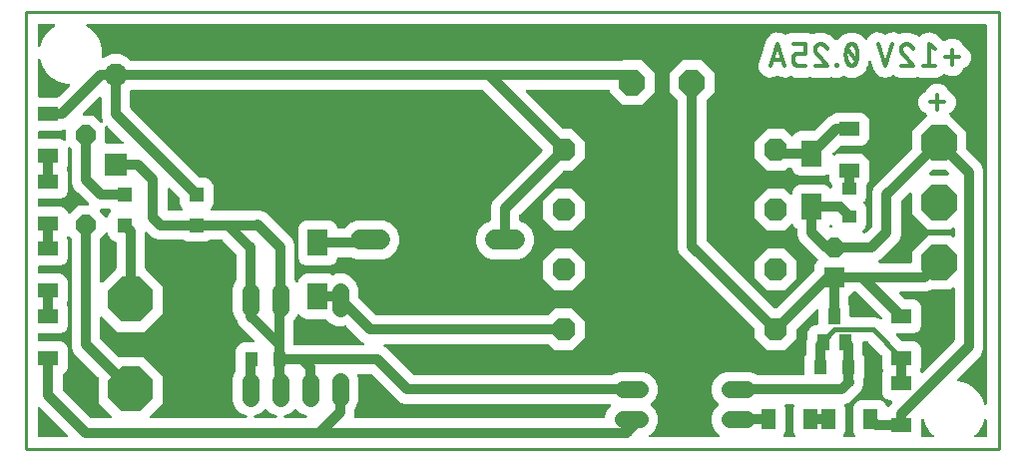
<source format=gbr>
G04 EAGLE Gerber X2 export*
%TF.Part,Single*%
%TF.FileFunction,Copper,L2,Bot,Mixed*%
%TF.FilePolarity,Positive*%
%TF.GenerationSoftware,Autodesk,EAGLE,8.6.0*%
%TF.CreationDate,2018-01-30T03:25:42Z*%
G75*
%MOMM*%
%FSLAX34Y34*%
%LPD*%
%AMOC8*
5,1,8,0,0,1.08239X$1,22.5*%
G01*
%ADD10C,0.355600*%
%ADD11R,1.200000X1.200000*%
%ADD12R,1.930400X1.930400*%
%ADD13C,1.930400*%
%ADD14R,1.050000X1.300000*%
%ADD15P,2.364373X8X22.500000*%
%ADD16R,1.300000X1.050000*%
%ADD17R,1.676400X1.676400*%
%ADD18P,1.814519X8X292.500000*%
%ADD19R,1.700000X2.200000*%
%ADD20C,1.676400*%
%ADD21C,1.408000*%
%ADD22P,1.814519X8X22.500000*%
%ADD23R,1.700000X1.250000*%
%ADD24R,1.250000X1.700000*%
%ADD25P,2.089446X8X22.500000*%
%ADD26R,1.000000X1.400000*%
%ADD27P,4.123906X8X112.500000*%
%ADD28P,3.247170X8X112.500000*%
%ADD29C,0.812800*%
%ADD30C,0.406400*%
%ADD31C,0.254000*%

G36*
X587742Y10170D02*
X587742Y10170D01*
X587812Y10168D01*
X587899Y10189D01*
X587988Y10201D01*
X588053Y10226D01*
X588121Y10243D01*
X588200Y10285D01*
X588283Y10318D01*
X588340Y10359D01*
X588402Y10392D01*
X588468Y10452D01*
X588541Y10504D01*
X588585Y10558D01*
X588637Y10606D01*
X588686Y10680D01*
X588744Y10749D01*
X588773Y10813D01*
X588812Y10871D01*
X588841Y10956D01*
X588879Y11037D01*
X588892Y11106D01*
X588915Y11172D01*
X588922Y11262D01*
X588939Y11349D01*
X588934Y11419D01*
X588940Y11489D01*
X588925Y11578D01*
X588919Y11667D01*
X588897Y11733D01*
X588885Y11803D01*
X588849Y11884D01*
X588821Y11969D01*
X588784Y12029D01*
X588755Y12092D01*
X588699Y12162D01*
X588651Y12238D01*
X588600Y12286D01*
X588556Y12341D01*
X588485Y12395D01*
X588419Y12456D01*
X588359Y12489D01*
X584041Y16808D01*
X581731Y22383D01*
X581731Y28417D01*
X584041Y33992D01*
X587251Y37202D01*
X587324Y37297D01*
X587402Y37386D01*
X587421Y37422D01*
X587446Y37454D01*
X587493Y37563D01*
X587547Y37669D01*
X587556Y37708D01*
X587572Y37746D01*
X587591Y37863D01*
X587617Y37979D01*
X587615Y38020D01*
X587622Y38060D01*
X587611Y38178D01*
X587607Y38297D01*
X587596Y38336D01*
X587592Y38376D01*
X587552Y38489D01*
X587519Y38603D01*
X587498Y38637D01*
X587484Y38676D01*
X587418Y38774D01*
X587357Y38877D01*
X587317Y38922D01*
X587306Y38939D01*
X587291Y38952D01*
X587251Y38997D01*
X584041Y42208D01*
X581731Y47783D01*
X581731Y53817D01*
X584041Y59392D01*
X588308Y63659D01*
X593883Y65969D01*
X613997Y65969D01*
X619572Y63659D01*
X619867Y63365D01*
X619946Y63304D01*
X620018Y63236D01*
X620071Y63207D01*
X620119Y63170D01*
X620210Y63130D01*
X620296Y63082D01*
X620355Y63067D01*
X620410Y63043D01*
X620508Y63028D01*
X620604Y63003D01*
X620704Y62997D01*
X620725Y62993D01*
X620737Y62995D01*
X620765Y62993D01*
X659402Y62993D01*
X659520Y63008D01*
X659639Y63015D01*
X659677Y63028D01*
X659718Y63033D01*
X659828Y63076D01*
X659941Y63113D01*
X659976Y63135D01*
X660013Y63150D01*
X660109Y63219D01*
X660210Y63283D01*
X660238Y63313D01*
X660271Y63336D01*
X660347Y63428D01*
X660428Y63515D01*
X660448Y63550D01*
X660473Y63581D01*
X660524Y63689D01*
X660582Y63793D01*
X660592Y63833D01*
X660609Y63869D01*
X660631Y63986D01*
X660661Y64101D01*
X660665Y64161D01*
X660669Y64181D01*
X660667Y64202D01*
X660671Y64262D01*
X660671Y77967D01*
X661761Y80597D01*
X661763Y80606D01*
X661768Y80614D01*
X661805Y80759D01*
X661845Y80904D01*
X661845Y80913D01*
X661847Y80922D01*
X661857Y81083D01*
X661857Y90775D01*
X663075Y93714D01*
X663077Y93723D01*
X663082Y93731D01*
X663119Y93877D01*
X663159Y94021D01*
X663159Y94030D01*
X663161Y94039D01*
X663171Y94200D01*
X663171Y99217D01*
X664409Y102205D01*
X666695Y104491D01*
X669683Y105729D01*
X671402Y105729D01*
X671520Y105744D01*
X671639Y105751D01*
X671677Y105764D01*
X671718Y105769D01*
X671828Y105812D01*
X671941Y105849D01*
X671976Y105871D01*
X672013Y105886D01*
X672109Y105955D01*
X672210Y106019D01*
X672238Y106049D01*
X672271Y106072D01*
X672347Y106164D01*
X672428Y106251D01*
X672448Y106286D01*
X672473Y106317D01*
X672524Y106425D01*
X672582Y106529D01*
X672592Y106569D01*
X672609Y106605D01*
X672631Y106722D01*
X672661Y106837D01*
X672665Y106897D01*
X672669Y106917D01*
X672667Y106938D01*
X672671Y106998D01*
X672671Y117864D01*
X672654Y118001D01*
X672641Y118140D01*
X672634Y118159D01*
X672631Y118179D01*
X672580Y118308D01*
X672533Y118440D01*
X672522Y118456D01*
X672514Y118475D01*
X672433Y118587D01*
X672355Y118703D01*
X672339Y118716D01*
X672328Y118732D01*
X672220Y118821D01*
X672116Y118913D01*
X672098Y118922D01*
X672083Y118935D01*
X671957Y118994D01*
X671833Y119058D01*
X671813Y119062D01*
X671795Y119071D01*
X671659Y119097D01*
X671523Y119127D01*
X671502Y119127D01*
X671483Y119131D01*
X671344Y119122D01*
X671205Y119118D01*
X671185Y119112D01*
X671165Y119111D01*
X671033Y119068D01*
X670899Y119029D01*
X670882Y119019D01*
X670863Y119013D01*
X670745Y118938D01*
X670625Y118868D01*
X670604Y118849D01*
X670594Y118843D01*
X670580Y118828D01*
X670505Y118761D01*
X654252Y102509D01*
X654192Y102431D01*
X654124Y102359D01*
X654095Y102306D01*
X654058Y102258D01*
X654018Y102167D01*
X653970Y102081D01*
X653955Y102022D01*
X653931Y101966D01*
X653916Y101868D01*
X653891Y101773D01*
X653885Y101673D01*
X653881Y101652D01*
X653883Y101640D01*
X653881Y101612D01*
X653881Y94235D01*
X643465Y83819D01*
X628735Y83819D01*
X618319Y94235D01*
X618319Y101612D01*
X618307Y101710D01*
X618304Y101809D01*
X618287Y101867D01*
X618279Y101927D01*
X618243Y102020D01*
X618215Y102115D01*
X618185Y102167D01*
X618162Y102223D01*
X618104Y102303D01*
X618054Y102389D01*
X617988Y102464D01*
X617976Y102480D01*
X617966Y102488D01*
X617948Y102509D01*
X558422Y162035D01*
X554813Y165643D01*
X552957Y170125D01*
X552957Y295875D01*
X552945Y295973D01*
X552942Y296072D01*
X552925Y296131D01*
X552917Y296191D01*
X552881Y296283D01*
X552853Y296378D01*
X552823Y296430D01*
X552800Y296486D01*
X552742Y296567D01*
X552692Y296652D01*
X552626Y296727D01*
X552614Y296744D01*
X552604Y296752D01*
X552586Y296773D01*
X546099Y303259D01*
X546099Y319041D01*
X557259Y330201D01*
X573041Y330201D01*
X584201Y319041D01*
X584201Y303259D01*
X577714Y296773D01*
X577654Y296694D01*
X577586Y296622D01*
X577557Y296569D01*
X577520Y296521D01*
X577480Y296430D01*
X577432Y296344D01*
X577417Y296285D01*
X577393Y296230D01*
X577378Y296132D01*
X577353Y296036D01*
X577347Y295936D01*
X577343Y295916D01*
X577345Y295903D01*
X577343Y295875D01*
X577343Y178126D01*
X577355Y178028D01*
X577358Y177929D01*
X577375Y177871D01*
X577383Y177811D01*
X577419Y177718D01*
X577447Y177623D01*
X577477Y177571D01*
X577500Y177515D01*
X577558Y177435D01*
X577608Y177349D01*
X577674Y177274D01*
X577686Y177258D01*
X577696Y177250D01*
X577714Y177229D01*
X635191Y119752D01*
X635269Y119692D01*
X635341Y119624D01*
X635394Y119595D01*
X635442Y119558D01*
X635533Y119518D01*
X635619Y119470D01*
X635678Y119455D01*
X635734Y119431D01*
X635832Y119416D01*
X635927Y119391D01*
X635989Y119387D01*
X635991Y119386D01*
X635996Y119387D01*
X636027Y119385D01*
X636048Y119381D01*
X636060Y119383D01*
X636088Y119381D01*
X636112Y119381D01*
X636210Y119393D01*
X636309Y119396D01*
X636359Y119411D01*
X636364Y119411D01*
X636371Y119413D01*
X636427Y119421D01*
X636520Y119457D01*
X636615Y119485D01*
X636667Y119515D01*
X636723Y119538D01*
X636803Y119596D01*
X636889Y119646D01*
X636964Y119712D01*
X636980Y119724D01*
X636988Y119734D01*
X637009Y119752D01*
X668918Y151661D01*
X668978Y151739D01*
X669046Y151811D01*
X669075Y151864D01*
X669112Y151912D01*
X669152Y152003D01*
X669200Y152089D01*
X669215Y152148D01*
X669239Y152204D01*
X669254Y152302D01*
X669279Y152397D01*
X669285Y152497D01*
X669289Y152518D01*
X669287Y152530D01*
X669289Y152558D01*
X669289Y156049D01*
X670527Y159037D01*
X671676Y160186D01*
X671749Y160280D01*
X671828Y160369D01*
X671846Y160405D01*
X671871Y160437D01*
X671918Y160546D01*
X671972Y160652D01*
X671981Y160692D01*
X671997Y160729D01*
X672016Y160847D01*
X672042Y160963D01*
X672041Y161003D01*
X672047Y161043D01*
X672036Y161162D01*
X672032Y161281D01*
X672021Y161319D01*
X672017Y161360D01*
X671977Y161472D01*
X671944Y161586D01*
X671924Y161621D01*
X671910Y161659D01*
X671843Y161758D01*
X671782Y161860D01*
X671743Y161905D01*
X671731Y161922D01*
X671716Y161936D01*
X671676Y161981D01*
X668935Y164722D01*
X656413Y177243D01*
X654557Y181725D01*
X654557Y186633D01*
X654554Y186662D01*
X654556Y186692D01*
X654536Y186806D01*
X654535Y186823D01*
X654532Y186832D01*
X654517Y186949D01*
X654507Y186976D01*
X654501Y187005D01*
X654448Y187124D01*
X654400Y187244D01*
X654383Y187268D01*
X654371Y187295D01*
X654290Y187396D01*
X654214Y187502D01*
X654191Y187520D01*
X654172Y187543D01*
X654069Y187621D01*
X653969Y187704D01*
X653942Y187717D01*
X653918Y187735D01*
X653774Y187806D01*
X653645Y187859D01*
X651359Y190145D01*
X651158Y190630D01*
X651133Y190673D01*
X651117Y190720D01*
X651055Y190811D01*
X651000Y190907D01*
X650966Y190942D01*
X650938Y190983D01*
X650856Y191056D01*
X650779Y191135D01*
X650737Y191161D01*
X650700Y191194D01*
X650602Y191244D01*
X650508Y191301D01*
X650460Y191316D01*
X650416Y191338D01*
X650309Y191362D01*
X650204Y191395D01*
X650154Y191397D01*
X650106Y191408D01*
X649996Y191405D01*
X649886Y191410D01*
X649838Y191400D01*
X649788Y191398D01*
X649683Y191368D01*
X649575Y191346D01*
X649530Y191324D01*
X649483Y191310D01*
X649388Y191254D01*
X649289Y191206D01*
X649251Y191174D01*
X649209Y191148D01*
X649088Y191042D01*
X643465Y185419D01*
X628735Y185419D01*
X618319Y195835D01*
X618319Y210565D01*
X628735Y220981D01*
X643465Y220981D01*
X647955Y216491D01*
X648064Y216406D01*
X648171Y216317D01*
X648190Y216309D01*
X648206Y216296D01*
X648334Y216241D01*
X648459Y216182D01*
X648479Y216178D01*
X648498Y216170D01*
X648636Y216148D01*
X648772Y216122D01*
X648792Y216123D01*
X648812Y216120D01*
X648951Y216133D01*
X649089Y216142D01*
X649108Y216148D01*
X649128Y216150D01*
X649260Y216197D01*
X649391Y216240D01*
X649409Y216251D01*
X649428Y216257D01*
X649543Y216336D01*
X649660Y216410D01*
X649674Y216425D01*
X649691Y216436D01*
X649783Y216540D01*
X649878Y216642D01*
X649888Y216659D01*
X649901Y216674D01*
X649965Y216799D01*
X650032Y216920D01*
X650037Y216940D01*
X650046Y216958D01*
X650076Y217094D01*
X650111Y217228D01*
X650113Y217256D01*
X650116Y217268D01*
X650115Y217289D01*
X650121Y217389D01*
X650121Y218367D01*
X651359Y221355D01*
X653645Y223641D01*
X656633Y224879D01*
X676867Y224879D01*
X679855Y223641D01*
X681705Y221791D01*
X681814Y221706D01*
X681921Y221617D01*
X681940Y221609D01*
X681956Y221596D01*
X682084Y221541D01*
X682209Y221482D01*
X682229Y221478D01*
X682248Y221470D01*
X682386Y221448D01*
X682522Y221422D01*
X682542Y221423D01*
X682562Y221420D01*
X682701Y221433D01*
X682839Y221442D01*
X682858Y221448D01*
X682878Y221450D01*
X683010Y221497D01*
X683141Y221540D01*
X683159Y221551D01*
X683178Y221558D01*
X683293Y221636D01*
X683410Y221710D01*
X683424Y221725D01*
X683441Y221736D01*
X683533Y221840D01*
X683628Y221942D01*
X683638Y221959D01*
X683651Y221975D01*
X683715Y222099D01*
X683782Y222220D01*
X683787Y222240D01*
X683796Y222258D01*
X683826Y222394D01*
X683861Y222528D01*
X683863Y222556D01*
X683866Y222568D01*
X683865Y222589D01*
X683871Y222689D01*
X683871Y224107D01*
X683859Y224205D01*
X683856Y224304D01*
X683839Y224363D01*
X683831Y224423D01*
X683795Y224515D01*
X683767Y224610D01*
X683737Y224662D01*
X683714Y224718D01*
X683656Y224798D01*
X683606Y224884D01*
X683540Y224959D01*
X683528Y224976D01*
X683518Y224984D01*
X683500Y225005D01*
X683109Y225395D01*
X681871Y228383D01*
X681871Y232161D01*
X681854Y232299D01*
X681841Y232438D01*
X681834Y232457D01*
X681831Y232477D01*
X681780Y232606D01*
X681733Y232738D01*
X681722Y232754D01*
X681714Y232772D01*
X681633Y232885D01*
X681554Y233001D01*
X681539Y233014D01*
X681528Y233030D01*
X681420Y233119D01*
X681316Y233211D01*
X681298Y233220D01*
X681283Y233233D01*
X681157Y233292D01*
X681032Y233355D01*
X681013Y233360D01*
X680995Y233368D01*
X680858Y233394D01*
X680722Y233425D01*
X680702Y233424D01*
X680683Y233428D01*
X680543Y233419D01*
X680404Y233415D01*
X680385Y233409D01*
X680365Y233408D01*
X680232Y233365D01*
X680099Y233326D01*
X680082Y233316D01*
X680063Y233310D01*
X679993Y233266D01*
X676867Y231971D01*
X656633Y231971D01*
X653645Y233209D01*
X651359Y235495D01*
X650270Y238124D01*
X650255Y238149D01*
X650246Y238177D01*
X650177Y238287D01*
X650113Y238400D01*
X650092Y238421D01*
X650076Y238446D01*
X649982Y238535D01*
X649891Y238628D01*
X649866Y238644D01*
X649845Y238664D01*
X649731Y238727D01*
X649620Y238795D01*
X649592Y238803D01*
X649566Y238818D01*
X649440Y238850D01*
X649316Y238888D01*
X649287Y238890D01*
X649258Y238897D01*
X649097Y238907D01*
X646679Y238907D01*
X646581Y238895D01*
X646481Y238892D01*
X646423Y238875D01*
X646363Y238867D01*
X646271Y238831D01*
X646176Y238803D01*
X646124Y238773D01*
X646068Y238750D01*
X645987Y238692D01*
X645902Y238642D01*
X645827Y238576D01*
X645810Y238564D01*
X645802Y238554D01*
X645781Y238536D01*
X643465Y236219D01*
X628735Y236219D01*
X618319Y246635D01*
X618319Y261365D01*
X628735Y271781D01*
X643465Y271781D01*
X649190Y266055D01*
X649230Y266025D01*
X649263Y265988D01*
X649355Y265928D01*
X649442Y265860D01*
X649487Y265841D01*
X649529Y265813D01*
X649632Y265778D01*
X649733Y265734D01*
X649783Y265726D01*
X649830Y265710D01*
X649939Y265702D01*
X650048Y265684D01*
X650097Y265689D01*
X650147Y265685D01*
X650255Y265704D01*
X650364Y265714D01*
X650411Y265731D01*
X650460Y265739D01*
X650560Y265785D01*
X650663Y265822D01*
X650705Y265850D01*
X650750Y265870D01*
X650836Y265939D01*
X650927Y266000D01*
X650960Y266038D01*
X650998Y266069D01*
X651064Y266156D01*
X651137Y266239D01*
X651160Y266283D01*
X651190Y266323D01*
X651260Y266467D01*
X651359Y266705D01*
X653645Y268991D01*
X656633Y270229D01*
X668110Y270229D01*
X668208Y270241D01*
X668307Y270244D01*
X668365Y270261D01*
X668425Y270269D01*
X668517Y270305D01*
X668613Y270333D01*
X668665Y270363D01*
X668721Y270386D01*
X668801Y270444D01*
X668887Y270494D01*
X668962Y270560D01*
X668978Y270572D01*
X668986Y270582D01*
X669007Y270600D01*
X680493Y282087D01*
X683841Y283473D01*
X683849Y283478D01*
X683858Y283480D01*
X683986Y283556D01*
X684117Y283630D01*
X684124Y283637D01*
X684131Y283642D01*
X684252Y283748D01*
X685395Y284891D01*
X688383Y286129D01*
X708617Y286129D01*
X711605Y284891D01*
X713891Y282605D01*
X715129Y279617D01*
X715129Y263883D01*
X713891Y260895D01*
X711605Y258609D01*
X708617Y257371D01*
X690790Y257371D01*
X690692Y257359D01*
X690593Y257356D01*
X690535Y257339D01*
X690475Y257331D01*
X690382Y257295D01*
X690287Y257267D01*
X690235Y257237D01*
X690179Y257214D01*
X690099Y257156D01*
X690013Y257106D01*
X689938Y257040D01*
X689922Y257028D01*
X689914Y257018D01*
X689893Y257000D01*
X684596Y251703D01*
X684554Y251648D01*
X684504Y251600D01*
X684457Y251523D01*
X684401Y251452D01*
X684374Y251388D01*
X684337Y251329D01*
X684311Y251243D01*
X684275Y251160D01*
X684264Y251091D01*
X684244Y251025D01*
X684239Y250935D01*
X684225Y250846D01*
X684232Y250776D01*
X684229Y250707D01*
X684247Y250619D01*
X684255Y250529D01*
X684279Y250464D01*
X684293Y250395D01*
X684332Y250315D01*
X684363Y250230D01*
X684402Y250173D01*
X684433Y250110D01*
X684491Y250041D01*
X684541Y249967D01*
X684594Y249921D01*
X684639Y249868D01*
X684712Y249816D01*
X684780Y249757D01*
X684842Y249725D01*
X684899Y249685D01*
X684983Y249653D01*
X685063Y249612D01*
X685131Y249597D01*
X685196Y249572D01*
X685286Y249562D01*
X685373Y249542D01*
X685443Y249544D01*
X685512Y249537D01*
X685601Y249549D01*
X685691Y249552D01*
X685758Y249571D01*
X685827Y249581D01*
X685980Y249633D01*
X688383Y250629D01*
X708617Y250629D01*
X711605Y249391D01*
X713891Y247105D01*
X715129Y244117D01*
X715129Y228383D01*
X713891Y225395D01*
X713500Y225005D01*
X713440Y224926D01*
X713372Y224854D01*
X713343Y224801D01*
X713306Y224753D01*
X713266Y224662D01*
X713218Y224576D01*
X713203Y224517D01*
X713179Y224462D01*
X713164Y224364D01*
X713139Y224268D01*
X713133Y224168D01*
X713129Y224147D01*
X713131Y224135D01*
X713129Y224107D01*
X713129Y214433D01*
X711891Y211445D01*
X710893Y210447D01*
X710820Y210353D01*
X710742Y210264D01*
X710723Y210228D01*
X710698Y210196D01*
X710651Y210087D01*
X710597Y209981D01*
X710588Y209942D01*
X710572Y209904D01*
X710553Y209787D01*
X710527Y209671D01*
X710528Y209630D01*
X710522Y209590D01*
X710533Y209472D01*
X710537Y209353D01*
X710548Y209314D01*
X710552Y209274D01*
X710592Y209162D01*
X710625Y209047D01*
X710646Y209012D01*
X710660Y208974D01*
X710726Y208876D01*
X710787Y208773D01*
X710827Y208728D01*
X710838Y208711D01*
X710854Y208698D01*
X710893Y208652D01*
X711891Y207655D01*
X713129Y204667D01*
X713129Y190933D01*
X711891Y187945D01*
X709755Y185809D01*
X709670Y185700D01*
X709581Y185593D01*
X709573Y185574D01*
X709560Y185558D01*
X709505Y185430D01*
X709446Y185305D01*
X709442Y185285D01*
X709434Y185266D01*
X709412Y185128D01*
X709386Y184992D01*
X709387Y184972D01*
X709384Y184952D01*
X709397Y184813D01*
X709406Y184675D01*
X709412Y184656D01*
X709414Y184636D01*
X709461Y184504D01*
X709504Y184373D01*
X709515Y184355D01*
X709522Y184336D01*
X709600Y184221D01*
X709674Y184104D01*
X709689Y184090D01*
X709700Y184073D01*
X709804Y183981D01*
X709906Y183886D01*
X709923Y183876D01*
X709939Y183863D01*
X710063Y183799D01*
X710184Y183732D01*
X710204Y183727D01*
X710222Y183718D01*
X710358Y183688D01*
X710492Y183653D01*
X710520Y183651D01*
X710532Y183648D01*
X710553Y183649D01*
X710653Y183643D01*
X711974Y183643D01*
X712072Y183655D01*
X712171Y183658D01*
X712229Y183675D01*
X712289Y183683D01*
X712381Y183719D01*
X712477Y183747D01*
X712529Y183777D01*
X712585Y183800D01*
X712665Y183858D01*
X712751Y183908D01*
X712826Y183974D01*
X712842Y183986D01*
X712850Y183996D01*
X712871Y184014D01*
X717686Y188829D01*
X717746Y188907D01*
X717814Y188979D01*
X717843Y189032D01*
X717880Y189080D01*
X717920Y189171D01*
X717968Y189258D01*
X717983Y189316D01*
X718007Y189372D01*
X718022Y189470D01*
X718047Y189565D01*
X718053Y189665D01*
X718057Y189686D01*
X718055Y189698D01*
X718057Y189726D01*
X718057Y218325D01*
X719913Y222807D01*
X751200Y254093D01*
X751260Y254171D01*
X751328Y254243D01*
X751357Y254296D01*
X751394Y254344D01*
X751434Y254435D01*
X751482Y254522D01*
X751497Y254580D01*
X751521Y254636D01*
X751536Y254734D01*
X751561Y254829D01*
X751567Y254929D01*
X751571Y254950D01*
X751569Y254962D01*
X751571Y254990D01*
X751571Y269930D01*
X764118Y282477D01*
X764136Y282500D01*
X764159Y282519D01*
X764233Y282625D01*
X764313Y282728D01*
X764325Y282755D01*
X764342Y282779D01*
X764388Y282901D01*
X764439Y283020D01*
X764444Y283049D01*
X764454Y283077D01*
X764469Y283206D01*
X764489Y283334D01*
X764486Y283364D01*
X764490Y283393D01*
X764472Y283521D01*
X764459Y283651D01*
X764449Y283679D01*
X764445Y283708D01*
X764393Y283860D01*
X764009Y284787D01*
X763960Y284873D01*
X763920Y284963D01*
X763882Y285010D01*
X763852Y285063D01*
X763783Y285134D01*
X763721Y285211D01*
X763673Y285248D01*
X763631Y285291D01*
X763546Y285343D01*
X763467Y285403D01*
X763377Y285447D01*
X763359Y285457D01*
X763348Y285461D01*
X763323Y285473D01*
X761468Y286241D01*
X758681Y289028D01*
X757173Y292669D01*
X757173Y296611D01*
X758681Y300252D01*
X761468Y303039D01*
X763323Y303807D01*
X763409Y303856D01*
X763499Y303896D01*
X763546Y303934D01*
X763599Y303964D01*
X763670Y304033D01*
X763747Y304095D01*
X763784Y304143D01*
X763827Y304185D01*
X763879Y304270D01*
X763939Y304349D01*
X763983Y304439D01*
X763993Y304457D01*
X763997Y304468D01*
X764009Y304493D01*
X764777Y306348D01*
X767564Y309135D01*
X771205Y310643D01*
X775147Y310643D01*
X778788Y309135D01*
X781575Y306348D01*
X782343Y304493D01*
X782392Y304407D01*
X782432Y304317D01*
X782470Y304270D01*
X782500Y304217D01*
X782569Y304146D01*
X782631Y304069D01*
X782679Y304032D01*
X782721Y303989D01*
X782806Y303937D01*
X782885Y303877D01*
X782975Y303833D01*
X782993Y303823D01*
X783004Y303819D01*
X783029Y303807D01*
X784884Y303039D01*
X787671Y300252D01*
X789179Y296611D01*
X789179Y292669D01*
X787671Y289028D01*
X784884Y286241D01*
X784109Y285921D01*
X784048Y285886D01*
X783984Y285860D01*
X783911Y285808D01*
X783833Y285763D01*
X783783Y285715D01*
X783726Y285674D01*
X783669Y285604D01*
X783604Y285542D01*
X783568Y285482D01*
X783523Y285429D01*
X783485Y285347D01*
X783438Y285271D01*
X783418Y285204D01*
X783388Y285141D01*
X783371Y285053D01*
X783345Y284967D01*
X783341Y284897D01*
X783328Y284828D01*
X783334Y284739D01*
X783329Y284649D01*
X783344Y284581D01*
X783348Y284511D01*
X783375Y284426D01*
X783394Y284338D01*
X783424Y284275D01*
X783446Y284209D01*
X783494Y284133D01*
X783533Y284052D01*
X783579Y283999D01*
X783616Y283940D01*
X783682Y283878D01*
X783740Y283810D01*
X783797Y283770D01*
X783848Y283722D01*
X783926Y283679D01*
X784000Y283627D01*
X784065Y283602D01*
X784126Y283568D01*
X784213Y283546D01*
X797829Y269930D01*
X797829Y254990D01*
X797841Y254892D01*
X797844Y254793D01*
X797861Y254735D01*
X797869Y254675D01*
X797905Y254583D01*
X797933Y254487D01*
X797963Y254435D01*
X797986Y254379D01*
X798044Y254299D01*
X798094Y254213D01*
X798160Y254138D01*
X798172Y254122D01*
X798182Y254114D01*
X798200Y254093D01*
X810437Y241857D01*
X812293Y237375D01*
X812293Y84768D01*
X810437Y80287D01*
X790203Y60053D01*
X790122Y59949D01*
X790037Y59848D01*
X790025Y59824D01*
X790008Y59802D01*
X789956Y59680D01*
X789898Y59562D01*
X789893Y59535D01*
X789882Y59510D01*
X789861Y59379D01*
X789835Y59250D01*
X789836Y59223D01*
X789832Y59196D01*
X789845Y59064D01*
X789851Y58932D01*
X789859Y58907D01*
X789862Y58880D01*
X789907Y58755D01*
X789946Y58629D01*
X789961Y58606D01*
X789970Y58580D01*
X790044Y58471D01*
X790114Y58358D01*
X790133Y58340D01*
X790148Y58317D01*
X790247Y58230D01*
X790343Y58138D01*
X790366Y58125D01*
X790387Y58107D01*
X790504Y58047D01*
X790620Y57981D01*
X790656Y57969D01*
X790670Y57962D01*
X790691Y57957D01*
X790772Y57930D01*
X797498Y56128D01*
X803463Y52684D01*
X808334Y47813D01*
X811778Y41848D01*
X812644Y38615D01*
X812702Y38474D01*
X812758Y38333D01*
X812762Y38327D01*
X812764Y38321D01*
X812856Y38197D01*
X812944Y38075D01*
X812950Y38071D01*
X812954Y38065D01*
X813072Y37970D01*
X813189Y37872D01*
X813196Y37869D01*
X813201Y37865D01*
X813340Y37802D01*
X813477Y37737D01*
X813484Y37736D01*
X813490Y37733D01*
X813640Y37706D01*
X813790Y37677D01*
X813796Y37677D01*
X813803Y37676D01*
X813955Y37687D01*
X814107Y37697D01*
X814113Y37699D01*
X814120Y37699D01*
X814266Y37748D01*
X814409Y37795D01*
X814415Y37798D01*
X814422Y37801D01*
X814550Y37884D01*
X814678Y37965D01*
X814683Y37970D01*
X814688Y37974D01*
X814790Y38084D01*
X814896Y38197D01*
X814899Y38203D01*
X814904Y38208D01*
X814977Y38343D01*
X815050Y38475D01*
X815051Y38482D01*
X815054Y38488D01*
X815091Y38636D01*
X815129Y38783D01*
X815130Y38792D01*
X815131Y38796D01*
X815131Y38807D01*
X815139Y38944D01*
X815139Y359920D01*
X815124Y360038D01*
X815117Y360157D01*
X815104Y360195D01*
X815099Y360236D01*
X815056Y360346D01*
X815019Y360459D01*
X814997Y360494D01*
X814982Y360531D01*
X814913Y360627D01*
X814849Y360728D01*
X814819Y360756D01*
X814796Y360789D01*
X814704Y360865D01*
X814617Y360946D01*
X814582Y360966D01*
X814551Y360991D01*
X814443Y361042D01*
X814339Y361100D01*
X814299Y361110D01*
X814263Y361127D01*
X814146Y361149D01*
X814031Y361179D01*
X813971Y361183D01*
X813951Y361187D01*
X813930Y361185D01*
X813870Y361189D01*
X52482Y361189D01*
X52338Y361171D01*
X52192Y361156D01*
X52180Y361151D01*
X52166Y361149D01*
X52031Y361096D01*
X51894Y361045D01*
X51883Y361037D01*
X51871Y361032D01*
X51753Y360947D01*
X51633Y360864D01*
X51624Y360853D01*
X51613Y360846D01*
X51521Y360734D01*
X51425Y360623D01*
X51419Y360611D01*
X51410Y360601D01*
X51349Y360469D01*
X51284Y360338D01*
X51281Y360325D01*
X51275Y360313D01*
X51248Y360170D01*
X51217Y360027D01*
X51218Y360014D01*
X51215Y360001D01*
X51224Y359856D01*
X51230Y359710D01*
X51234Y359696D01*
X51235Y359683D01*
X51280Y359545D01*
X51322Y359405D01*
X51329Y359393D01*
X51333Y359381D01*
X51411Y359258D01*
X51486Y359133D01*
X51496Y359123D01*
X51503Y359112D01*
X51609Y359012D01*
X51713Y358910D01*
X51729Y358900D01*
X51735Y358894D01*
X51750Y358886D01*
X51847Y358821D01*
X54163Y357484D01*
X59034Y352613D01*
X62478Y346648D01*
X64261Y339994D01*
X64261Y333700D01*
X64267Y333650D01*
X64265Y333601D01*
X64287Y333494D01*
X64301Y333384D01*
X64319Y333338D01*
X64329Y333289D01*
X64377Y333191D01*
X64418Y333089D01*
X64447Y333049D01*
X64469Y333004D01*
X64540Y332920D01*
X64604Y332831D01*
X64643Y332800D01*
X64675Y332762D01*
X64765Y332699D01*
X64849Y332628D01*
X64894Y332607D01*
X64935Y332579D01*
X65038Y332540D01*
X65137Y332493D01*
X65186Y332484D01*
X65232Y332466D01*
X65342Y332454D01*
X65449Y332433D01*
X65499Y332436D01*
X65548Y332431D01*
X65657Y332446D01*
X65767Y332453D01*
X65814Y332468D01*
X65863Y332475D01*
X66016Y332527D01*
X72663Y335281D01*
X79737Y335281D01*
X86272Y332574D01*
X88781Y330064D01*
X88860Y330004D01*
X88932Y329936D01*
X88985Y329907D01*
X89033Y329870D01*
X89124Y329830D01*
X89210Y329782D01*
X89269Y329767D01*
X89324Y329743D01*
X89422Y329728D01*
X89518Y329703D01*
X89618Y329697D01*
X89638Y329693D01*
X89651Y329695D01*
X89679Y329693D01*
X505425Y329693D01*
X505523Y329705D01*
X505622Y329708D01*
X505681Y329725D01*
X505741Y329733D01*
X505833Y329769D01*
X505928Y329797D01*
X505980Y329827D01*
X506036Y329850D01*
X506116Y329908D01*
X506202Y329958D01*
X506277Y330024D01*
X506294Y330036D01*
X506302Y330046D01*
X506323Y330064D01*
X506459Y330201D01*
X522241Y330201D01*
X533401Y319041D01*
X533401Y303259D01*
X522241Y292099D01*
X506459Y292099D01*
X495299Y303259D01*
X495299Y304038D01*
X495284Y304156D01*
X495277Y304275D01*
X495264Y304313D01*
X495259Y304354D01*
X495216Y304464D01*
X495179Y304577D01*
X495157Y304612D01*
X495142Y304649D01*
X495073Y304745D01*
X495009Y304846D01*
X494979Y304874D01*
X494956Y304907D01*
X494864Y304983D01*
X494777Y305064D01*
X494742Y305084D01*
X494711Y305109D01*
X494603Y305160D01*
X494499Y305218D01*
X494459Y305228D01*
X494423Y305245D01*
X494306Y305267D01*
X494191Y305297D01*
X494131Y305301D01*
X494111Y305305D01*
X494090Y305303D01*
X494030Y305307D01*
X425100Y305307D01*
X424963Y305290D01*
X424824Y305277D01*
X424805Y305270D01*
X424785Y305267D01*
X424656Y305216D01*
X424524Y305169D01*
X424508Y305158D01*
X424489Y305150D01*
X424377Y305069D01*
X424261Y304991D01*
X424248Y304975D01*
X424232Y304964D01*
X424143Y304856D01*
X424051Y304752D01*
X424042Y304734D01*
X424029Y304719D01*
X423970Y304593D01*
X423906Y304469D01*
X423902Y304449D01*
X423893Y304431D01*
X423867Y304295D01*
X423837Y304159D01*
X423837Y304138D01*
X423833Y304119D01*
X423842Y303980D01*
X423846Y303841D01*
X423852Y303821D01*
X423853Y303801D01*
X423896Y303669D01*
X423935Y303535D01*
X423945Y303518D01*
X423951Y303499D01*
X424026Y303381D01*
X424096Y303261D01*
X424115Y303240D01*
X424121Y303230D01*
X424136Y303216D01*
X424203Y303141D01*
X455191Y272152D01*
X455269Y272092D01*
X455341Y272024D01*
X455394Y271995D01*
X455442Y271958D01*
X455533Y271918D01*
X455620Y271870D01*
X455678Y271855D01*
X455734Y271831D01*
X455832Y271816D01*
X455927Y271791D01*
X456027Y271785D01*
X456048Y271781D01*
X456060Y271783D01*
X456088Y271781D01*
X463465Y271781D01*
X473881Y261365D01*
X473881Y246635D01*
X463465Y236219D01*
X456088Y236219D01*
X455990Y236207D01*
X455891Y236204D01*
X455833Y236187D01*
X455773Y236179D01*
X455681Y236143D01*
X455585Y236115D01*
X455533Y236085D01*
X455477Y236062D01*
X455397Y236004D01*
X455311Y235954D01*
X455236Y235888D01*
X455220Y235876D01*
X455212Y235866D01*
X455191Y235848D01*
X418964Y199621D01*
X418904Y199543D01*
X418836Y199471D01*
X418807Y199418D01*
X418770Y199370D01*
X418730Y199279D01*
X418682Y199192D01*
X418667Y199134D01*
X418643Y199078D01*
X418628Y198980D01*
X418603Y198885D01*
X418597Y198785D01*
X418593Y198764D01*
X418595Y198752D01*
X418593Y198724D01*
X418593Y194941D01*
X418596Y194911D01*
X418594Y194882D01*
X418616Y194754D01*
X418633Y194625D01*
X418643Y194598D01*
X418648Y194569D01*
X418702Y194450D01*
X418750Y194329D01*
X418767Y194306D01*
X418779Y194279D01*
X418860Y194177D01*
X418936Y194072D01*
X418959Y194053D01*
X418978Y194030D01*
X419081Y193952D01*
X419181Y193869D01*
X419208Y193857D01*
X419232Y193839D01*
X419376Y193768D01*
X424135Y191797D01*
X428779Y187153D01*
X431293Y181084D01*
X431293Y174516D01*
X428779Y168447D01*
X424135Y163803D01*
X418066Y161289D01*
X394734Y161289D01*
X388665Y163803D01*
X384021Y168447D01*
X381507Y174516D01*
X381507Y181084D01*
X384021Y187153D01*
X388665Y191797D01*
X393424Y193768D01*
X393449Y193783D01*
X393477Y193792D01*
X393587Y193861D01*
X393700Y193926D01*
X393721Y193946D01*
X393746Y193962D01*
X393835Y194056D01*
X393928Y194147D01*
X393944Y194172D01*
X393964Y194194D01*
X394027Y194307D01*
X394095Y194418D01*
X394103Y194446D01*
X394118Y194472D01*
X394150Y194598D01*
X394188Y194722D01*
X394190Y194751D01*
X394197Y194780D01*
X394207Y194941D01*
X394207Y206725D01*
X396063Y211207D01*
X437948Y253091D01*
X438008Y253169D01*
X438076Y253241D01*
X438105Y253294D01*
X438142Y253342D01*
X438182Y253433D01*
X438230Y253520D01*
X438245Y253578D01*
X438269Y253634D01*
X438284Y253732D01*
X438309Y253827D01*
X438313Y253889D01*
X438314Y253891D01*
X438313Y253896D01*
X438315Y253927D01*
X438319Y253948D01*
X438317Y253960D01*
X438319Y253988D01*
X438319Y254012D01*
X438307Y254110D01*
X438304Y254209D01*
X438289Y254259D01*
X438289Y254264D01*
X438287Y254271D01*
X438279Y254327D01*
X438243Y254419D01*
X438215Y254515D01*
X438185Y254567D01*
X438162Y254623D01*
X438104Y254703D01*
X438054Y254789D01*
X437988Y254864D01*
X437976Y254880D01*
X437966Y254888D01*
X437948Y254909D01*
X387921Y304936D01*
X387843Y304996D01*
X387771Y305064D01*
X387718Y305093D01*
X387670Y305130D01*
X387579Y305170D01*
X387492Y305218D01*
X387434Y305233D01*
X387378Y305257D01*
X387280Y305272D01*
X387185Y305297D01*
X387085Y305303D01*
X387064Y305307D01*
X387052Y305305D01*
X387024Y305307D01*
X89679Y305307D01*
X89581Y305295D01*
X89482Y305292D01*
X89423Y305275D01*
X89363Y305267D01*
X89271Y305231D01*
X89176Y305203D01*
X89124Y305173D01*
X89068Y305150D01*
X88988Y305092D01*
X88902Y305042D01*
X88856Y305001D01*
X88854Y305000D01*
X88851Y304997D01*
X88827Y304976D01*
X88810Y304964D01*
X88802Y304954D01*
X88781Y304936D01*
X88764Y304919D01*
X88704Y304840D01*
X88636Y304768D01*
X88611Y304723D01*
X88607Y304719D01*
X88605Y304713D01*
X88570Y304667D01*
X88530Y304576D01*
X88482Y304490D01*
X88467Y304431D01*
X88443Y304376D01*
X88428Y304278D01*
X88403Y304182D01*
X88397Y304082D01*
X88393Y304062D01*
X88395Y304049D01*
X88393Y304021D01*
X88393Y290376D01*
X88405Y290278D01*
X88408Y290179D01*
X88425Y290121D01*
X88433Y290061D01*
X88469Y289969D01*
X88497Y289873D01*
X88527Y289821D01*
X88550Y289765D01*
X88608Y289685D01*
X88658Y289599D01*
X88724Y289524D01*
X88736Y289508D01*
X88746Y289500D01*
X88764Y289479D01*
X147543Y230700D01*
X147621Y230640D01*
X147693Y230572D01*
X147746Y230543D01*
X147794Y230506D01*
X147885Y230466D01*
X147972Y230418D01*
X148030Y230403D01*
X148086Y230379D01*
X148184Y230364D01*
X148279Y230339D01*
X148379Y230333D01*
X148400Y230329D01*
X148412Y230331D01*
X148440Y230329D01*
X152417Y230329D01*
X155405Y229091D01*
X157691Y226805D01*
X158929Y223817D01*
X158929Y208583D01*
X157691Y205595D01*
X156655Y204559D01*
X156570Y204450D01*
X156481Y204343D01*
X156473Y204324D01*
X156460Y204308D01*
X156405Y204181D01*
X156346Y204055D01*
X156342Y204035D01*
X156334Y204016D01*
X156312Y203878D01*
X156286Y203742D01*
X156287Y203722D01*
X156284Y203702D01*
X156297Y203563D01*
X156306Y203425D01*
X156312Y203406D01*
X156314Y203386D01*
X156361Y203254D01*
X156404Y203123D01*
X156415Y203105D01*
X156422Y203086D01*
X156500Y202971D01*
X156574Y202854D01*
X156589Y202840D01*
X156600Y202823D01*
X156704Y202731D01*
X156806Y202636D01*
X156823Y202626D01*
X156839Y202613D01*
X156962Y202550D01*
X157084Y202482D01*
X157104Y202477D01*
X157122Y202468D01*
X157258Y202438D01*
X157392Y202403D01*
X157420Y202401D01*
X157432Y202398D01*
X157453Y202399D01*
X157553Y202393D01*
X193448Y202393D01*
X193457Y202394D01*
X193466Y202393D01*
X193615Y202414D01*
X193764Y202433D01*
X193772Y202436D01*
X193781Y202437D01*
X193934Y202489D01*
X194425Y202693D01*
X199275Y202693D01*
X203757Y200837D01*
X226237Y178357D01*
X228093Y173875D01*
X228093Y143825D01*
X228105Y143727D01*
X228108Y143628D01*
X228125Y143569D01*
X228133Y143509D01*
X228169Y143417D01*
X228197Y143322D01*
X228227Y143270D01*
X228250Y143214D01*
X228308Y143134D01*
X228358Y143048D01*
X228424Y142973D01*
X228436Y142956D01*
X228446Y142949D01*
X228464Y142927D01*
X228775Y142617D01*
X228811Y142554D01*
X228876Y142432D01*
X228889Y142417D01*
X228899Y142399D01*
X228996Y142299D01*
X229089Y142196D01*
X229106Y142185D01*
X229120Y142171D01*
X229239Y142098D01*
X229355Y142022D01*
X229374Y142015D01*
X229391Y142004D01*
X229525Y141963D01*
X229656Y141918D01*
X229676Y141917D01*
X229695Y141911D01*
X229834Y141904D01*
X229973Y141893D01*
X229993Y141897D01*
X230013Y141896D01*
X230149Y141924D01*
X230286Y141948D01*
X230305Y141956D01*
X230325Y141960D01*
X230450Y142021D01*
X230576Y142078D01*
X230592Y142091D01*
X230610Y142100D01*
X230716Y142190D01*
X230825Y142277D01*
X230837Y142293D01*
X230852Y142306D01*
X230932Y142420D01*
X231016Y142531D01*
X231028Y142556D01*
X231035Y142566D01*
X231043Y142585D01*
X231087Y142675D01*
X232259Y145505D01*
X234545Y147791D01*
X237533Y149029D01*
X257767Y149029D01*
X260022Y148095D01*
X260117Y148069D01*
X260210Y148033D01*
X260270Y148027D01*
X260329Y148011D01*
X260428Y148009D01*
X260526Y147998D01*
X260586Y148007D01*
X260647Y148006D01*
X260743Y148029D01*
X260841Y148043D01*
X260936Y148075D01*
X260956Y148080D01*
X260967Y148086D01*
X260993Y148095D01*
X263683Y149209D01*
X269717Y149209D01*
X275292Y146899D01*
X279559Y142632D01*
X281869Y137057D01*
X281869Y129600D01*
X281881Y129502D01*
X281884Y129403D01*
X281901Y129345D01*
X281909Y129285D01*
X281945Y129193D01*
X281973Y129097D01*
X282003Y129045D01*
X282026Y128989D01*
X282084Y128909D01*
X282134Y128823D01*
X282200Y128748D01*
X282212Y128732D01*
X282222Y128724D01*
X282240Y128703D01*
X296779Y114164D01*
X296857Y114104D01*
X296929Y114036D01*
X296982Y114007D01*
X297030Y113970D01*
X297121Y113930D01*
X297208Y113882D01*
X297266Y113867D01*
X297322Y113843D01*
X297420Y113828D01*
X297515Y113803D01*
X297615Y113797D01*
X297636Y113793D01*
X297648Y113795D01*
X297676Y113793D01*
X442621Y113793D01*
X442719Y113805D01*
X442818Y113808D01*
X442877Y113825D01*
X442937Y113833D01*
X443029Y113869D01*
X443124Y113897D01*
X443176Y113927D01*
X443232Y113950D01*
X443312Y114008D01*
X443398Y114058D01*
X443473Y114124D01*
X443490Y114136D01*
X443498Y114146D01*
X443519Y114164D01*
X448735Y119381D01*
X463465Y119381D01*
X473881Y108965D01*
X473881Y94235D01*
X463465Y83819D01*
X448735Y83819D01*
X443519Y89036D01*
X443440Y89096D01*
X443368Y89164D01*
X443315Y89193D01*
X443267Y89230D01*
X443176Y89270D01*
X443090Y89318D01*
X443031Y89333D01*
X442976Y89357D01*
X442878Y89372D01*
X442782Y89397D01*
X442682Y89403D01*
X442662Y89407D01*
X442649Y89405D01*
X442621Y89407D01*
X304807Y89407D01*
X304738Y89399D01*
X304668Y89400D01*
X304580Y89379D01*
X304491Y89367D01*
X304426Y89342D01*
X304359Y89325D01*
X304279Y89283D01*
X304196Y89250D01*
X304139Y89209D01*
X304077Y89177D01*
X304011Y89116D01*
X303938Y89064D01*
X303894Y89010D01*
X303842Y88963D01*
X303793Y88888D01*
X303736Y88819D01*
X303706Y88755D01*
X303667Y88697D01*
X303638Y88612D01*
X303600Y88531D01*
X303587Y88462D01*
X303564Y88396D01*
X303557Y88307D01*
X303540Y88219D01*
X303545Y88149D01*
X303539Y88079D01*
X303554Y87991D01*
X303560Y87901D01*
X303581Y87835D01*
X303593Y87766D01*
X303630Y87684D01*
X303658Y87599D01*
X303695Y87540D01*
X303724Y87476D01*
X303780Y87406D01*
X303828Y87330D01*
X303879Y87282D01*
X303923Y87228D01*
X303994Y87173D01*
X304060Y87112D01*
X304121Y87078D01*
X304177Y87036D01*
X304321Y86965D01*
X305357Y86536D01*
X328529Y63364D01*
X328607Y63304D01*
X328679Y63236D01*
X328732Y63207D01*
X328780Y63170D01*
X328871Y63130D01*
X328958Y63082D01*
X329016Y63067D01*
X329072Y63043D01*
X329170Y63028D01*
X329265Y63003D01*
X329365Y62997D01*
X329386Y62993D01*
X329398Y62995D01*
X329426Y62993D01*
X496835Y62993D01*
X496934Y63005D01*
X497032Y63008D01*
X497091Y63025D01*
X497151Y63033D01*
X497243Y63069D01*
X497338Y63097D01*
X497390Y63127D01*
X497446Y63150D01*
X497526Y63208D01*
X497612Y63258D01*
X497687Y63324D01*
X497704Y63336D01*
X497712Y63346D01*
X497733Y63365D01*
X498028Y63659D01*
X503603Y65969D01*
X523717Y65969D01*
X529292Y63659D01*
X533559Y59392D01*
X535869Y53817D01*
X535869Y47783D01*
X533559Y42208D01*
X530349Y38998D01*
X530276Y38903D01*
X530198Y38814D01*
X530179Y38778D01*
X530154Y38746D01*
X530107Y38637D01*
X530053Y38531D01*
X530044Y38492D01*
X530028Y38454D01*
X530009Y38337D01*
X529983Y38221D01*
X529985Y38180D01*
X529978Y38140D01*
X529989Y38022D01*
X529993Y37903D01*
X530004Y37864D01*
X530008Y37824D01*
X530048Y37711D01*
X530081Y37597D01*
X530102Y37563D01*
X530116Y37524D01*
X530182Y37426D01*
X530243Y37323D01*
X530282Y37279D01*
X530284Y37276D01*
X530285Y37275D01*
X530294Y37261D01*
X530309Y37248D01*
X530349Y37203D01*
X533559Y33992D01*
X535869Y28417D01*
X535869Y22383D01*
X533559Y16808D01*
X529238Y12486D01*
X529166Y12445D01*
X529116Y12397D01*
X529059Y12356D01*
X529002Y12287D01*
X528938Y12224D01*
X528901Y12164D01*
X528856Y12111D01*
X528818Y12030D01*
X528771Y11953D01*
X528751Y11886D01*
X528721Y11823D01*
X528704Y11735D01*
X528678Y11649D01*
X528674Y11579D01*
X528661Y11510D01*
X528667Y11421D01*
X528662Y11332D01*
X528677Y11263D01*
X528681Y11193D01*
X528708Y11108D01*
X528727Y11020D01*
X528757Y10957D01*
X528779Y10891D01*
X528827Y10815D01*
X528866Y10734D01*
X528912Y10681D01*
X528949Y10622D01*
X529014Y10560D01*
X529072Y10492D01*
X529130Y10452D01*
X529181Y10404D01*
X529259Y10361D01*
X529332Y10309D01*
X529398Y10284D01*
X529459Y10250D01*
X529546Y10228D01*
X529630Y10196D01*
X529699Y10188D01*
X529767Y10171D01*
X529928Y10161D01*
X587672Y10161D01*
X587742Y10170D01*
G37*
G36*
X186421Y26425D02*
X186421Y26425D01*
X186491Y26424D01*
X186578Y26445D01*
X186667Y26457D01*
X186732Y26482D01*
X186800Y26499D01*
X186879Y26541D01*
X186963Y26574D01*
X187019Y26615D01*
X187081Y26647D01*
X187148Y26708D01*
X187220Y26760D01*
X187265Y26814D01*
X187316Y26861D01*
X187366Y26936D01*
X187423Y27005D01*
X187453Y27069D01*
X187491Y27127D01*
X187520Y27212D01*
X187559Y27293D01*
X187572Y27362D01*
X187594Y27428D01*
X187601Y27517D01*
X187618Y27605D01*
X187614Y27675D01*
X187620Y27745D01*
X187604Y27833D01*
X187599Y27923D01*
X187577Y27989D01*
X187565Y28058D01*
X187528Y28140D01*
X187501Y28225D01*
X187463Y28284D01*
X187435Y28348D01*
X187379Y28418D01*
X187330Y28494D01*
X187280Y28542D01*
X187236Y28596D01*
X187164Y28651D01*
X187099Y28712D01*
X187038Y28746D01*
X186982Y28788D01*
X186837Y28859D01*
X181908Y30901D01*
X177641Y35168D01*
X175331Y40743D01*
X175331Y60857D01*
X177641Y66432D01*
X177829Y66621D01*
X177847Y66644D01*
X177870Y66663D01*
X177944Y66769D01*
X178024Y66872D01*
X178036Y66899D01*
X178053Y66923D01*
X178099Y67045D01*
X178150Y67164D01*
X178155Y67193D01*
X178165Y67221D01*
X178180Y67350D01*
X178200Y67478D01*
X178197Y67507D01*
X178201Y67537D01*
X178182Y67665D01*
X178170Y67795D01*
X178160Y67822D01*
X178156Y67852D01*
X178104Y68004D01*
X178071Y68083D01*
X178071Y84317D01*
X179309Y87305D01*
X181595Y89591D01*
X184583Y90829D01*
X192714Y90829D01*
X192851Y90846D01*
X192990Y90859D01*
X193009Y90866D01*
X193029Y90869D01*
X193158Y90920D01*
X193290Y90967D01*
X193306Y90978D01*
X193325Y90986D01*
X193437Y91067D01*
X193553Y91145D01*
X193566Y91161D01*
X193582Y91172D01*
X193671Y91280D01*
X193763Y91384D01*
X193772Y91402D01*
X193785Y91417D01*
X193845Y91543D01*
X193908Y91667D01*
X193912Y91687D01*
X193921Y91705D01*
X193947Y91841D01*
X193977Y91977D01*
X193977Y91998D01*
X193981Y92017D01*
X193972Y92156D01*
X193968Y92295D01*
X193962Y92315D01*
X193961Y92335D01*
X193918Y92467D01*
X193879Y92601D01*
X193869Y92618D01*
X193863Y92637D01*
X193788Y92755D01*
X193718Y92875D01*
X193699Y92896D01*
X193693Y92906D01*
X193678Y92920D01*
X193611Y92995D01*
X180163Y106443D01*
X178562Y110309D01*
X178558Y110317D01*
X178555Y110326D01*
X178479Y110456D01*
X178405Y110586D01*
X178398Y110592D01*
X178393Y110600D01*
X178287Y110721D01*
X177641Y111368D01*
X175331Y116943D01*
X175331Y137057D01*
X177641Y142632D01*
X177936Y142927D01*
X177996Y143006D01*
X178064Y143078D01*
X178093Y143131D01*
X178130Y143179D01*
X178170Y143270D01*
X178218Y143356D01*
X178233Y143415D01*
X178257Y143470D01*
X178272Y143568D01*
X178297Y143664D01*
X178303Y143764D01*
X178307Y143785D01*
X178305Y143797D01*
X178307Y143825D01*
X178307Y165574D01*
X178295Y165672D01*
X178292Y165771D01*
X178275Y165829D01*
X178267Y165889D01*
X178231Y165981D01*
X178203Y166077D01*
X178173Y166129D01*
X178150Y166185D01*
X178092Y166265D01*
X178042Y166351D01*
X177976Y166426D01*
X177964Y166442D01*
X177954Y166450D01*
X177936Y166471D01*
X166771Y177636D01*
X166693Y177696D01*
X166621Y177764D01*
X166568Y177793D01*
X166520Y177830D01*
X166429Y177870D01*
X166342Y177918D01*
X166284Y177933D01*
X166228Y177957D01*
X166130Y177972D01*
X166035Y177997D01*
X165935Y178003D01*
X165914Y178007D01*
X165902Y178005D01*
X165874Y178007D01*
X156629Y178007D01*
X156531Y177995D01*
X156432Y177992D01*
X156373Y177975D01*
X156313Y177967D01*
X156221Y177931D01*
X156126Y177903D01*
X156074Y177873D01*
X156018Y177850D01*
X155938Y177792D01*
X155852Y177742D01*
X155777Y177676D01*
X155760Y177664D01*
X155752Y177654D01*
X155731Y177636D01*
X155405Y177309D01*
X152417Y176071D01*
X137183Y176071D01*
X134195Y177309D01*
X133869Y177635D01*
X133790Y177696D01*
X133718Y177764D01*
X133665Y177793D01*
X133617Y177830D01*
X133527Y177870D01*
X133440Y177918D01*
X133381Y177933D01*
X133326Y177957D01*
X133228Y177972D01*
X133132Y177997D01*
X133032Y178003D01*
X133012Y178007D01*
X132999Y178005D01*
X132971Y178007D01*
X112175Y178007D01*
X107693Y179863D01*
X103259Y184297D01*
X103150Y184383D01*
X103043Y184471D01*
X103024Y184480D01*
X103008Y184492D01*
X102880Y184548D01*
X102755Y184607D01*
X102735Y184611D01*
X102716Y184619D01*
X102578Y184641D01*
X102442Y184667D01*
X102422Y184665D01*
X102402Y184669D01*
X102263Y184655D01*
X102125Y184647D01*
X102106Y184641D01*
X102086Y184639D01*
X101954Y184592D01*
X101823Y184549D01*
X101805Y184538D01*
X101786Y184531D01*
X101671Y184453D01*
X101554Y184379D01*
X101540Y184364D01*
X101523Y184353D01*
X101431Y184248D01*
X101336Y184147D01*
X101326Y184129D01*
X101313Y184114D01*
X101249Y183990D01*
X101182Y183869D01*
X101177Y183849D01*
X101168Y183831D01*
X101138Y183695D01*
X101103Y183561D01*
X101101Y183533D01*
X101098Y183521D01*
X101099Y183500D01*
X101093Y183400D01*
X101093Y153770D01*
X101105Y153671D01*
X101108Y153572D01*
X101125Y153514D01*
X101133Y153454D01*
X101169Y153362D01*
X101197Y153267D01*
X101227Y153215D01*
X101250Y153158D01*
X101308Y153078D01*
X101358Y152993D01*
X101424Y152917D01*
X101436Y152901D01*
X101446Y152893D01*
X101464Y152872D01*
X116079Y138258D01*
X116079Y115742D01*
X100158Y99821D01*
X77642Y99821D01*
X65159Y112304D01*
X65050Y112389D01*
X64943Y112478D01*
X64924Y112487D01*
X64908Y112499D01*
X64780Y112554D01*
X64655Y112613D01*
X64635Y112617D01*
X64616Y112625D01*
X64478Y112647D01*
X64342Y112673D01*
X64322Y112672D01*
X64302Y112675D01*
X64163Y112662D01*
X64025Y112653D01*
X64006Y112647D01*
X63986Y112645D01*
X63854Y112598D01*
X63723Y112555D01*
X63705Y112545D01*
X63686Y112538D01*
X63571Y112460D01*
X63454Y112385D01*
X63440Y112370D01*
X63423Y112359D01*
X63331Y112255D01*
X63236Y112154D01*
X63226Y112136D01*
X63213Y112121D01*
X63149Y111997D01*
X63082Y111875D01*
X63077Y111856D01*
X63068Y111837D01*
X63038Y111702D01*
X63003Y111567D01*
X63001Y111539D01*
X62998Y111527D01*
X62999Y111507D01*
X62993Y111407D01*
X62993Y94476D01*
X63005Y94378D01*
X63008Y94279D01*
X63025Y94221D01*
X63033Y94161D01*
X63069Y94069D01*
X63097Y93973D01*
X63127Y93921D01*
X63150Y93865D01*
X63208Y93785D01*
X63258Y93699D01*
X63324Y93624D01*
X63336Y93608D01*
X63346Y93600D01*
X63364Y93579D01*
X78593Y78350D01*
X78671Y78290D01*
X78743Y78222D01*
X78796Y78193D01*
X78844Y78156D01*
X78935Y78116D01*
X79022Y78068D01*
X79080Y78053D01*
X79136Y78029D01*
X79234Y78014D01*
X79329Y77989D01*
X79429Y77983D01*
X79450Y77979D01*
X79462Y77981D01*
X79490Y77979D01*
X100158Y77979D01*
X116079Y62058D01*
X116079Y39542D01*
X105120Y28583D01*
X105035Y28474D01*
X104946Y28367D01*
X104937Y28348D01*
X104925Y28332D01*
X104869Y28204D01*
X104811Y28079D01*
X104807Y28059D01*
X104799Y28040D01*
X104777Y27902D01*
X104751Y27766D01*
X104752Y27746D01*
X104749Y27726D01*
X104762Y27587D01*
X104771Y27449D01*
X104777Y27430D01*
X104779Y27410D01*
X104826Y27278D01*
X104869Y27147D01*
X104879Y27129D01*
X104886Y27110D01*
X104964Y26995D01*
X105039Y26878D01*
X105054Y26864D01*
X105065Y26847D01*
X105169Y26755D01*
X105270Y26660D01*
X105288Y26650D01*
X105303Y26637D01*
X105427Y26573D01*
X105549Y26506D01*
X105568Y26501D01*
X105587Y26492D01*
X105722Y26462D01*
X105857Y26427D01*
X105885Y26425D01*
X105897Y26422D01*
X105917Y26423D01*
X106017Y26417D01*
X186352Y26417D01*
X186421Y26425D01*
G37*
%LPC*%
G36*
X752294Y315717D02*
X752294Y315717D01*
X752272Y315716D01*
X752191Y315721D01*
X740513Y315721D01*
X736872Y317229D01*
X736688Y317413D01*
X736629Y317459D01*
X736577Y317512D01*
X736504Y317556D01*
X736437Y317608D01*
X736368Y317638D01*
X736305Y317676D01*
X736223Y317701D01*
X736145Y317734D01*
X736071Y317746D01*
X736000Y317767D01*
X735915Y317771D01*
X735831Y317784D01*
X735757Y317777D01*
X735682Y317780D01*
X735599Y317762D01*
X735514Y317754D01*
X735444Y317729D01*
X735371Y317714D01*
X735223Y317651D01*
X734716Y317397D01*
X734650Y317353D01*
X734580Y317318D01*
X734452Y317221D01*
X734027Y316853D01*
X732911Y316481D01*
X732903Y316477D01*
X732893Y316475D01*
X732745Y316412D01*
X731693Y315886D01*
X731133Y315846D01*
X731056Y315831D01*
X730977Y315825D01*
X730821Y315784D01*
X730288Y315607D01*
X729115Y315690D01*
X729106Y315689D01*
X729096Y315691D01*
X728935Y315690D01*
X727762Y315607D01*
X727229Y315784D01*
X727152Y315800D01*
X727077Y315824D01*
X726918Y315846D01*
X726357Y315886D01*
X725305Y316412D01*
X725296Y316415D01*
X725288Y316420D01*
X725139Y316481D01*
X724023Y316853D01*
X723599Y317221D01*
X723533Y317265D01*
X723474Y317316D01*
X723335Y317397D01*
X723334Y317397D01*
X723334Y317398D01*
X722832Y317648D01*
X722061Y318537D01*
X722054Y318543D01*
X722049Y318551D01*
X721934Y318664D01*
X721046Y319435D01*
X720794Y319937D01*
X720751Y320003D01*
X720716Y320073D01*
X720618Y320201D01*
X720250Y320626D01*
X719878Y321742D01*
X719874Y321750D01*
X719872Y321760D01*
X719809Y321908D01*
X719283Y322960D01*
X719243Y323520D01*
X719228Y323598D01*
X719222Y323676D01*
X719181Y323832D01*
X717380Y329237D01*
X717323Y329354D01*
X717273Y329474D01*
X717255Y329497D01*
X717242Y329523D01*
X717159Y329623D01*
X717080Y329726D01*
X717056Y329744D01*
X717038Y329767D01*
X716932Y329842D01*
X716830Y329923D01*
X716803Y329935D01*
X716779Y329952D01*
X716658Y329999D01*
X716539Y330052D01*
X716510Y330056D01*
X716482Y330067D01*
X716353Y330082D01*
X716225Y330104D01*
X716196Y330101D01*
X716167Y330105D01*
X716038Y330087D01*
X715908Y330076D01*
X715881Y330066D01*
X715851Y330063D01*
X715731Y330014D01*
X715608Y329971D01*
X715584Y329954D01*
X715556Y329943D01*
X715452Y329866D01*
X715344Y329794D01*
X715324Y329772D01*
X715300Y329755D01*
X715218Y329654D01*
X715132Y329557D01*
X715118Y329531D01*
X715099Y329508D01*
X715045Y329390D01*
X714985Y329275D01*
X714973Y329235D01*
X714966Y329220D01*
X714962Y329198D01*
X714939Y329121D01*
X714307Y326384D01*
X713363Y324447D01*
X713362Y324443D01*
X713303Y324302D01*
X712597Y322244D01*
X708716Y318025D01*
X703466Y315721D01*
X697733Y315721D01*
X694523Y317130D01*
X694416Y317162D01*
X694311Y317202D01*
X694263Y317207D01*
X694218Y317220D01*
X694106Y317224D01*
X693995Y317237D01*
X693948Y317230D01*
X693900Y317232D01*
X693791Y317208D01*
X693680Y317192D01*
X693611Y317169D01*
X693590Y317164D01*
X693573Y317156D01*
X693527Y317140D01*
X690102Y315721D01*
X685144Y315721D01*
X683906Y316234D01*
X683811Y316260D01*
X683718Y316295D01*
X683658Y316302D01*
X683600Y316318D01*
X683501Y316320D01*
X683402Y316331D01*
X683342Y316322D01*
X683282Y316323D01*
X683185Y316300D01*
X683087Y316286D01*
X682992Y316254D01*
X682972Y316249D01*
X682961Y316243D01*
X682935Y316234D01*
X681697Y315721D01*
X681483Y315721D01*
X681366Y315707D01*
X681249Y315700D01*
X681188Y315684D01*
X681167Y315681D01*
X681149Y315674D01*
X681093Y315660D01*
X680890Y315594D01*
X679376Y315717D01*
X679355Y315716D01*
X679274Y315721D01*
X667595Y315721D01*
X665863Y316439D01*
X665767Y316465D01*
X665675Y316500D01*
X665614Y316507D01*
X665556Y316523D01*
X665457Y316525D01*
X665358Y316536D01*
X665299Y316527D01*
X665238Y316528D01*
X665142Y316505D01*
X665044Y316491D01*
X664949Y316459D01*
X664929Y316454D01*
X664918Y316448D01*
X664891Y316439D01*
X663158Y315721D01*
X652313Y315721D01*
X649611Y316840D01*
X649559Y316855D01*
X649510Y316877D01*
X649406Y316896D01*
X649305Y316924D01*
X649251Y316925D01*
X649197Y316935D01*
X649092Y316928D01*
X648987Y316929D01*
X648934Y316917D01*
X648880Y316913D01*
X648724Y316872D01*
X644929Y315607D01*
X640998Y315886D01*
X638137Y317316D01*
X638109Y317326D01*
X638083Y317341D01*
X637960Y317379D01*
X637837Y317422D01*
X637807Y317424D01*
X637779Y317433D01*
X637649Y317438D01*
X637520Y317449D01*
X637491Y317444D01*
X637461Y317446D01*
X637334Y317418D01*
X637207Y317397D01*
X637179Y317385D01*
X637150Y317379D01*
X637002Y317316D01*
X634141Y315886D01*
X630210Y315607D01*
X626471Y316853D01*
X623494Y319435D01*
X621731Y322960D01*
X621452Y326891D01*
X623026Y331612D01*
X623050Y331734D01*
X623081Y331853D01*
X623084Y331905D01*
X623088Y331924D01*
X623086Y331945D01*
X623091Y332014D01*
X623091Y332171D01*
X623693Y333625D01*
X623699Y333645D01*
X623725Y333709D01*
X627726Y345712D01*
X627741Y345789D01*
X627766Y345864D01*
X627788Y346024D01*
X627827Y346584D01*
X628353Y347636D01*
X628357Y347645D01*
X628362Y347653D01*
X628422Y347802D01*
X628794Y348918D01*
X629162Y349343D01*
X629206Y349408D01*
X629258Y349467D01*
X629339Y349607D01*
X629590Y350109D01*
X630479Y350880D01*
X630485Y350887D01*
X630493Y350892D01*
X630606Y351007D01*
X631376Y351896D01*
X631879Y352147D01*
X631944Y352191D01*
X632015Y352226D01*
X632143Y352323D01*
X632567Y352691D01*
X633683Y353063D01*
X633692Y353067D01*
X633701Y353069D01*
X633850Y353132D01*
X634902Y353658D01*
X635462Y353698D01*
X635539Y353713D01*
X635618Y353719D01*
X635773Y353760D01*
X635774Y353760D01*
X636306Y353937D01*
X637479Y353854D01*
X637489Y353855D01*
X637498Y353853D01*
X637659Y353854D01*
X638833Y353937D01*
X639366Y353760D01*
X639443Y353745D01*
X639518Y353719D01*
X639677Y353698D01*
X640237Y353658D01*
X641289Y353132D01*
X641298Y353129D01*
X641306Y353124D01*
X641456Y353063D01*
X642572Y352691D01*
X642996Y352323D01*
X643062Y352279D01*
X643121Y352228D01*
X643260Y352147D01*
X643767Y351893D01*
X643838Y351868D01*
X643904Y351835D01*
X643987Y351816D01*
X644067Y351788D01*
X644142Y351781D01*
X644214Y351765D01*
X644299Y351767D01*
X644384Y351760D01*
X644458Y351772D01*
X644532Y351775D01*
X644614Y351798D01*
X644698Y351812D01*
X644766Y351842D01*
X644838Y351863D01*
X644911Y351906D01*
X644989Y351941D01*
X645047Y351987D01*
X645112Y352024D01*
X645232Y352131D01*
X645416Y352315D01*
X649057Y353823D01*
X663158Y353823D01*
X666723Y352346D01*
X666818Y352320D01*
X666911Y352285D01*
X666971Y352278D01*
X667029Y352262D01*
X667128Y352261D01*
X667227Y352250D01*
X667287Y352258D01*
X667347Y352257D01*
X667444Y352281D01*
X667542Y352294D01*
X667636Y352327D01*
X667657Y352332D01*
X667667Y352337D01*
X667694Y352346D01*
X671258Y353823D01*
X677495Y353823D01*
X683627Y351090D01*
X686877Y347477D01*
X686892Y347464D01*
X686904Y347448D01*
X687012Y347360D01*
X687117Y347269D01*
X687135Y347260D01*
X687151Y347247D01*
X687277Y347189D01*
X687402Y347127D01*
X687421Y347123D01*
X687440Y347115D01*
X687577Y347090D01*
X687713Y347061D01*
X687733Y347062D01*
X687752Y347058D01*
X687892Y347068D01*
X688031Y347074D01*
X688050Y347079D01*
X688070Y347081D01*
X688202Y347125D01*
X688335Y347165D01*
X688352Y347176D01*
X688371Y347182D01*
X688488Y347257D01*
X688608Y347330D01*
X688622Y347344D01*
X688638Y347355D01*
X688755Y347466D01*
X692484Y351519D01*
X697733Y353823D01*
X703466Y353823D01*
X708716Y351519D01*
X711965Y347987D01*
X711989Y347967D01*
X712008Y347943D01*
X712110Y347865D01*
X712208Y347782D01*
X712236Y347769D01*
X712261Y347750D01*
X712379Y347700D01*
X712495Y347644D01*
X712525Y347638D01*
X712554Y347625D01*
X712680Y347606D01*
X712806Y347581D01*
X712837Y347582D01*
X712868Y347578D01*
X712996Y347591D01*
X713124Y347597D01*
X713154Y347607D01*
X713185Y347610D01*
X713305Y347654D01*
X713427Y347692D01*
X713454Y347709D01*
X713483Y347720D01*
X713589Y347793D01*
X713698Y347860D01*
X713719Y347882D01*
X713745Y347900D01*
X713829Y347997D01*
X713918Y348089D01*
X713933Y348116D01*
X713954Y348140D01*
X714035Y348279D01*
X714950Y350109D01*
X717927Y352691D01*
X721666Y353937D01*
X725597Y353658D01*
X728458Y352228D01*
X728486Y352218D01*
X728511Y352203D01*
X728635Y352165D01*
X728758Y352122D01*
X728787Y352120D01*
X728816Y352111D01*
X728946Y352106D01*
X729074Y352095D01*
X729104Y352100D01*
X729134Y352098D01*
X729260Y352126D01*
X729388Y352147D01*
X729415Y352159D01*
X729445Y352165D01*
X729593Y352228D01*
X732453Y353658D01*
X736384Y353937D01*
X740231Y352655D01*
X740357Y352611D01*
X740492Y352560D01*
X740507Y352558D01*
X740522Y352553D01*
X740664Y352541D01*
X740808Y352525D01*
X740823Y352527D01*
X740838Y352526D01*
X740980Y352549D01*
X741123Y352569D01*
X741143Y352576D01*
X741152Y352578D01*
X741169Y352585D01*
X741275Y352621D01*
X744175Y353823D01*
X750412Y353823D01*
X756545Y351090D01*
X756925Y350667D01*
X756974Y350625D01*
X757015Y350577D01*
X757093Y350522D01*
X757166Y350459D01*
X757223Y350430D01*
X757275Y350394D01*
X757365Y350360D01*
X757451Y350317D01*
X757513Y350304D01*
X757573Y350281D01*
X757668Y350271D01*
X757762Y350251D01*
X757825Y350253D01*
X757889Y350246D01*
X757984Y350260D01*
X758079Y350264D01*
X758141Y350282D01*
X758204Y350291D01*
X758292Y350328D01*
X758384Y350355D01*
X758439Y350388D01*
X758498Y350413D01*
X758574Y350470D01*
X758656Y350520D01*
X758701Y350565D01*
X758752Y350604D01*
X758860Y350723D01*
X759597Y351643D01*
X759933Y351829D01*
X760013Y351886D01*
X760098Y351937D01*
X760174Y352004D01*
X760190Y352016D01*
X760198Y352025D01*
X760219Y352043D01*
X760490Y352315D01*
X761739Y352832D01*
X761751Y352839D01*
X761865Y352893D01*
X762088Y353015D01*
X763049Y353545D01*
X763431Y353587D01*
X763527Y353610D01*
X763624Y353624D01*
X763720Y353657D01*
X763740Y353661D01*
X763751Y353667D01*
X763776Y353676D01*
X764131Y353823D01*
X765483Y353823D01*
X765497Y353825D01*
X765623Y353830D01*
X766966Y353980D01*
X767335Y353873D01*
X767432Y353858D01*
X767528Y353833D01*
X767629Y353827D01*
X767649Y353823D01*
X767661Y353824D01*
X767688Y353823D01*
X768072Y353823D01*
X769321Y353305D01*
X769335Y353302D01*
X769454Y353259D01*
X770752Y352883D01*
X771051Y352643D01*
X771135Y352592D01*
X771214Y352532D01*
X771305Y352488D01*
X771323Y352477D01*
X771334Y352473D01*
X771359Y352461D01*
X771714Y352315D01*
X772669Y351359D01*
X772681Y351350D01*
X772774Y351265D01*
X778287Y346854D01*
X778329Y346829D01*
X778366Y346796D01*
X778464Y346746D01*
X778559Y346688D01*
X778606Y346674D01*
X778649Y346652D01*
X778757Y346627D01*
X778863Y346595D01*
X778912Y346593D01*
X778960Y346582D01*
X779070Y346585D01*
X779180Y346580D01*
X779229Y346590D01*
X779278Y346592D01*
X779383Y346622D01*
X779492Y346645D01*
X779536Y346666D01*
X779583Y346680D01*
X779678Y346736D01*
X779777Y346785D01*
X779815Y346817D01*
X779857Y346842D01*
X779978Y346948D01*
X780264Y347235D01*
X783905Y348743D01*
X787847Y348743D01*
X791488Y347235D01*
X794275Y344448D01*
X795043Y342593D01*
X795092Y342507D01*
X795132Y342417D01*
X795170Y342370D01*
X795200Y342317D01*
X795269Y342246D01*
X795331Y342169D01*
X795379Y342132D01*
X795421Y342089D01*
X795506Y342037D01*
X795585Y341977D01*
X795675Y341933D01*
X795693Y341923D01*
X795704Y341919D01*
X795729Y341907D01*
X797584Y341139D01*
X800371Y338352D01*
X801879Y334711D01*
X801879Y330769D01*
X800371Y327128D01*
X797584Y324341D01*
X795729Y323573D01*
X795647Y323526D01*
X795602Y323509D01*
X795592Y323501D01*
X795553Y323484D01*
X795506Y323446D01*
X795453Y323416D01*
X795390Y323355D01*
X795345Y323322D01*
X795333Y323308D01*
X795305Y323285D01*
X795268Y323237D01*
X795225Y323195D01*
X795183Y323126D01*
X795142Y323077D01*
X795132Y323056D01*
X795113Y323031D01*
X795069Y322941D01*
X795059Y322923D01*
X795055Y322912D01*
X795043Y322887D01*
X794275Y321032D01*
X791488Y318245D01*
X787847Y316737D01*
X783905Y316737D01*
X780264Y318245D01*
X779934Y318575D01*
X779840Y318648D01*
X779751Y318727D01*
X779715Y318746D01*
X779683Y318770D01*
X779574Y318818D01*
X779468Y318872D01*
X779428Y318881D01*
X779391Y318897D01*
X779273Y318915D01*
X779158Y318941D01*
X779117Y318940D01*
X779077Y318947D01*
X778959Y318935D01*
X778840Y318932D01*
X778801Y318920D01*
X778761Y318917D01*
X778649Y318876D01*
X778534Y318843D01*
X778499Y318823D01*
X778461Y318809D01*
X778363Y318742D01*
X778260Y318682D01*
X778215Y318642D01*
X778198Y318631D01*
X778185Y318615D01*
X778139Y318575D01*
X776793Y317229D01*
X773152Y315721D01*
X759051Y315721D01*
X757360Y316422D01*
X757313Y316435D01*
X757270Y316455D01*
X757160Y316476D01*
X757053Y316506D01*
X757005Y316507D01*
X756958Y316516D01*
X756846Y316509D01*
X756735Y316511D01*
X756688Y316500D01*
X756641Y316497D01*
X756484Y316457D01*
X756113Y316338D01*
X756093Y316328D01*
X756017Y316302D01*
X754614Y315721D01*
X754400Y315721D01*
X754284Y315707D01*
X754167Y315700D01*
X754105Y315684D01*
X754084Y315681D01*
X754066Y315674D01*
X754011Y315660D01*
X753807Y315594D01*
X752294Y315717D01*
G37*
%LPD*%
G36*
X490300Y26432D02*
X490300Y26432D01*
X490419Y26439D01*
X490457Y26452D01*
X490498Y26457D01*
X490608Y26500D01*
X490721Y26537D01*
X490756Y26559D01*
X490793Y26574D01*
X490889Y26643D01*
X490990Y26707D01*
X491018Y26737D01*
X491051Y26760D01*
X491127Y26852D01*
X491208Y26939D01*
X491228Y26974D01*
X491253Y27005D01*
X491304Y27113D01*
X491362Y27217D01*
X491372Y27257D01*
X491389Y27293D01*
X491411Y27410D01*
X491441Y27525D01*
X491445Y27585D01*
X491449Y27605D01*
X491447Y27626D01*
X491451Y27686D01*
X491451Y28417D01*
X493761Y33992D01*
X496209Y36441D01*
X496294Y36550D01*
X496383Y36657D01*
X496391Y36676D01*
X496404Y36692D01*
X496459Y36820D01*
X496518Y36945D01*
X496522Y36965D01*
X496530Y36984D01*
X496552Y37122D01*
X496578Y37258D01*
X496577Y37278D01*
X496580Y37298D01*
X496567Y37437D01*
X496558Y37575D01*
X496552Y37594D01*
X496550Y37614D01*
X496503Y37746D01*
X496460Y37877D01*
X496449Y37895D01*
X496442Y37914D01*
X496364Y38029D01*
X496290Y38146D01*
X496275Y38160D01*
X496264Y38177D01*
X496160Y38269D01*
X496058Y38364D01*
X496041Y38374D01*
X496025Y38387D01*
X495901Y38451D01*
X495780Y38518D01*
X495760Y38523D01*
X495742Y38532D01*
X495606Y38562D01*
X495472Y38597D01*
X495444Y38599D01*
X495432Y38602D01*
X495411Y38601D01*
X495311Y38607D01*
X321425Y38607D01*
X316943Y40463D01*
X293771Y63636D01*
X293693Y63696D01*
X293621Y63764D01*
X293568Y63793D01*
X293520Y63830D01*
X293429Y63870D01*
X293342Y63918D01*
X293284Y63933D01*
X293228Y63957D01*
X293130Y63972D01*
X293035Y63997D01*
X292935Y64003D01*
X292914Y64007D01*
X292902Y64005D01*
X292874Y64007D01*
X282464Y64007D01*
X282414Y64001D01*
X282365Y64003D01*
X282257Y63981D01*
X282148Y63967D01*
X282102Y63949D01*
X282053Y63939D01*
X281954Y63891D01*
X281852Y63850D01*
X281812Y63821D01*
X281767Y63799D01*
X281684Y63728D01*
X281595Y63664D01*
X281563Y63625D01*
X281525Y63593D01*
X281462Y63503D01*
X281392Y63419D01*
X281371Y63374D01*
X281342Y63333D01*
X281303Y63230D01*
X281257Y63131D01*
X281247Y63082D01*
X281230Y63036D01*
X281217Y62926D01*
X281197Y62819D01*
X281200Y62769D01*
X281194Y62720D01*
X281210Y62611D01*
X281217Y62501D01*
X281232Y62454D01*
X281239Y62405D01*
X281291Y62252D01*
X281869Y60857D01*
X281869Y40743D01*
X279559Y35168D01*
X279265Y34873D01*
X279204Y34794D01*
X279136Y34722D01*
X279107Y34669D01*
X279070Y34621D01*
X279030Y34530D01*
X278982Y34444D01*
X278967Y34385D01*
X278943Y34330D01*
X278928Y34232D01*
X278903Y34136D01*
X278897Y34036D01*
X278893Y34015D01*
X278895Y34003D01*
X278893Y33975D01*
X278893Y29325D01*
X278415Y28172D01*
X278402Y28124D01*
X278381Y28079D01*
X278360Y27971D01*
X278331Y27865D01*
X278330Y27815D01*
X278321Y27766D01*
X278328Y27657D01*
X278326Y27547D01*
X278338Y27499D01*
X278341Y27449D01*
X278375Y27345D01*
X278400Y27238D01*
X278424Y27194D01*
X278439Y27147D01*
X278498Y27054D01*
X278549Y26957D01*
X278582Y26920D01*
X278609Y26878D01*
X278689Y26803D01*
X278763Y26721D01*
X278804Y26694D01*
X278841Y26660D01*
X278937Y26607D01*
X279029Y26547D01*
X279076Y26530D01*
X279119Y26506D01*
X279225Y26479D01*
X279329Y26443D01*
X279379Y26439D01*
X279427Y26427D01*
X279588Y26417D01*
X490182Y26417D01*
X490300Y26432D01*
G37*
%LPC*%
G36*
X237533Y156121D02*
X237533Y156121D01*
X234545Y157359D01*
X232259Y159645D01*
X231021Y162633D01*
X231021Y187867D01*
X232259Y190855D01*
X234545Y193141D01*
X237533Y194379D01*
X257767Y194379D01*
X260755Y193141D01*
X263041Y190855D01*
X264130Y188226D01*
X264145Y188201D01*
X264154Y188173D01*
X264223Y188063D01*
X264287Y187950D01*
X264308Y187929D01*
X264324Y187904D01*
X264418Y187815D01*
X264509Y187722D01*
X264534Y187706D01*
X264555Y187686D01*
X264669Y187623D01*
X264780Y187555D01*
X264808Y187547D01*
X264834Y187532D01*
X264960Y187500D01*
X265084Y187462D01*
X265113Y187460D01*
X265142Y187453D01*
X265303Y187443D01*
X269485Y187443D01*
X269583Y187455D01*
X269683Y187458D01*
X269741Y187475D01*
X269801Y187483D01*
X269893Y187519D01*
X269988Y187547D01*
X270040Y187577D01*
X270097Y187600D01*
X270177Y187658D01*
X270262Y187708D01*
X270337Y187774D01*
X270354Y187786D01*
X270362Y187796D01*
X270383Y187814D01*
X274365Y191797D01*
X280434Y194311D01*
X303766Y194311D01*
X309835Y191797D01*
X314479Y187153D01*
X316993Y181084D01*
X316993Y174516D01*
X314479Y168447D01*
X309835Y163803D01*
X303766Y161289D01*
X280434Y161289D01*
X276399Y162961D01*
X276390Y162963D01*
X276382Y162968D01*
X276236Y163005D01*
X276092Y163045D01*
X276083Y163045D01*
X276074Y163047D01*
X275913Y163057D01*
X265303Y163057D01*
X265273Y163054D01*
X265244Y163056D01*
X265116Y163034D01*
X264987Y163017D01*
X264960Y163007D01*
X264930Y163002D01*
X264812Y162948D01*
X264691Y162900D01*
X264667Y162883D01*
X264640Y162871D01*
X264539Y162790D01*
X264434Y162714D01*
X264415Y162691D01*
X264392Y162672D01*
X264314Y162569D01*
X264231Y162469D01*
X264219Y162442D01*
X264201Y162418D01*
X264130Y162274D01*
X263041Y159645D01*
X260755Y157359D01*
X257767Y156121D01*
X237533Y156121D01*
G37*
%LPD*%
G36*
X760114Y64842D02*
X760114Y64842D01*
X760164Y64844D01*
X760269Y64874D01*
X760377Y64897D01*
X760421Y64918D01*
X760469Y64932D01*
X760564Y64988D01*
X760662Y65036D01*
X760700Y65069D01*
X760743Y65094D01*
X760864Y65200D01*
X787536Y91872D01*
X787596Y91950D01*
X787664Y92022D01*
X787693Y92075D01*
X787730Y92123D01*
X787770Y92214D01*
X787818Y92301D01*
X787833Y92359D01*
X787857Y92415D01*
X787872Y92513D01*
X787897Y92609D01*
X787903Y92709D01*
X787907Y92729D01*
X787905Y92741D01*
X787907Y92769D01*
X787907Y136184D01*
X787890Y136322D01*
X787877Y136460D01*
X787870Y136480D01*
X787867Y136500D01*
X787816Y136629D01*
X787769Y136760D01*
X787758Y136777D01*
X787750Y136795D01*
X787669Y136908D01*
X787591Y137023D01*
X787575Y137036D01*
X787564Y137053D01*
X787456Y137141D01*
X787352Y137233D01*
X787334Y137243D01*
X787319Y137255D01*
X787193Y137315D01*
X787069Y137378D01*
X787049Y137382D01*
X787031Y137391D01*
X786894Y137417D01*
X786759Y137448D01*
X786738Y137447D01*
X786719Y137451D01*
X786580Y137442D01*
X786441Y137438D01*
X786421Y137432D01*
X786401Y137431D01*
X786269Y137388D01*
X786135Y137350D01*
X786118Y137339D01*
X786099Y137333D01*
X785981Y137258D01*
X785861Y137188D01*
X785840Y137169D01*
X785830Y137163D01*
X785816Y137148D01*
X785741Y137082D01*
X784280Y135621D01*
X768936Y135621D01*
X768927Y135620D01*
X768918Y135621D01*
X768769Y135600D01*
X768621Y135581D01*
X768612Y135578D01*
X768603Y135577D01*
X768451Y135525D01*
X764425Y133857D01*
X742400Y133857D01*
X742263Y133840D01*
X742124Y133827D01*
X742105Y133820D01*
X742085Y133817D01*
X741956Y133766D01*
X741824Y133719D01*
X741808Y133708D01*
X741789Y133700D01*
X741677Y133619D01*
X741561Y133541D01*
X741548Y133525D01*
X741532Y133514D01*
X741443Y133406D01*
X741351Y133302D01*
X741342Y133284D01*
X741329Y133269D01*
X741270Y133143D01*
X741206Y133019D01*
X741202Y132999D01*
X741193Y132981D01*
X741167Y132845D01*
X741137Y132709D01*
X741137Y132688D01*
X741133Y132669D01*
X741142Y132530D01*
X741146Y132391D01*
X741152Y132371D01*
X741153Y132351D01*
X741196Y132219D01*
X741235Y132085D01*
X741245Y132068D01*
X741251Y132049D01*
X741326Y131931D01*
X741396Y131811D01*
X741415Y131790D01*
X741421Y131780D01*
X741436Y131766D01*
X741503Y131691D01*
X745443Y127750D01*
X745521Y127690D01*
X745593Y127622D01*
X745646Y127593D01*
X745694Y127556D01*
X745785Y127516D01*
X745871Y127468D01*
X745930Y127453D01*
X745986Y127429D01*
X746084Y127414D01*
X746179Y127389D01*
X746279Y127383D01*
X746300Y127379D01*
X746312Y127381D01*
X746340Y127379D01*
X753067Y127379D01*
X756055Y126141D01*
X758341Y123855D01*
X759579Y120867D01*
X759579Y105133D01*
X758341Y102145D01*
X756055Y99859D01*
X753067Y98621D01*
X739262Y98621D01*
X739125Y98604D01*
X738986Y98591D01*
X738967Y98584D01*
X738947Y98581D01*
X738818Y98530D01*
X738687Y98483D01*
X738670Y98472D01*
X738651Y98464D01*
X738539Y98383D01*
X738424Y98305D01*
X738410Y98289D01*
X738394Y98278D01*
X738305Y98170D01*
X738213Y98066D01*
X738204Y98048D01*
X738191Y98033D01*
X738132Y97907D01*
X738069Y97783D01*
X738064Y97763D01*
X738056Y97745D01*
X738029Y97609D01*
X737999Y97473D01*
X738000Y97452D01*
X737996Y97433D01*
X738004Y97294D01*
X738009Y97155D01*
X738014Y97135D01*
X738015Y97115D01*
X738058Y96983D01*
X738097Y96849D01*
X738107Y96832D01*
X738114Y96813D01*
X738188Y96695D01*
X738259Y96575D01*
X738277Y96554D01*
X738284Y96544D01*
X738299Y96530D01*
X738365Y96455D01*
X742569Y92250D01*
X742647Y92190D01*
X742719Y92122D01*
X742772Y92093D01*
X742820Y92056D01*
X742911Y92016D01*
X742998Y91968D01*
X743056Y91953D01*
X743112Y91929D01*
X743210Y91914D01*
X743306Y91889D01*
X743406Y91883D01*
X743426Y91879D01*
X743438Y91881D01*
X743466Y91879D01*
X753067Y91879D01*
X756055Y90641D01*
X758341Y88355D01*
X759579Y85367D01*
X759579Y69633D01*
X758555Y67161D01*
X758529Y67065D01*
X758493Y66973D01*
X758487Y66912D01*
X758471Y66854D01*
X758469Y66755D01*
X758458Y66657D01*
X758467Y66597D01*
X758466Y66536D01*
X758489Y66440D01*
X758503Y66342D01*
X758535Y66247D01*
X758540Y66227D01*
X758546Y66216D01*
X758555Y66189D01*
X758794Y65612D01*
X758818Y65569D01*
X758835Y65522D01*
X758897Y65431D01*
X758951Y65336D01*
X758986Y65300D01*
X759014Y65259D01*
X759096Y65186D01*
X759173Y65107D01*
X759215Y65081D01*
X759252Y65048D01*
X759350Y64998D01*
X759444Y64941D01*
X759491Y64927D01*
X759535Y64904D01*
X759643Y64880D01*
X759748Y64847D01*
X759797Y64845D01*
X759846Y64834D01*
X759956Y64838D01*
X760065Y64832D01*
X760114Y64842D01*
G37*
G36*
X71920Y26434D02*
X71920Y26434D01*
X72059Y26447D01*
X72078Y26454D01*
X72098Y26457D01*
X72227Y26508D01*
X72358Y26555D01*
X72375Y26566D01*
X72394Y26574D01*
X72506Y26655D01*
X72621Y26733D01*
X72635Y26749D01*
X72651Y26760D01*
X72740Y26868D01*
X72832Y26972D01*
X72841Y26990D01*
X72854Y27005D01*
X72913Y27131D01*
X72976Y27255D01*
X72981Y27275D01*
X72989Y27293D01*
X73016Y27429D01*
X73046Y27565D01*
X73045Y27586D01*
X73049Y27605D01*
X73041Y27744D01*
X73036Y27883D01*
X73031Y27903D01*
X73029Y27923D01*
X72987Y28055D01*
X72948Y28189D01*
X72938Y28206D01*
X72931Y28225D01*
X72857Y28343D01*
X72786Y28463D01*
X72768Y28484D01*
X72761Y28494D01*
X72746Y28508D01*
X72680Y28583D01*
X61721Y39542D01*
X61721Y60210D01*
X61709Y60308D01*
X61706Y60407D01*
X61689Y60465D01*
X61681Y60525D01*
X61645Y60617D01*
X61617Y60713D01*
X61587Y60765D01*
X61564Y60821D01*
X61506Y60901D01*
X61456Y60987D01*
X61390Y61062D01*
X61378Y61078D01*
X61368Y61086D01*
X61350Y61107D01*
X40463Y81993D01*
X38607Y86475D01*
X38607Y178817D01*
X38595Y178915D01*
X38592Y179015D01*
X38575Y179073D01*
X38567Y179133D01*
X38531Y179225D01*
X38503Y179320D01*
X38473Y179372D01*
X38450Y179429D01*
X38392Y179508D01*
X38342Y179594D01*
X38276Y179669D01*
X38264Y179686D01*
X38254Y179694D01*
X38236Y179715D01*
X37182Y180768D01*
X37127Y180811D01*
X37079Y180861D01*
X37002Y180908D01*
X36931Y180963D01*
X36867Y180991D01*
X36807Y181027D01*
X36722Y181054D01*
X36639Y181089D01*
X36570Y181100D01*
X36503Y181121D01*
X36414Y181125D01*
X36325Y181139D01*
X36255Y181133D01*
X36186Y181136D01*
X36098Y181118D01*
X36008Y181109D01*
X35943Y181086D01*
X35874Y181072D01*
X35794Y181032D01*
X35709Y181002D01*
X35651Y180963D01*
X35589Y180932D01*
X35520Y180874D01*
X35446Y180823D01*
X35400Y180771D01*
X35347Y180726D01*
X35295Y180652D01*
X35236Y180585D01*
X35204Y180523D01*
X35164Y180466D01*
X35132Y180382D01*
X35091Y180302D01*
X35076Y180234D01*
X35051Y180168D01*
X35041Y180079D01*
X35021Y179991D01*
X35023Y179922D01*
X35016Y179852D01*
X35028Y179763D01*
X35031Y179673D01*
X35050Y179606D01*
X35060Y179537D01*
X35112Y179385D01*
X35679Y178017D01*
X35679Y162283D01*
X34441Y159295D01*
X32155Y157009D01*
X29167Y155771D01*
X11430Y155771D01*
X11312Y155756D01*
X11193Y155749D01*
X11155Y155736D01*
X11114Y155731D01*
X11004Y155688D01*
X10891Y155651D01*
X10856Y155629D01*
X10819Y155614D01*
X10723Y155545D01*
X10622Y155481D01*
X10594Y155451D01*
X10561Y155428D01*
X10485Y155336D01*
X10404Y155249D01*
X10384Y155214D01*
X10359Y155183D01*
X10308Y155075D01*
X10250Y154971D01*
X10240Y154931D01*
X10223Y154895D01*
X10201Y154778D01*
X10171Y154663D01*
X10167Y154603D01*
X10163Y154583D01*
X10165Y154562D01*
X10161Y154502D01*
X10161Y150298D01*
X10176Y150180D01*
X10183Y150061D01*
X10196Y150023D01*
X10201Y149982D01*
X10244Y149872D01*
X10281Y149759D01*
X10303Y149724D01*
X10318Y149687D01*
X10387Y149591D01*
X10451Y149490D01*
X10481Y149462D01*
X10504Y149429D01*
X10596Y149353D01*
X10683Y149272D01*
X10718Y149252D01*
X10749Y149227D01*
X10857Y149176D01*
X10961Y149118D01*
X11001Y149108D01*
X11037Y149091D01*
X11154Y149069D01*
X11269Y149039D01*
X11329Y149035D01*
X11349Y149031D01*
X11370Y149033D01*
X11430Y149029D01*
X29167Y149029D01*
X32155Y147791D01*
X34441Y145505D01*
X35679Y142517D01*
X35679Y126783D01*
X34655Y124311D01*
X34629Y124215D01*
X34593Y124123D01*
X34587Y124062D01*
X34571Y124004D01*
X34569Y123905D01*
X34558Y123807D01*
X34567Y123747D01*
X34566Y123686D01*
X34589Y123590D01*
X34603Y123492D01*
X34635Y123397D01*
X34640Y123377D01*
X34646Y123366D01*
X34655Y123339D01*
X35679Y120867D01*
X35679Y105133D01*
X34441Y102145D01*
X32155Y99859D01*
X29167Y98621D01*
X11430Y98621D01*
X11312Y98606D01*
X11193Y98599D01*
X11155Y98586D01*
X11114Y98581D01*
X11004Y98538D01*
X10891Y98501D01*
X10856Y98479D01*
X10819Y98464D01*
X10723Y98395D01*
X10622Y98331D01*
X10594Y98301D01*
X10561Y98278D01*
X10485Y98186D01*
X10404Y98099D01*
X10384Y98064D01*
X10359Y98033D01*
X10308Y97925D01*
X10250Y97821D01*
X10240Y97781D01*
X10223Y97745D01*
X10201Y97628D01*
X10171Y97513D01*
X10167Y97453D01*
X10163Y97433D01*
X10165Y97412D01*
X10161Y97352D01*
X10161Y93148D01*
X10176Y93030D01*
X10183Y92911D01*
X10196Y92873D01*
X10201Y92832D01*
X10244Y92722D01*
X10281Y92609D01*
X10303Y92574D01*
X10318Y92537D01*
X10387Y92441D01*
X10451Y92340D01*
X10481Y92312D01*
X10504Y92279D01*
X10596Y92203D01*
X10683Y92122D01*
X10718Y92102D01*
X10749Y92077D01*
X10857Y92026D01*
X10961Y91968D01*
X11001Y91958D01*
X11037Y91941D01*
X11154Y91919D01*
X11269Y91889D01*
X11329Y91885D01*
X11349Y91881D01*
X11370Y91883D01*
X11430Y91879D01*
X29167Y91879D01*
X32155Y90641D01*
X34441Y88355D01*
X35679Y85367D01*
X35679Y69633D01*
X34441Y66645D01*
X32155Y64359D01*
X32026Y64306D01*
X32001Y64291D01*
X31973Y64282D01*
X31863Y64212D01*
X31750Y64148D01*
X31729Y64128D01*
X31704Y64112D01*
X31615Y64017D01*
X31522Y63927D01*
X31506Y63902D01*
X31486Y63880D01*
X31423Y63767D01*
X31355Y63656D01*
X31347Y63627D01*
X31332Y63602D01*
X31300Y63476D01*
X31262Y63352D01*
X31260Y63322D01*
X31253Y63294D01*
X31243Y63133D01*
X31243Y51550D01*
X31255Y51452D01*
X31258Y51353D01*
X31275Y51295D01*
X31283Y51235D01*
X31319Y51143D01*
X31347Y51047D01*
X31377Y50995D01*
X31400Y50939D01*
X31458Y50859D01*
X31508Y50773D01*
X31574Y50698D01*
X31586Y50682D01*
X31596Y50674D01*
X31614Y50653D01*
X55479Y26788D01*
X55557Y26728D01*
X55629Y26660D01*
X55682Y26631D01*
X55730Y26594D01*
X55821Y26554D01*
X55908Y26506D01*
X55966Y26491D01*
X56022Y26467D01*
X56120Y26452D01*
X56215Y26427D01*
X56315Y26421D01*
X56336Y26417D01*
X56348Y26419D01*
X56376Y26417D01*
X71783Y26417D01*
X71920Y26434D01*
G37*
G36*
X750420Y158258D02*
X750420Y158258D01*
X750539Y158265D01*
X750577Y158278D01*
X750618Y158283D01*
X750728Y158326D01*
X750841Y158363D01*
X750876Y158385D01*
X750913Y158400D01*
X751009Y158469D01*
X751110Y158533D01*
X751138Y158563D01*
X751171Y158586D01*
X751247Y158678D01*
X751328Y158765D01*
X751348Y158800D01*
X751373Y158831D01*
X751424Y158939D01*
X751482Y159043D01*
X751492Y159083D01*
X751509Y159119D01*
X751531Y159236D01*
X751561Y159351D01*
X751565Y159411D01*
X751569Y159431D01*
X751567Y159452D01*
X751571Y159512D01*
X751571Y168330D01*
X765120Y181879D01*
X784280Y181879D01*
X785741Y180418D01*
X785850Y180333D01*
X785957Y180245D01*
X785976Y180236D01*
X785992Y180223D01*
X786120Y180168D01*
X786245Y180109D01*
X786265Y180105D01*
X786284Y180097D01*
X786422Y180075D01*
X786558Y180049D01*
X786578Y180050D01*
X786598Y180047D01*
X786737Y180060D01*
X786875Y180069D01*
X786894Y180075D01*
X786914Y180077D01*
X787046Y180124D01*
X787177Y180167D01*
X787195Y180178D01*
X787214Y180185D01*
X787329Y180263D01*
X787446Y180337D01*
X787460Y180352D01*
X787477Y180363D01*
X787569Y180468D01*
X787664Y180569D01*
X787674Y180586D01*
X787687Y180602D01*
X787751Y180726D01*
X787818Y180847D01*
X787823Y180867D01*
X787832Y180885D01*
X787862Y181021D01*
X787897Y181155D01*
X787899Y181183D01*
X787902Y181195D01*
X787901Y181216D01*
X787907Y181316D01*
X787907Y186984D01*
X787890Y187122D01*
X787877Y187260D01*
X787870Y187280D01*
X787867Y187300D01*
X787816Y187429D01*
X787769Y187560D01*
X787758Y187577D01*
X787750Y187595D01*
X787669Y187708D01*
X787591Y187823D01*
X787575Y187836D01*
X787564Y187853D01*
X787456Y187941D01*
X787352Y188033D01*
X787334Y188043D01*
X787319Y188055D01*
X787193Y188115D01*
X787069Y188178D01*
X787049Y188182D01*
X787031Y188191D01*
X786894Y188217D01*
X786759Y188248D01*
X786738Y188247D01*
X786719Y188251D01*
X786580Y188242D01*
X786441Y188238D01*
X786421Y188232D01*
X786401Y188231D01*
X786269Y188188D01*
X786135Y188150D01*
X786118Y188139D01*
X786099Y188133D01*
X785981Y188058D01*
X785861Y187988D01*
X785840Y187969D01*
X785830Y187963D01*
X785816Y187948D01*
X785741Y187882D01*
X784280Y186421D01*
X765120Y186421D01*
X751571Y199970D01*
X751571Y216914D01*
X751554Y217051D01*
X751541Y217190D01*
X751534Y217209D01*
X751531Y217229D01*
X751480Y217358D01*
X751433Y217490D01*
X751422Y217506D01*
X751414Y217525D01*
X751333Y217638D01*
X751255Y217753D01*
X751239Y217766D01*
X751228Y217782D01*
X751120Y217871D01*
X751016Y217963D01*
X750998Y217972D01*
X750983Y217985D01*
X750857Y218045D01*
X750733Y218108D01*
X750713Y218112D01*
X750695Y218121D01*
X750559Y218147D01*
X750423Y218177D01*
X750402Y218177D01*
X750383Y218181D01*
X750244Y218172D01*
X750105Y218168D01*
X750085Y218162D01*
X750065Y218161D01*
X749933Y218118D01*
X749799Y218079D01*
X749782Y218069D01*
X749763Y218063D01*
X749645Y217988D01*
X749525Y217918D01*
X749504Y217899D01*
X749494Y217893D01*
X749480Y217878D01*
X749405Y217811D01*
X742814Y211221D01*
X742754Y211143D01*
X742686Y211071D01*
X742657Y211018D01*
X742620Y210970D01*
X742580Y210879D01*
X742532Y210792D01*
X742517Y210734D01*
X742493Y210678D01*
X742478Y210580D01*
X742453Y210485D01*
X742447Y210385D01*
X742443Y210364D01*
X742445Y210352D01*
X742443Y210324D01*
X742443Y181725D01*
X740587Y177243D01*
X724457Y161114D01*
X723421Y160685D01*
X723360Y160650D01*
X723296Y160624D01*
X723223Y160572D01*
X723145Y160527D01*
X723095Y160479D01*
X723038Y160438D01*
X722981Y160368D01*
X722917Y160306D01*
X722880Y160246D01*
X722836Y160193D01*
X722797Y160111D01*
X722750Y160035D01*
X722730Y159968D01*
X722700Y159905D01*
X722683Y159817D01*
X722657Y159731D01*
X722653Y159661D01*
X722640Y159592D01*
X722646Y159503D01*
X722641Y159413D01*
X722656Y159345D01*
X722660Y159275D01*
X722688Y159190D01*
X722706Y159102D01*
X722736Y159039D01*
X722758Y158973D01*
X722806Y158897D01*
X722846Y158816D01*
X722891Y158763D01*
X722928Y158704D01*
X722994Y158642D01*
X723052Y158574D01*
X723109Y158534D01*
X723160Y158486D01*
X723238Y158443D01*
X723312Y158391D01*
X723377Y158366D01*
X723438Y158332D01*
X723525Y158310D01*
X723609Y158278D01*
X723679Y158270D01*
X723746Y158253D01*
X723907Y158243D01*
X750302Y158243D01*
X750420Y158258D01*
G37*
G36*
X285812Y88401D02*
X285812Y88401D01*
X285882Y88400D01*
X285970Y88421D01*
X286059Y88433D01*
X286124Y88458D01*
X286191Y88475D01*
X286271Y88517D01*
X286354Y88550D01*
X286411Y88591D01*
X286473Y88623D01*
X286539Y88684D01*
X286612Y88736D01*
X286656Y88790D01*
X286708Y88837D01*
X286757Y88912D01*
X286814Y88981D01*
X286844Y89045D01*
X286883Y89103D01*
X286912Y89188D01*
X286950Y89269D01*
X286963Y89338D01*
X286986Y89404D01*
X286993Y89493D01*
X287010Y89581D01*
X287005Y89651D01*
X287011Y89721D01*
X286996Y89809D01*
X286990Y89899D01*
X286969Y89965D01*
X286957Y90034D01*
X286920Y90116D01*
X286892Y90201D01*
X286855Y90260D01*
X286826Y90324D01*
X286770Y90394D01*
X286722Y90470D01*
X286671Y90518D01*
X286627Y90572D01*
X286556Y90627D01*
X286490Y90688D01*
X286429Y90722D01*
X286373Y90764D01*
X286229Y90835D01*
X285193Y91264D01*
X271695Y104762D01*
X271671Y104780D01*
X271652Y104803D01*
X271546Y104877D01*
X271443Y104957D01*
X271416Y104969D01*
X271392Y104986D01*
X271271Y105032D01*
X271152Y105084D01*
X271122Y105088D01*
X271095Y105099D01*
X270966Y105113D01*
X270837Y105133D01*
X270808Y105131D01*
X270779Y105134D01*
X270650Y105116D01*
X270521Y105104D01*
X270493Y105094D01*
X270464Y105089D01*
X270311Y105037D01*
X269717Y104791D01*
X263683Y104791D01*
X258108Y107101D01*
X254809Y110400D01*
X254730Y110460D01*
X254658Y110528D01*
X254605Y110557D01*
X254557Y110594D01*
X254466Y110634D01*
X254380Y110682D01*
X254321Y110697D01*
X254266Y110721D01*
X254168Y110736D01*
X254072Y110761D01*
X253972Y110767D01*
X253951Y110771D01*
X253939Y110769D01*
X253911Y110771D01*
X237533Y110771D01*
X234545Y112009D01*
X232233Y114321D01*
X232219Y114346D01*
X232154Y114468D01*
X232141Y114483D01*
X232131Y114501D01*
X232034Y114601D01*
X231940Y114704D01*
X231923Y114715D01*
X231909Y114729D01*
X231791Y114802D01*
X231675Y114878D01*
X231655Y114885D01*
X231638Y114896D01*
X231505Y114937D01*
X231374Y114982D01*
X231354Y114983D01*
X231334Y114989D01*
X231195Y114996D01*
X231057Y115007D01*
X231037Y115003D01*
X231017Y115004D01*
X230880Y114976D01*
X230743Y114952D01*
X230725Y114944D01*
X230705Y114940D01*
X230580Y114879D01*
X230453Y114822D01*
X230438Y114809D01*
X230420Y114800D01*
X230314Y114710D01*
X230205Y114623D01*
X230193Y114607D01*
X230178Y114594D01*
X230098Y114481D01*
X230014Y114369D01*
X230001Y114344D01*
X229994Y114334D01*
X229987Y114315D01*
X229943Y114225D01*
X228759Y111368D01*
X227514Y110123D01*
X227454Y110044D01*
X227386Y109972D01*
X227357Y109919D01*
X227320Y109871D01*
X227280Y109780D01*
X227232Y109694D01*
X227217Y109635D01*
X227193Y109580D01*
X227178Y109482D01*
X227153Y109386D01*
X227147Y109286D01*
X227143Y109265D01*
X227145Y109253D01*
X227143Y109225D01*
X227143Y89662D01*
X227158Y89544D01*
X227165Y89425D01*
X227178Y89387D01*
X227183Y89346D01*
X227226Y89236D01*
X227263Y89123D01*
X227285Y89088D01*
X227300Y89051D01*
X227369Y88955D01*
X227433Y88854D01*
X227463Y88826D01*
X227486Y88793D01*
X227578Y88717D01*
X227665Y88636D01*
X227700Y88616D01*
X227731Y88591D01*
X227839Y88540D01*
X227943Y88482D01*
X227983Y88472D01*
X228019Y88455D01*
X228136Y88433D01*
X228251Y88403D01*
X228311Y88399D01*
X228331Y88395D01*
X228352Y88397D01*
X228412Y88393D01*
X285743Y88393D01*
X285812Y88401D01*
G37*
%LPC*%
G36*
X448735Y185419D02*
X448735Y185419D01*
X438319Y195835D01*
X438319Y210565D01*
X448735Y220981D01*
X463465Y220981D01*
X473881Y210565D01*
X473881Y195835D01*
X463465Y185419D01*
X448735Y185419D01*
G37*
%LPD*%
%LPC*%
G36*
X448735Y134619D02*
X448735Y134619D01*
X438319Y145035D01*
X438319Y159765D01*
X448735Y170181D01*
X463465Y170181D01*
X473881Y159765D01*
X473881Y145035D01*
X463465Y134619D01*
X448735Y134619D01*
G37*
%LPD*%
%LPC*%
G36*
X628735Y134619D02*
X628735Y134619D01*
X618319Y145035D01*
X618319Y159765D01*
X628735Y170181D01*
X643465Y170181D01*
X653881Y159765D01*
X653881Y145035D01*
X643465Y134619D01*
X628735Y134619D01*
G37*
%LPD*%
G36*
X702317Y10178D02*
X702317Y10178D01*
X702456Y10191D01*
X702475Y10198D01*
X702495Y10201D01*
X702624Y10252D01*
X702755Y10299D01*
X702772Y10310D01*
X702790Y10318D01*
X702903Y10399D01*
X703018Y10477D01*
X703032Y10493D01*
X703048Y10504D01*
X703137Y10612D01*
X703229Y10716D01*
X703238Y10734D01*
X703251Y10749D01*
X703310Y10875D01*
X703373Y10999D01*
X703378Y11019D01*
X703386Y11037D01*
X703412Y11173D01*
X703443Y11309D01*
X703442Y11330D01*
X703446Y11349D01*
X703437Y11488D01*
X703433Y11627D01*
X703427Y11647D01*
X703426Y11667D01*
X703383Y11799D01*
X703345Y11933D01*
X703334Y11950D01*
X703328Y11969D01*
X703254Y12087D01*
X703183Y12207D01*
X703165Y12228D01*
X703158Y12238D01*
X703143Y12252D01*
X703112Y12287D01*
X701871Y15283D01*
X701871Y35517D01*
X703109Y38505D01*
X705395Y40791D01*
X708383Y42029D01*
X724117Y42029D01*
X727105Y40791D01*
X729391Y38505D01*
X730152Y36669D01*
X730221Y36548D01*
X730286Y36425D01*
X730299Y36410D01*
X730309Y36392D01*
X730406Y36292D01*
X730499Y36190D01*
X730516Y36178D01*
X730531Y36164D01*
X730649Y36091D01*
X730765Y36015D01*
X730784Y36008D01*
X730802Y35998D01*
X730934Y35957D01*
X731066Y35912D01*
X731086Y35910D01*
X731106Y35904D01*
X731244Y35897D01*
X731383Y35886D01*
X731403Y35890D01*
X731423Y35889D01*
X731560Y35917D01*
X731696Y35941D01*
X731715Y35949D01*
X731735Y35953D01*
X731860Y36014D01*
X731986Y36071D01*
X732002Y36084D01*
X732020Y36093D01*
X732127Y36183D01*
X732235Y36270D01*
X732247Y36286D01*
X732262Y36299D01*
X732342Y36412D01*
X732426Y36524D01*
X732438Y36549D01*
X732445Y36559D01*
X732453Y36578D01*
X732497Y36669D01*
X732613Y36950D01*
X734968Y39305D01*
X735053Y39414D01*
X735142Y39521D01*
X735151Y39540D01*
X735163Y39556D01*
X735219Y39684D01*
X735278Y39809D01*
X735281Y39829D01*
X735289Y39848D01*
X735311Y39986D01*
X735337Y40122D01*
X735336Y40142D01*
X735339Y40162D01*
X735326Y40301D01*
X735318Y40439D01*
X735311Y40458D01*
X735309Y40478D01*
X735262Y40610D01*
X735220Y40741D01*
X735209Y40759D01*
X735202Y40778D01*
X735124Y40893D01*
X735049Y41010D01*
X735035Y41024D01*
X735023Y41041D01*
X734919Y41133D01*
X734818Y41228D01*
X734800Y41238D01*
X734785Y41251D01*
X734661Y41315D01*
X734539Y41382D01*
X734520Y41387D01*
X734502Y41396D01*
X734366Y41426D01*
X734231Y41461D01*
X734203Y41463D01*
X734191Y41466D01*
X734171Y41465D01*
X734071Y41471D01*
X732833Y41471D01*
X729845Y42709D01*
X727559Y44995D01*
X726321Y47983D01*
X726321Y63717D01*
X727345Y66189D01*
X727371Y66285D01*
X727407Y66377D01*
X727413Y66438D01*
X727429Y66496D01*
X727431Y66595D01*
X727442Y66693D01*
X727433Y66753D01*
X727434Y66814D01*
X727411Y66910D01*
X727397Y67008D01*
X727365Y67103D01*
X727360Y67123D01*
X727354Y67134D01*
X727345Y67161D01*
X726321Y69633D01*
X726321Y79234D01*
X726309Y79332D01*
X726306Y79431D01*
X726289Y79489D01*
X726281Y79549D01*
X726245Y79641D01*
X726217Y79736D01*
X726187Y79788D01*
X726164Y79845D01*
X726106Y79925D01*
X726056Y80010D01*
X725990Y80086D01*
X725978Y80102D01*
X725968Y80110D01*
X725950Y80131D01*
X715013Y91068D01*
X714935Y91128D01*
X714863Y91196D01*
X714810Y91225D01*
X714762Y91262D01*
X714671Y91302D01*
X714584Y91350D01*
X714526Y91365D01*
X714470Y91389D01*
X714372Y91404D01*
X714276Y91429D01*
X714176Y91435D01*
X714156Y91439D01*
X714144Y91437D01*
X714116Y91439D01*
X711012Y91439D01*
X710894Y91424D01*
X710775Y91417D01*
X710737Y91404D01*
X710696Y91399D01*
X710586Y91356D01*
X710473Y91319D01*
X710438Y91297D01*
X710401Y91282D01*
X710305Y91213D01*
X710204Y91149D01*
X710176Y91119D01*
X710143Y91096D01*
X710067Y91004D01*
X709986Y90917D01*
X709966Y90882D01*
X709941Y90851D01*
X709890Y90743D01*
X709832Y90639D01*
X709822Y90599D01*
X709805Y90563D01*
X709783Y90446D01*
X709753Y90331D01*
X709749Y90271D01*
X709745Y90251D01*
X709747Y90230D01*
X709743Y90170D01*
X709743Y81083D01*
X709744Y81073D01*
X709743Y81064D01*
X709764Y80915D01*
X709783Y80767D01*
X709786Y80758D01*
X709787Y80749D01*
X709839Y80597D01*
X710929Y77967D01*
X710929Y61733D01*
X710565Y60855D01*
X710539Y60760D01*
X710504Y60667D01*
X710497Y60607D01*
X710481Y60548D01*
X710480Y60449D01*
X710469Y60351D01*
X710477Y60291D01*
X710476Y60230D01*
X710499Y60134D01*
X710513Y60036D01*
X710545Y59941D01*
X710550Y59921D01*
X710556Y59910D01*
X710565Y59884D01*
X710693Y59575D01*
X710693Y54725D01*
X708837Y50243D01*
X699057Y40463D01*
X695128Y38836D01*
X695024Y38777D01*
X694917Y38725D01*
X694887Y38699D01*
X694851Y38679D01*
X694766Y38596D01*
X694675Y38518D01*
X694652Y38485D01*
X694623Y38457D01*
X694561Y38356D01*
X694492Y38258D01*
X694478Y38221D01*
X694457Y38186D01*
X694422Y38072D01*
X694380Y37961D01*
X694375Y37921D01*
X694363Y37882D01*
X694358Y37764D01*
X694344Y37645D01*
X694350Y37605D01*
X694348Y37565D01*
X694372Y37448D01*
X694389Y37330D01*
X694408Y37273D01*
X694412Y37253D01*
X694421Y37235D01*
X694441Y37178D01*
X695129Y35517D01*
X695129Y15283D01*
X693883Y12276D01*
X693838Y12218D01*
X693749Y12111D01*
X693741Y12092D01*
X693728Y12076D01*
X693673Y11948D01*
X693614Y11823D01*
X693610Y11803D01*
X693602Y11784D01*
X693580Y11647D01*
X693554Y11510D01*
X693555Y11490D01*
X693552Y11470D01*
X693565Y11332D01*
X693574Y11193D01*
X693580Y11174D01*
X693582Y11154D01*
X693629Y11022D01*
X693672Y10891D01*
X693683Y10874D01*
X693689Y10854D01*
X693767Y10740D01*
X693842Y10622D01*
X693857Y10608D01*
X693868Y10591D01*
X693972Y10500D01*
X694074Y10404D01*
X694091Y10394D01*
X694106Y10381D01*
X694230Y10318D01*
X694352Y10250D01*
X694372Y10245D01*
X694390Y10236D01*
X694526Y10206D01*
X694660Y10171D01*
X694688Y10169D01*
X694700Y10166D01*
X694721Y10167D01*
X694821Y10161D01*
X702179Y10161D01*
X702317Y10178D01*
G37*
G36*
X36547Y199989D02*
X36547Y199989D01*
X36597Y199990D01*
X36702Y200021D01*
X36810Y200043D01*
X36854Y200065D01*
X36902Y200079D01*
X36996Y200134D01*
X37095Y200183D01*
X37133Y200215D01*
X37176Y200240D01*
X37297Y200346D01*
X43961Y207011D01*
X52082Y207011D01*
X52219Y207028D01*
X52358Y207041D01*
X52377Y207048D01*
X52397Y207051D01*
X52526Y207102D01*
X52658Y207149D01*
X52674Y207160D01*
X52693Y207168D01*
X52805Y207249D01*
X52921Y207327D01*
X52934Y207343D01*
X52950Y207354D01*
X53039Y207462D01*
X53131Y207566D01*
X53140Y207584D01*
X53153Y207599D01*
X53212Y207725D01*
X53276Y207849D01*
X53280Y207869D01*
X53289Y207887D01*
X53315Y208023D01*
X53345Y208159D01*
X53345Y208180D01*
X53349Y208199D01*
X53340Y208338D01*
X53336Y208477D01*
X53330Y208497D01*
X53329Y208517D01*
X53286Y208649D01*
X53247Y208783D01*
X53237Y208800D01*
X53231Y208819D01*
X53156Y208937D01*
X53086Y209057D01*
X53067Y209078D01*
X53061Y209088D01*
X53046Y209102D01*
X52979Y209177D01*
X44072Y218085D01*
X40463Y221693D01*
X38607Y226175D01*
X38607Y255017D01*
X38595Y255115D01*
X38592Y255214D01*
X38575Y255273D01*
X38567Y255333D01*
X38531Y255425D01*
X38503Y255520D01*
X38473Y255572D01*
X38450Y255629D01*
X38392Y255708D01*
X38342Y255794D01*
X38276Y255869D01*
X38264Y255886D01*
X38254Y255894D01*
X38236Y255915D01*
X37846Y256305D01*
X37736Y256390D01*
X37629Y256479D01*
X37610Y256487D01*
X37594Y256500D01*
X37467Y256555D01*
X37341Y256614D01*
X37321Y256618D01*
X37302Y256626D01*
X37165Y256648D01*
X37028Y256674D01*
X37008Y256673D01*
X36988Y256676D01*
X36850Y256663D01*
X36711Y256654D01*
X36692Y256648D01*
X36672Y256646D01*
X36540Y256599D01*
X36409Y256556D01*
X36392Y256545D01*
X36372Y256539D01*
X36257Y256460D01*
X36140Y256386D01*
X36126Y256371D01*
X36109Y256360D01*
X36017Y256256D01*
X35922Y256154D01*
X35912Y256137D01*
X35899Y256122D01*
X35835Y255997D01*
X35768Y255876D01*
X35763Y255856D01*
X35754Y255838D01*
X35724Y255702D01*
X35689Y255568D01*
X35687Y255540D01*
X35684Y255528D01*
X35685Y255508D01*
X35679Y255407D01*
X35679Y241083D01*
X34655Y238611D01*
X34629Y238515D01*
X34593Y238423D01*
X34587Y238362D01*
X34571Y238304D01*
X34569Y238205D01*
X34558Y238107D01*
X34567Y238047D01*
X34566Y237986D01*
X34589Y237890D01*
X34603Y237792D01*
X34635Y237697D01*
X34640Y237677D01*
X34646Y237666D01*
X34655Y237639D01*
X35679Y235167D01*
X35679Y219433D01*
X34441Y216445D01*
X32155Y214159D01*
X29167Y212921D01*
X11430Y212921D01*
X11312Y212906D01*
X11193Y212899D01*
X11155Y212886D01*
X11114Y212881D01*
X11004Y212838D01*
X10891Y212801D01*
X10856Y212779D01*
X10819Y212764D01*
X10723Y212695D01*
X10622Y212631D01*
X10594Y212601D01*
X10561Y212578D01*
X10485Y212486D01*
X10404Y212399D01*
X10384Y212364D01*
X10359Y212333D01*
X10308Y212225D01*
X10250Y212121D01*
X10240Y212081D01*
X10223Y212045D01*
X10201Y211928D01*
X10171Y211813D01*
X10167Y211753D01*
X10163Y211733D01*
X10165Y211712D01*
X10161Y211652D01*
X10161Y207448D01*
X10176Y207330D01*
X10183Y207211D01*
X10196Y207173D01*
X10201Y207132D01*
X10244Y207022D01*
X10281Y206909D01*
X10303Y206874D01*
X10318Y206837D01*
X10387Y206741D01*
X10451Y206640D01*
X10481Y206612D01*
X10504Y206579D01*
X10596Y206503D01*
X10683Y206422D01*
X10718Y206402D01*
X10749Y206377D01*
X10857Y206326D01*
X10961Y206268D01*
X11001Y206258D01*
X11037Y206241D01*
X11154Y206219D01*
X11269Y206189D01*
X11329Y206185D01*
X11349Y206181D01*
X11370Y206183D01*
X11430Y206179D01*
X29167Y206179D01*
X32155Y204941D01*
X34441Y202655D01*
X35227Y200758D01*
X35251Y200715D01*
X35268Y200668D01*
X35330Y200577D01*
X35384Y200482D01*
X35419Y200446D01*
X35447Y200405D01*
X35529Y200333D01*
X35606Y200254D01*
X35648Y200228D01*
X35685Y200195D01*
X35783Y200145D01*
X35877Y200087D01*
X35924Y200073D01*
X35968Y200050D01*
X36076Y200026D01*
X36181Y199994D01*
X36230Y199991D01*
X36279Y199980D01*
X36389Y199984D01*
X36498Y199979D01*
X36547Y199989D01*
G37*
G36*
X64320Y141335D02*
X64320Y141335D01*
X64459Y141340D01*
X64479Y141345D01*
X64499Y141347D01*
X64631Y141389D01*
X64765Y141428D01*
X64782Y141438D01*
X64801Y141445D01*
X64919Y141519D01*
X65039Y141590D01*
X65060Y141608D01*
X65070Y141615D01*
X65084Y141630D01*
X65159Y141696D01*
X76336Y152872D01*
X76396Y152950D01*
X76464Y153022D01*
X76493Y153075D01*
X76530Y153123D01*
X76570Y153214D01*
X76618Y153301D01*
X76633Y153359D01*
X76657Y153415D01*
X76672Y153513D01*
X76697Y153609D01*
X76703Y153709D01*
X76707Y153729D01*
X76705Y153742D01*
X76707Y153770D01*
X76707Y175006D01*
X76704Y175035D01*
X76706Y175065D01*
X76684Y175193D01*
X76667Y175322D01*
X76657Y175349D01*
X76652Y175378D01*
X76598Y175497D01*
X76550Y175617D01*
X76533Y175641D01*
X76521Y175668D01*
X76440Y175770D01*
X76364Y175875D01*
X76341Y175893D01*
X76322Y175917D01*
X76219Y175995D01*
X76119Y176077D01*
X76092Y176090D01*
X76068Y176108D01*
X75924Y176179D01*
X73195Y177309D01*
X70909Y179595D01*
X69671Y182583D01*
X69671Y182957D01*
X69654Y183095D01*
X69641Y183234D01*
X69634Y183253D01*
X69631Y183273D01*
X69580Y183402D01*
X69533Y183533D01*
X69522Y183550D01*
X69514Y183569D01*
X69433Y183681D01*
X69355Y183796D01*
X69339Y183810D01*
X69328Y183826D01*
X69220Y183915D01*
X69116Y184007D01*
X69098Y184016D01*
X69083Y184029D01*
X68957Y184088D01*
X68833Y184151D01*
X68813Y184156D01*
X68795Y184164D01*
X68659Y184190D01*
X68523Y184221D01*
X68502Y184220D01*
X68483Y184224D01*
X68344Y184215D01*
X68205Y184211D01*
X68185Y184206D01*
X68165Y184204D01*
X68033Y184161D01*
X67899Y184123D01*
X67882Y184113D01*
X67863Y184106D01*
X67745Y184032D01*
X67625Y183961D01*
X67604Y183943D01*
X67594Y183936D01*
X67580Y183921D01*
X67505Y183855D01*
X63364Y179715D01*
X63304Y179637D01*
X63236Y179564D01*
X63207Y179511D01*
X63170Y179464D01*
X63130Y179373D01*
X63082Y179286D01*
X63067Y179227D01*
X63043Y179172D01*
X63028Y179074D01*
X63003Y178978D01*
X62997Y178878D01*
X62993Y178858D01*
X62995Y178845D01*
X62993Y178817D01*
X62993Y142593D01*
X63010Y142456D01*
X63023Y142317D01*
X63030Y142298D01*
X63033Y142278D01*
X63084Y142149D01*
X63131Y142018D01*
X63142Y142001D01*
X63150Y141982D01*
X63231Y141870D01*
X63309Y141755D01*
X63325Y141741D01*
X63336Y141725D01*
X63444Y141636D01*
X63548Y141544D01*
X63566Y141535D01*
X63581Y141522D01*
X63707Y141463D01*
X63831Y141400D01*
X63851Y141395D01*
X63869Y141387D01*
X64005Y141360D01*
X64141Y141330D01*
X64162Y141331D01*
X64181Y141327D01*
X64320Y141335D01*
G37*
G36*
X27158Y298841D02*
X27158Y298841D01*
X27257Y298844D01*
X27315Y298861D01*
X27375Y298869D01*
X27467Y298905D01*
X27563Y298933D01*
X27615Y298963D01*
X27671Y298986D01*
X27751Y299044D01*
X27837Y299094D01*
X27912Y299160D01*
X27928Y299172D01*
X27936Y299182D01*
X27957Y299200D01*
X36979Y308223D01*
X37065Y308332D01*
X37153Y308439D01*
X37162Y308458D01*
X37174Y308474D01*
X37230Y308602D01*
X37289Y308727D01*
X37293Y308747D01*
X37301Y308766D01*
X37323Y308904D01*
X37349Y309040D01*
X37347Y309060D01*
X37351Y309080D01*
X37337Y309219D01*
X37329Y309357D01*
X37323Y309376D01*
X37321Y309396D01*
X37274Y309528D01*
X37231Y309659D01*
X37220Y309677D01*
X37213Y309696D01*
X37135Y309811D01*
X37061Y309928D01*
X37046Y309942D01*
X37035Y309959D01*
X36930Y310051D01*
X36829Y310146D01*
X36811Y310156D01*
X36796Y310169D01*
X36672Y310233D01*
X36551Y310300D01*
X36531Y310305D01*
X36513Y310314D01*
X36377Y310344D01*
X36243Y310379D01*
X36215Y310381D01*
X36203Y310384D01*
X36182Y310383D01*
X36082Y310389D01*
X34656Y310389D01*
X28002Y312172D01*
X22037Y315616D01*
X17166Y320487D01*
X13722Y326452D01*
X12656Y330431D01*
X12599Y330571D01*
X12542Y330714D01*
X12538Y330719D01*
X12536Y330726D01*
X12445Y330848D01*
X12356Y330971D01*
X12350Y330976D01*
X12346Y330981D01*
X12228Y331076D01*
X12111Y331174D01*
X12104Y331177D01*
X12099Y331181D01*
X11961Y331245D01*
X11823Y331310D01*
X11816Y331311D01*
X11810Y331314D01*
X11660Y331341D01*
X11510Y331369D01*
X11504Y331369D01*
X11497Y331370D01*
X11344Y331359D01*
X11193Y331350D01*
X11187Y331348D01*
X11180Y331347D01*
X11034Y331298D01*
X10891Y331252D01*
X10885Y331248D01*
X10878Y331246D01*
X10750Y331163D01*
X10622Y331081D01*
X10617Y331076D01*
X10612Y331073D01*
X10508Y330961D01*
X10404Y330850D01*
X10401Y330844D01*
X10396Y330839D01*
X10323Y330704D01*
X10250Y330571D01*
X10249Y330565D01*
X10246Y330559D01*
X10209Y330410D01*
X10171Y330263D01*
X10170Y330254D01*
X10169Y330250D01*
X10169Y330239D01*
X10161Y330103D01*
X10161Y300098D01*
X10176Y299980D01*
X10183Y299861D01*
X10196Y299823D01*
X10201Y299782D01*
X10244Y299672D01*
X10281Y299559D01*
X10303Y299524D01*
X10318Y299487D01*
X10387Y299391D01*
X10451Y299290D01*
X10481Y299262D01*
X10504Y299229D01*
X10596Y299153D01*
X10683Y299072D01*
X10718Y299052D01*
X10749Y299027D01*
X10857Y298976D01*
X10961Y298918D01*
X11001Y298908D01*
X11037Y298891D01*
X11154Y298869D01*
X11269Y298839D01*
X11329Y298835D01*
X11349Y298831D01*
X11370Y298833D01*
X11430Y298829D01*
X27060Y298829D01*
X27158Y298841D01*
G37*
G36*
X725081Y110143D02*
X725081Y110143D01*
X725191Y110141D01*
X725239Y110153D01*
X725289Y110156D01*
X725393Y110190D01*
X725500Y110215D01*
X725544Y110239D01*
X725591Y110254D01*
X725684Y110313D01*
X725781Y110364D01*
X725818Y110397D01*
X725860Y110424D01*
X725935Y110504D01*
X726017Y110578D01*
X726044Y110619D01*
X726078Y110656D01*
X726131Y110752D01*
X726191Y110844D01*
X726208Y110891D01*
X726232Y110934D01*
X726259Y111040D01*
X726295Y111144D01*
X726299Y111194D01*
X726311Y111242D01*
X726321Y111403D01*
X726321Y111860D01*
X726309Y111958D01*
X726306Y112057D01*
X726289Y112115D01*
X726281Y112175D01*
X726245Y112268D01*
X726217Y112363D01*
X726187Y112415D01*
X726164Y112471D01*
X726106Y112551D01*
X726056Y112637D01*
X725990Y112712D01*
X725978Y112728D01*
X725968Y112736D01*
X725950Y112757D01*
X705221Y133486D01*
X705143Y133546D01*
X705071Y133614D01*
X705018Y133643D01*
X704970Y133680D01*
X704879Y133720D01*
X704793Y133768D01*
X704734Y133783D01*
X704678Y133807D01*
X704580Y133822D01*
X704485Y133847D01*
X704385Y133853D01*
X704364Y133857D01*
X704352Y133855D01*
X704324Y133857D01*
X702250Y133857D01*
X702221Y133854D01*
X702191Y133856D01*
X702064Y133834D01*
X701935Y133817D01*
X701907Y133807D01*
X701878Y133801D01*
X701760Y133748D01*
X701639Y133700D01*
X701615Y133683D01*
X701588Y133671D01*
X701487Y133590D01*
X701382Y133514D01*
X701363Y133491D01*
X701340Y133472D01*
X701261Y133368D01*
X701179Y133269D01*
X701166Y133242D01*
X701148Y133218D01*
X701077Y133074D01*
X701073Y133063D01*
X698787Y130777D01*
X698776Y130773D01*
X698751Y130758D01*
X698723Y130749D01*
X698613Y130679D01*
X698500Y130615D01*
X698479Y130594D01*
X698454Y130579D01*
X698365Y130484D01*
X698272Y130394D01*
X698256Y130368D01*
X698236Y130347D01*
X698173Y130233D01*
X698105Y130123D01*
X698097Y130094D01*
X698082Y130069D01*
X698050Y129943D01*
X698012Y129819D01*
X698010Y129789D01*
X698003Y129761D01*
X697993Y129600D01*
X697993Y123729D01*
X697994Y123720D01*
X697993Y123711D01*
X698014Y123562D01*
X698033Y123414D01*
X698036Y123405D01*
X698037Y123396D01*
X698089Y123243D01*
X698929Y121217D01*
X698929Y113030D01*
X698944Y112912D01*
X698951Y112793D01*
X698964Y112755D01*
X698969Y112714D01*
X699012Y112604D01*
X699049Y112491D01*
X699071Y112456D01*
X699086Y112419D01*
X699155Y112323D01*
X699219Y112222D01*
X699249Y112194D01*
X699272Y112161D01*
X699364Y112085D01*
X699451Y112004D01*
X699486Y111984D01*
X699517Y111959D01*
X699625Y111908D01*
X699729Y111850D01*
X699769Y111840D01*
X699805Y111823D01*
X699922Y111801D01*
X700037Y111771D01*
X700097Y111767D01*
X700117Y111763D01*
X700138Y111765D01*
X700198Y111761D01*
X720871Y111761D01*
X724566Y110230D01*
X724614Y110217D01*
X724659Y110196D01*
X724767Y110175D01*
X724873Y110146D01*
X724923Y110145D01*
X724972Y110136D01*
X725081Y110143D01*
G37*
G36*
X34693Y10178D02*
X34693Y10178D01*
X34832Y10191D01*
X34851Y10198D01*
X34871Y10201D01*
X35000Y10252D01*
X35132Y10299D01*
X35148Y10310D01*
X35167Y10318D01*
X35279Y10399D01*
X35395Y10477D01*
X35408Y10493D01*
X35424Y10504D01*
X35513Y10612D01*
X35605Y10716D01*
X35614Y10734D01*
X35627Y10749D01*
X35686Y10875D01*
X35750Y10999D01*
X35754Y11019D01*
X35763Y11037D01*
X35789Y11173D01*
X35819Y11309D01*
X35819Y11330D01*
X35823Y11349D01*
X35814Y11488D01*
X35810Y11627D01*
X35804Y11647D01*
X35803Y11667D01*
X35760Y11799D01*
X35721Y11933D01*
X35711Y11950D01*
X35705Y11969D01*
X35630Y12087D01*
X35560Y12207D01*
X35541Y12228D01*
X35535Y12238D01*
X35520Y12252D01*
X35453Y12327D01*
X12327Y35453D01*
X12218Y35539D01*
X12111Y35627D01*
X12092Y35636D01*
X12076Y35648D01*
X11948Y35704D01*
X11823Y35763D01*
X11803Y35767D01*
X11784Y35775D01*
X11646Y35797D01*
X11510Y35823D01*
X11490Y35821D01*
X11470Y35825D01*
X11331Y35811D01*
X11193Y35803D01*
X11174Y35797D01*
X11154Y35795D01*
X11022Y35748D01*
X10891Y35705D01*
X10873Y35694D01*
X10854Y35687D01*
X10739Y35609D01*
X10622Y35535D01*
X10608Y35520D01*
X10591Y35509D01*
X10499Y35404D01*
X10404Y35303D01*
X10394Y35285D01*
X10381Y35270D01*
X10317Y35146D01*
X10250Y35025D01*
X10245Y35005D01*
X10236Y34987D01*
X10206Y34851D01*
X10171Y34717D01*
X10169Y34689D01*
X10166Y34677D01*
X10167Y34656D01*
X10161Y34556D01*
X10161Y11430D01*
X10176Y11312D01*
X10183Y11193D01*
X10196Y11155D01*
X10201Y11114D01*
X10244Y11004D01*
X10281Y10891D01*
X10303Y10856D01*
X10318Y10819D01*
X10387Y10723D01*
X10451Y10622D01*
X10481Y10594D01*
X10504Y10561D01*
X10596Y10485D01*
X10683Y10404D01*
X10718Y10384D01*
X10749Y10359D01*
X10857Y10308D01*
X10961Y10250D01*
X11001Y10240D01*
X11037Y10223D01*
X11154Y10201D01*
X11269Y10171D01*
X11329Y10167D01*
X11349Y10163D01*
X11370Y10165D01*
X11430Y10161D01*
X34556Y10161D01*
X34693Y10178D01*
G37*
G36*
X651517Y10178D02*
X651517Y10178D01*
X651656Y10191D01*
X651675Y10198D01*
X651695Y10201D01*
X651824Y10252D01*
X651955Y10299D01*
X651972Y10310D01*
X651990Y10318D01*
X652103Y10399D01*
X652218Y10477D01*
X652232Y10493D01*
X652248Y10504D01*
X652337Y10612D01*
X652429Y10716D01*
X652438Y10734D01*
X652451Y10749D01*
X652510Y10875D01*
X652573Y10999D01*
X652578Y11019D01*
X652586Y11037D01*
X652612Y11173D01*
X652643Y11309D01*
X652642Y11330D01*
X652646Y11349D01*
X652637Y11488D01*
X652633Y11627D01*
X652627Y11647D01*
X652626Y11667D01*
X652583Y11799D01*
X652545Y11933D01*
X652534Y11950D01*
X652528Y11969D01*
X652454Y12087D01*
X652383Y12207D01*
X652365Y12228D01*
X652358Y12238D01*
X652343Y12252D01*
X652312Y12287D01*
X651071Y15283D01*
X651071Y35517D01*
X651624Y36852D01*
X651638Y36900D01*
X651659Y36945D01*
X651679Y37053D01*
X651708Y37159D01*
X651709Y37209D01*
X651718Y37258D01*
X651712Y37367D01*
X651713Y37477D01*
X651702Y37525D01*
X651699Y37575D01*
X651665Y37679D01*
X651639Y37786D01*
X651616Y37830D01*
X651601Y37877D01*
X651542Y37970D01*
X651491Y38067D01*
X651457Y38104D01*
X651431Y38146D01*
X651350Y38221D01*
X651277Y38303D01*
X651235Y38330D01*
X651199Y38364D01*
X651103Y38417D01*
X651011Y38477D01*
X650964Y38494D01*
X650920Y38518D01*
X650814Y38545D01*
X650710Y38581D01*
X650661Y38585D01*
X650612Y38597D01*
X650452Y38607D01*
X644948Y38607D01*
X644899Y38601D01*
X644849Y38603D01*
X644742Y38581D01*
X644633Y38567D01*
X644587Y38549D01*
X644538Y38539D01*
X644439Y38491D01*
X644337Y38450D01*
X644297Y38421D01*
X644252Y38399D01*
X644169Y38328D01*
X644080Y38264D01*
X644048Y38225D01*
X644010Y38193D01*
X643947Y38103D01*
X643877Y38019D01*
X643856Y37974D01*
X643827Y37933D01*
X643788Y37830D01*
X643741Y37731D01*
X643732Y37682D01*
X643714Y37636D01*
X643702Y37526D01*
X643682Y37419D01*
X643685Y37369D01*
X643679Y37320D01*
X643694Y37211D01*
X643701Y37101D01*
X643717Y37054D01*
X643724Y37005D01*
X643776Y36852D01*
X644329Y35517D01*
X644329Y15283D01*
X643083Y12276D01*
X643038Y12218D01*
X642949Y12111D01*
X642941Y12092D01*
X642928Y12076D01*
X642873Y11948D01*
X642814Y11823D01*
X642810Y11803D01*
X642802Y11784D01*
X642780Y11647D01*
X642754Y11510D01*
X642755Y11490D01*
X642752Y11470D01*
X642765Y11332D01*
X642774Y11193D01*
X642780Y11174D01*
X642782Y11154D01*
X642829Y11022D01*
X642872Y10891D01*
X642883Y10874D01*
X642889Y10854D01*
X642967Y10740D01*
X643042Y10622D01*
X643057Y10608D01*
X643068Y10591D01*
X643172Y10500D01*
X643274Y10404D01*
X643291Y10394D01*
X643306Y10381D01*
X643430Y10318D01*
X643552Y10250D01*
X643572Y10245D01*
X643590Y10236D01*
X643726Y10206D01*
X643860Y10171D01*
X643888Y10169D01*
X643900Y10166D01*
X643921Y10167D01*
X644021Y10161D01*
X651379Y10161D01*
X651517Y10178D01*
G37*
G36*
X64334Y277078D02*
X64334Y277078D01*
X64404Y277075D01*
X64491Y277093D01*
X64581Y277101D01*
X64647Y277125D01*
X64715Y277139D01*
X64796Y277178D01*
X64880Y277209D01*
X64938Y277248D01*
X65001Y277279D01*
X65069Y277337D01*
X65143Y277387D01*
X65190Y277440D01*
X65243Y277485D01*
X65294Y277558D01*
X65354Y277626D01*
X65386Y277688D01*
X65426Y277745D01*
X65458Y277829D01*
X65499Y277909D01*
X65514Y277977D01*
X65539Y278042D01*
X65549Y278132D01*
X65568Y278219D01*
X65566Y278289D01*
X65574Y278358D01*
X65561Y278447D01*
X65559Y278537D01*
X65539Y278604D01*
X65529Y278673D01*
X65477Y278826D01*
X64007Y282375D01*
X64007Y297700D01*
X63990Y297837D01*
X63977Y297976D01*
X63970Y297995D01*
X63967Y298015D01*
X63916Y298144D01*
X63869Y298276D01*
X63858Y298292D01*
X63850Y298311D01*
X63769Y298423D01*
X63691Y298539D01*
X63675Y298552D01*
X63664Y298568D01*
X63556Y298657D01*
X63452Y298749D01*
X63434Y298758D01*
X63419Y298771D01*
X63293Y298830D01*
X63169Y298894D01*
X63149Y298898D01*
X63131Y298907D01*
X62995Y298933D01*
X62859Y298963D01*
X62838Y298963D01*
X62819Y298967D01*
X62680Y298958D01*
X62541Y298954D01*
X62521Y298948D01*
X62501Y298947D01*
X62369Y298904D01*
X62235Y298865D01*
X62218Y298855D01*
X62199Y298849D01*
X62081Y298774D01*
X61961Y298704D01*
X61940Y298685D01*
X61930Y298679D01*
X61916Y298664D01*
X61841Y298597D01*
X48621Y285377D01*
X48535Y285268D01*
X48447Y285161D01*
X48438Y285142D01*
X48426Y285126D01*
X48370Y284998D01*
X48311Y284873D01*
X48307Y284853D01*
X48299Y284834D01*
X48277Y284696D01*
X48251Y284560D01*
X48253Y284540D01*
X48249Y284520D01*
X48263Y284381D01*
X48271Y284243D01*
X48277Y284224D01*
X48279Y284204D01*
X48326Y284072D01*
X48369Y283941D01*
X48380Y283923D01*
X48387Y283904D01*
X48465Y283789D01*
X48539Y283672D01*
X48554Y283658D01*
X48565Y283641D01*
X48670Y283549D01*
X48771Y283454D01*
X48789Y283444D01*
X48804Y283431D01*
X48928Y283367D01*
X49049Y283300D01*
X49069Y283295D01*
X49087Y283286D01*
X49223Y283256D01*
X49357Y283221D01*
X49385Y283219D01*
X49397Y283216D01*
X49418Y283217D01*
X49518Y283211D01*
X57639Y283211D01*
X63407Y277442D01*
X63462Y277400D01*
X63511Y277350D01*
X63587Y277303D01*
X63658Y277248D01*
X63723Y277220D01*
X63782Y277183D01*
X63868Y277157D01*
X63950Y277121D01*
X64019Y277110D01*
X64086Y277090D01*
X64175Y277085D01*
X64264Y277071D01*
X64334Y277078D01*
G37*
G36*
X132185Y202410D02*
X132185Y202410D01*
X132324Y202423D01*
X132343Y202430D01*
X132363Y202433D01*
X132492Y202484D01*
X132623Y202531D01*
X132640Y202542D01*
X132658Y202550D01*
X132771Y202631D01*
X132886Y202709D01*
X132899Y202725D01*
X132916Y202736D01*
X133004Y202844D01*
X133097Y202948D01*
X133106Y202966D01*
X133119Y202981D01*
X133178Y203107D01*
X133241Y203231D01*
X133246Y203251D01*
X133254Y203269D01*
X133280Y203406D01*
X133311Y203541D01*
X133310Y203562D01*
X133314Y203581D01*
X133305Y203720D01*
X133301Y203859D01*
X133295Y203879D01*
X133294Y203899D01*
X133251Y204031D01*
X133213Y204165D01*
X133202Y204182D01*
X133196Y204201D01*
X133122Y204319D01*
X133051Y204439D01*
X133033Y204460D01*
X133026Y204470D01*
X133011Y204484D01*
X132945Y204559D01*
X131909Y205595D01*
X130671Y208583D01*
X130671Y212560D01*
X130659Y212658D01*
X130656Y212757D01*
X130639Y212815D01*
X130631Y212875D01*
X130595Y212967D01*
X130567Y213063D01*
X130537Y213115D01*
X130514Y213171D01*
X130456Y213251D01*
X130406Y213337D01*
X130340Y213412D01*
X130328Y213428D01*
X130318Y213436D01*
X130300Y213457D01*
X122309Y221447D01*
X122200Y221533D01*
X122093Y221621D01*
X122074Y221630D01*
X122058Y221642D01*
X121930Y221698D01*
X121805Y221757D01*
X121785Y221761D01*
X121766Y221769D01*
X121628Y221791D01*
X121492Y221817D01*
X121472Y221815D01*
X121452Y221819D01*
X121313Y221805D01*
X121175Y221797D01*
X121156Y221791D01*
X121136Y221789D01*
X121004Y221742D01*
X120873Y221699D01*
X120855Y221688D01*
X120836Y221681D01*
X120721Y221603D01*
X120604Y221529D01*
X120590Y221514D01*
X120573Y221503D01*
X120481Y221398D01*
X120386Y221297D01*
X120376Y221279D01*
X120363Y221264D01*
X120299Y221140D01*
X120232Y221019D01*
X120227Y220999D01*
X120218Y220981D01*
X120188Y220845D01*
X120153Y220711D01*
X120151Y220683D01*
X120148Y220671D01*
X120149Y220650D01*
X120143Y220550D01*
X120143Y203662D01*
X120158Y203544D01*
X120165Y203425D01*
X120178Y203387D01*
X120183Y203346D01*
X120226Y203236D01*
X120263Y203123D01*
X120285Y203088D01*
X120300Y203051D01*
X120369Y202955D01*
X120433Y202854D01*
X120463Y202826D01*
X120486Y202793D01*
X120578Y202717D01*
X120665Y202636D01*
X120700Y202616D01*
X120731Y202591D01*
X120839Y202540D01*
X120943Y202482D01*
X120983Y202472D01*
X121019Y202455D01*
X121136Y202433D01*
X121251Y202403D01*
X121311Y202399D01*
X121331Y202395D01*
X121352Y202397D01*
X121412Y202393D01*
X132047Y202393D01*
X132185Y202410D01*
G37*
G36*
X33118Y261765D02*
X33118Y261765D01*
X33257Y261774D01*
X33276Y261780D01*
X33296Y261782D01*
X33428Y261829D01*
X33559Y261872D01*
X33576Y261883D01*
X33596Y261889D01*
X33710Y261967D01*
X33828Y262042D01*
X33842Y262057D01*
X33859Y262068D01*
X33950Y262172D01*
X34046Y262274D01*
X34056Y262291D01*
X34069Y262306D01*
X34132Y262430D01*
X34200Y262552D01*
X34205Y262572D01*
X34214Y262590D01*
X34244Y262726D01*
X34279Y262860D01*
X34281Y262888D01*
X34284Y262900D01*
X34283Y262921D01*
X34289Y263021D01*
X34289Y270379D01*
X34272Y270517D01*
X34271Y270521D01*
X34267Y270594D01*
X34264Y270604D01*
X34259Y270656D01*
X34252Y270675D01*
X34249Y270695D01*
X34198Y270824D01*
X34151Y270955D01*
X34140Y270972D01*
X34132Y270990D01*
X34051Y271102D01*
X33973Y271218D01*
X33957Y271232D01*
X33946Y271248D01*
X33838Y271337D01*
X33734Y271429D01*
X33716Y271438D01*
X33701Y271451D01*
X33575Y271510D01*
X33451Y271573D01*
X33431Y271578D01*
X33413Y271586D01*
X33277Y271612D01*
X33141Y271643D01*
X33120Y271642D01*
X33101Y271646D01*
X32962Y271637D01*
X32823Y271633D01*
X32803Y271627D01*
X32783Y271626D01*
X32651Y271583D01*
X32517Y271545D01*
X32500Y271534D01*
X32481Y271528D01*
X32390Y271471D01*
X32387Y271469D01*
X32378Y271463D01*
X32363Y271454D01*
X32243Y271383D01*
X32222Y271365D01*
X32212Y271358D01*
X32198Y271343D01*
X32163Y271312D01*
X29167Y270071D01*
X11430Y270071D01*
X11312Y270056D01*
X11193Y270049D01*
X11155Y270036D01*
X11114Y270031D01*
X11004Y269988D01*
X10891Y269951D01*
X10856Y269929D01*
X10819Y269914D01*
X10723Y269845D01*
X10622Y269781D01*
X10594Y269751D01*
X10561Y269728D01*
X10485Y269636D01*
X10404Y269549D01*
X10384Y269514D01*
X10359Y269483D01*
X10308Y269375D01*
X10250Y269271D01*
X10240Y269231D01*
X10223Y269195D01*
X10201Y269078D01*
X10171Y268963D01*
X10167Y268903D01*
X10163Y268883D01*
X10165Y268862D01*
X10161Y268802D01*
X10161Y264598D01*
X10176Y264480D01*
X10183Y264361D01*
X10196Y264323D01*
X10201Y264282D01*
X10244Y264172D01*
X10281Y264059D01*
X10303Y264024D01*
X10318Y263987D01*
X10387Y263891D01*
X10451Y263790D01*
X10481Y263762D01*
X10504Y263729D01*
X10596Y263653D01*
X10683Y263572D01*
X10718Y263552D01*
X10749Y263527D01*
X10857Y263476D01*
X10961Y263418D01*
X11001Y263408D01*
X11037Y263391D01*
X11154Y263369D01*
X11269Y263339D01*
X11329Y263335D01*
X11349Y263331D01*
X11370Y263333D01*
X11430Y263329D01*
X29167Y263329D01*
X32174Y262083D01*
X32232Y262038D01*
X32339Y261949D01*
X32358Y261941D01*
X32374Y261928D01*
X32502Y261873D01*
X32627Y261814D01*
X32647Y261810D01*
X32666Y261802D01*
X32803Y261780D01*
X32940Y261754D01*
X32960Y261755D01*
X32980Y261752D01*
X33118Y261765D01*
G37*
G36*
X81749Y259098D02*
X81749Y259098D01*
X81888Y259111D01*
X81907Y259118D01*
X81927Y259121D01*
X82056Y259172D01*
X82188Y259219D01*
X82204Y259230D01*
X82223Y259238D01*
X82335Y259319D01*
X82451Y259397D01*
X82464Y259413D01*
X82480Y259424D01*
X82569Y259532D01*
X82661Y259636D01*
X82670Y259654D01*
X82683Y259669D01*
X82742Y259795D01*
X82806Y259919D01*
X82810Y259939D01*
X82819Y259957D01*
X82845Y260093D01*
X82875Y260229D01*
X82875Y260250D01*
X82879Y260269D01*
X82870Y260408D01*
X82866Y260547D01*
X82860Y260567D01*
X82859Y260587D01*
X82816Y260719D01*
X82777Y260853D01*
X82767Y260870D01*
X82761Y260889D01*
X82686Y261007D01*
X82616Y261127D01*
X82597Y261148D01*
X82591Y261158D01*
X82576Y261172D01*
X82509Y261247D01*
X69477Y274279D01*
X69368Y274365D01*
X69261Y274453D01*
X69242Y274462D01*
X69226Y274474D01*
X69098Y274530D01*
X68973Y274589D01*
X68953Y274593D01*
X68934Y274601D01*
X68796Y274623D01*
X68660Y274649D01*
X68640Y274647D01*
X68620Y274651D01*
X68481Y274637D01*
X68343Y274629D01*
X68324Y274623D01*
X68304Y274621D01*
X68172Y274574D01*
X68041Y274531D01*
X68023Y274520D01*
X68004Y274513D01*
X67889Y274435D01*
X67772Y274361D01*
X67758Y274346D01*
X67741Y274335D01*
X67649Y274230D01*
X67554Y274129D01*
X67544Y274111D01*
X67531Y274096D01*
X67467Y273972D01*
X67400Y273851D01*
X67395Y273831D01*
X67386Y273813D01*
X67356Y273677D01*
X67321Y273543D01*
X67319Y273515D01*
X67316Y273503D01*
X67317Y273482D01*
X67311Y273382D01*
X67311Y260350D01*
X67326Y260232D01*
X67333Y260113D01*
X67346Y260075D01*
X67351Y260034D01*
X67394Y259924D01*
X67431Y259811D01*
X67453Y259776D01*
X67468Y259739D01*
X67537Y259643D01*
X67601Y259542D01*
X67631Y259514D01*
X67654Y259481D01*
X67746Y259405D01*
X67833Y259324D01*
X67868Y259304D01*
X67899Y259279D01*
X68007Y259228D01*
X68111Y259170D01*
X68151Y259160D01*
X68187Y259143D01*
X68304Y259121D01*
X68419Y259091D01*
X68479Y259087D01*
X68499Y259083D01*
X68520Y259085D01*
X68580Y259081D01*
X81612Y259081D01*
X81749Y259098D01*
G37*
G36*
X11501Y341740D02*
X11501Y341740D01*
X11654Y341748D01*
X11660Y341750D01*
X11667Y341750D01*
X11811Y341797D01*
X11957Y341843D01*
X11963Y341846D01*
X11969Y341848D01*
X12098Y341930D01*
X12228Y342010D01*
X12232Y342015D01*
X12238Y342019D01*
X12343Y342131D01*
X12448Y342239D01*
X12451Y342245D01*
X12456Y342250D01*
X12529Y342383D01*
X12605Y342516D01*
X12607Y342525D01*
X12610Y342529D01*
X12612Y342539D01*
X12656Y342669D01*
X13722Y346648D01*
X17166Y352613D01*
X22037Y357484D01*
X24353Y358821D01*
X24469Y358909D01*
X24587Y358994D01*
X24595Y359005D01*
X24606Y359013D01*
X24696Y359127D01*
X24790Y359239D01*
X24795Y359252D01*
X24804Y359262D01*
X24863Y359396D01*
X24925Y359527D01*
X24928Y359540D01*
X24933Y359553D01*
X24958Y359698D01*
X24985Y359840D01*
X24984Y359853D01*
X24986Y359866D01*
X24974Y360012D01*
X24965Y360157D01*
X24961Y360170D01*
X24960Y360183D01*
X24912Y360321D01*
X24867Y360459D01*
X24860Y360471D01*
X24855Y360484D01*
X24775Y360605D01*
X24697Y360728D01*
X24687Y360737D01*
X24680Y360749D01*
X24572Y360846D01*
X24465Y360946D01*
X24453Y360953D01*
X24443Y360962D01*
X24314Y361029D01*
X24187Y361100D01*
X24174Y361103D01*
X24162Y361109D01*
X24020Y361143D01*
X23879Y361179D01*
X23860Y361180D01*
X23852Y361182D01*
X23835Y361182D01*
X23718Y361189D01*
X11430Y361189D01*
X11312Y361174D01*
X11193Y361167D01*
X11155Y361154D01*
X11114Y361149D01*
X11004Y361106D01*
X10891Y361069D01*
X10856Y361047D01*
X10819Y361032D01*
X10723Y360963D01*
X10622Y360899D01*
X10594Y360869D01*
X10561Y360846D01*
X10485Y360754D01*
X10404Y360667D01*
X10384Y360632D01*
X10359Y360601D01*
X10308Y360493D01*
X10250Y360389D01*
X10240Y360349D01*
X10223Y360313D01*
X10201Y360196D01*
X10171Y360081D01*
X10167Y360021D01*
X10163Y360001D01*
X10165Y359980D01*
X10161Y359920D01*
X10161Y342997D01*
X10180Y342847D01*
X10197Y342695D01*
X10200Y342689D01*
X10201Y342682D01*
X10256Y342541D01*
X10311Y342398D01*
X10315Y342392D01*
X10318Y342386D01*
X10407Y342264D01*
X10495Y342139D01*
X10501Y342134D01*
X10504Y342129D01*
X10621Y342032D01*
X10738Y341933D01*
X10744Y341930D01*
X10749Y341926D01*
X10887Y341861D01*
X11024Y341795D01*
X11031Y341793D01*
X11037Y341790D01*
X11186Y341762D01*
X11336Y341732D01*
X11343Y341732D01*
X11349Y341731D01*
X11501Y341740D01*
G37*
G36*
X769066Y10178D02*
X769066Y10178D01*
X769205Y10191D01*
X769224Y10198D01*
X769244Y10201D01*
X769373Y10252D01*
X769504Y10299D01*
X769521Y10310D01*
X769539Y10318D01*
X769652Y10399D01*
X769767Y10477D01*
X769780Y10493D01*
X769797Y10504D01*
X769886Y10612D01*
X769977Y10716D01*
X769987Y10734D01*
X770000Y10749D01*
X770059Y10875D01*
X770122Y10999D01*
X770126Y11019D01*
X770135Y11037D01*
X770161Y11173D01*
X770192Y11309D01*
X770191Y11330D01*
X770195Y11349D01*
X770186Y11488D01*
X770182Y11627D01*
X770176Y11647D01*
X770175Y11667D01*
X770132Y11799D01*
X770094Y11933D01*
X770083Y11950D01*
X770077Y11969D01*
X770002Y12087D01*
X769932Y12207D01*
X769914Y12228D01*
X769907Y12238D01*
X769892Y12252D01*
X769826Y12327D01*
X766466Y15687D01*
X763022Y21652D01*
X762074Y25191D01*
X762017Y25331D01*
X761960Y25473D01*
X761956Y25479D01*
X761954Y25485D01*
X761863Y25608D01*
X761774Y25731D01*
X761768Y25735D01*
X761764Y25741D01*
X761646Y25836D01*
X761529Y25934D01*
X761522Y25937D01*
X761517Y25941D01*
X761379Y26004D01*
X761241Y26069D01*
X761234Y26070D01*
X761228Y26073D01*
X761078Y26100D01*
X760928Y26129D01*
X760922Y26129D01*
X760915Y26130D01*
X760762Y26119D01*
X760611Y26109D01*
X760605Y26107D01*
X760598Y26107D01*
X760452Y26058D01*
X760309Y26011D01*
X760303Y26008D01*
X760296Y26005D01*
X760168Y25922D01*
X760040Y25841D01*
X760035Y25836D01*
X760030Y25832D01*
X759926Y25720D01*
X759822Y25609D01*
X759819Y25603D01*
X759814Y25598D01*
X759741Y25463D01*
X759668Y25331D01*
X759667Y25324D01*
X759664Y25318D01*
X759627Y25170D01*
X759589Y25023D01*
X759588Y25014D01*
X759587Y25010D01*
X759587Y24999D01*
X759579Y24862D01*
X759579Y12483D01*
X759344Y11916D01*
X759331Y11868D01*
X759309Y11823D01*
X759289Y11715D01*
X759260Y11609D01*
X759259Y11559D01*
X759250Y11510D01*
X759256Y11401D01*
X759255Y11291D01*
X759266Y11243D01*
X759269Y11193D01*
X759303Y11089D01*
X759329Y10982D01*
X759352Y10938D01*
X759367Y10891D01*
X759426Y10798D01*
X759478Y10701D01*
X759511Y10664D01*
X759538Y10622D01*
X759618Y10547D01*
X759691Y10465D01*
X759733Y10438D01*
X759769Y10404D01*
X759865Y10351D01*
X759957Y10291D01*
X760004Y10274D01*
X760048Y10250D01*
X760154Y10223D01*
X760258Y10187D01*
X760308Y10183D01*
X760356Y10171D01*
X760516Y10161D01*
X768928Y10161D01*
X769066Y10178D01*
G37*
G36*
X813988Y10176D02*
X813988Y10176D01*
X814107Y10183D01*
X814145Y10196D01*
X814186Y10201D01*
X814296Y10244D01*
X814409Y10281D01*
X814444Y10303D01*
X814481Y10318D01*
X814577Y10387D01*
X814678Y10451D01*
X814706Y10481D01*
X814739Y10504D01*
X814815Y10596D01*
X814896Y10683D01*
X814916Y10718D01*
X814941Y10749D01*
X814992Y10857D01*
X815050Y10961D01*
X815060Y11001D01*
X815077Y11037D01*
X815099Y11154D01*
X815129Y11269D01*
X815133Y11329D01*
X815137Y11349D01*
X815135Y11370D01*
X815139Y11430D01*
X815139Y24556D01*
X815120Y24706D01*
X815103Y24859D01*
X815100Y24865D01*
X815099Y24872D01*
X815044Y25013D01*
X814989Y25156D01*
X814985Y25161D01*
X814982Y25167D01*
X814893Y25290D01*
X814805Y25415D01*
X814799Y25419D01*
X814796Y25425D01*
X814679Y25522D01*
X814562Y25620D01*
X814556Y25623D01*
X814551Y25628D01*
X814413Y25692D01*
X814276Y25759D01*
X814269Y25760D01*
X814263Y25763D01*
X814114Y25792D01*
X813964Y25822D01*
X813957Y25822D01*
X813951Y25823D01*
X813799Y25814D01*
X813646Y25806D01*
X813640Y25804D01*
X813633Y25803D01*
X813489Y25757D01*
X813343Y25711D01*
X813337Y25707D01*
X813331Y25705D01*
X813202Y25624D01*
X813072Y25543D01*
X813068Y25539D01*
X813062Y25535D01*
X812957Y25423D01*
X812852Y25314D01*
X812849Y25308D01*
X812844Y25303D01*
X812771Y25170D01*
X812695Y25037D01*
X812693Y25029D01*
X812690Y25025D01*
X812688Y25015D01*
X812644Y24885D01*
X811778Y21652D01*
X808334Y15687D01*
X804974Y12327D01*
X804889Y12218D01*
X804800Y12111D01*
X804792Y12092D01*
X804779Y12076D01*
X804724Y11948D01*
X804665Y11823D01*
X804661Y11803D01*
X804653Y11784D01*
X804631Y11646D01*
X804605Y11510D01*
X804606Y11490D01*
X804603Y11470D01*
X804616Y11331D01*
X804625Y11193D01*
X804631Y11174D01*
X804633Y11154D01*
X804680Y11022D01*
X804723Y10891D01*
X804734Y10873D01*
X804741Y10854D01*
X804819Y10739D01*
X804893Y10622D01*
X804908Y10608D01*
X804919Y10591D01*
X805023Y10499D01*
X805125Y10404D01*
X805142Y10394D01*
X805158Y10381D01*
X805282Y10317D01*
X805403Y10250D01*
X805423Y10245D01*
X805441Y10236D01*
X805577Y10206D01*
X805711Y10171D01*
X805739Y10169D01*
X805751Y10166D01*
X805772Y10167D01*
X805872Y10161D01*
X813870Y10161D01*
X813988Y10176D01*
G37*
G36*
X237221Y26425D02*
X237221Y26425D01*
X237291Y26424D01*
X237378Y26445D01*
X237467Y26457D01*
X237532Y26482D01*
X237600Y26499D01*
X237679Y26541D01*
X237763Y26574D01*
X237819Y26615D01*
X237881Y26647D01*
X237948Y26708D01*
X238020Y26760D01*
X238065Y26814D01*
X238116Y26861D01*
X238166Y26936D01*
X238223Y27005D01*
X238253Y27069D01*
X238291Y27127D01*
X238320Y27212D01*
X238359Y27293D01*
X238372Y27362D01*
X238394Y27428D01*
X238401Y27517D01*
X238418Y27605D01*
X238414Y27675D01*
X238420Y27745D01*
X238404Y27833D01*
X238399Y27923D01*
X238377Y27989D01*
X238365Y28058D01*
X238328Y28140D01*
X238301Y28225D01*
X238263Y28284D01*
X238235Y28348D01*
X238179Y28418D01*
X238130Y28494D01*
X238080Y28542D01*
X238036Y28596D01*
X237964Y28651D01*
X237899Y28712D01*
X237838Y28746D01*
X237782Y28788D01*
X237637Y28859D01*
X232708Y30901D01*
X229497Y34111D01*
X229403Y34184D01*
X229314Y34262D01*
X229278Y34281D01*
X229246Y34306D01*
X229137Y34353D01*
X229031Y34407D01*
X228992Y34416D01*
X228954Y34432D01*
X228837Y34451D01*
X228721Y34477D01*
X228680Y34475D01*
X228640Y34482D01*
X228522Y34471D01*
X228403Y34467D01*
X228364Y34456D01*
X228324Y34452D01*
X228211Y34412D01*
X228097Y34379D01*
X228062Y34358D01*
X228024Y34344D01*
X227926Y34277D01*
X227823Y34217D01*
X227778Y34177D01*
X227761Y34166D01*
X227748Y34151D01*
X227702Y34111D01*
X224492Y30901D01*
X219563Y28859D01*
X219502Y28824D01*
X219437Y28798D01*
X219365Y28746D01*
X219286Y28701D01*
X219236Y28653D01*
X219180Y28612D01*
X219122Y28542D01*
X219058Y28480D01*
X219022Y28420D01*
X218977Y28367D01*
X218939Y28285D01*
X218892Y28209D01*
X218871Y28142D01*
X218841Y28079D01*
X218825Y27991D01*
X218798Y27905D01*
X218795Y27835D01*
X218782Y27766D01*
X218787Y27677D01*
X218783Y27587D01*
X218797Y27519D01*
X218801Y27449D01*
X218829Y27364D01*
X218847Y27276D01*
X218878Y27213D01*
X218899Y27147D01*
X218947Y27071D01*
X218987Y26990D01*
X219032Y26937D01*
X219070Y26878D01*
X219135Y26816D01*
X219193Y26748D01*
X219250Y26708D01*
X219301Y26660D01*
X219380Y26617D01*
X219453Y26565D01*
X219519Y26540D01*
X219580Y26506D01*
X219667Y26484D01*
X219751Y26452D01*
X219820Y26444D01*
X219888Y26427D01*
X220048Y26417D01*
X237152Y26417D01*
X237221Y26425D01*
G37*
G36*
X211821Y26425D02*
X211821Y26425D01*
X211891Y26424D01*
X211978Y26445D01*
X212067Y26457D01*
X212132Y26482D01*
X212200Y26499D01*
X212279Y26541D01*
X212363Y26574D01*
X212419Y26615D01*
X212481Y26647D01*
X212548Y26708D01*
X212620Y26760D01*
X212665Y26814D01*
X212716Y26861D01*
X212766Y26936D01*
X212823Y27005D01*
X212853Y27069D01*
X212891Y27127D01*
X212920Y27212D01*
X212959Y27293D01*
X212972Y27362D01*
X212994Y27428D01*
X213001Y27517D01*
X213018Y27605D01*
X213014Y27675D01*
X213020Y27745D01*
X213004Y27833D01*
X212999Y27923D01*
X212977Y27989D01*
X212965Y28058D01*
X212928Y28140D01*
X212901Y28225D01*
X212863Y28284D01*
X212835Y28348D01*
X212779Y28418D01*
X212730Y28494D01*
X212680Y28542D01*
X212636Y28596D01*
X212564Y28651D01*
X212499Y28712D01*
X212438Y28746D01*
X212382Y28788D01*
X212237Y28859D01*
X207308Y30901D01*
X204097Y34111D01*
X204003Y34184D01*
X203914Y34262D01*
X203878Y34281D01*
X203846Y34306D01*
X203737Y34353D01*
X203631Y34407D01*
X203592Y34416D01*
X203554Y34432D01*
X203437Y34451D01*
X203321Y34477D01*
X203280Y34475D01*
X203240Y34482D01*
X203122Y34471D01*
X203003Y34467D01*
X202964Y34456D01*
X202924Y34452D01*
X202811Y34412D01*
X202697Y34379D01*
X202662Y34358D01*
X202624Y34344D01*
X202526Y34277D01*
X202423Y34217D01*
X202378Y34177D01*
X202361Y34166D01*
X202348Y34151D01*
X202302Y34111D01*
X199092Y30901D01*
X194163Y28859D01*
X194102Y28824D01*
X194037Y28798D01*
X193965Y28746D01*
X193886Y28701D01*
X193836Y28653D01*
X193780Y28612D01*
X193722Y28542D01*
X193658Y28480D01*
X193622Y28420D01*
X193577Y28367D01*
X193539Y28285D01*
X193492Y28209D01*
X193471Y28142D01*
X193441Y28079D01*
X193425Y27991D01*
X193398Y27905D01*
X193395Y27835D01*
X193382Y27766D01*
X193387Y27677D01*
X193383Y27587D01*
X193397Y27519D01*
X193401Y27449D01*
X193429Y27364D01*
X193447Y27276D01*
X193478Y27213D01*
X193499Y27147D01*
X193547Y27071D01*
X193587Y26990D01*
X193632Y26937D01*
X193670Y26878D01*
X193735Y26816D01*
X193793Y26748D01*
X193850Y26708D01*
X193901Y26660D01*
X193980Y26617D01*
X194053Y26565D01*
X194119Y26540D01*
X194180Y26506D01*
X194267Y26484D01*
X194351Y26452D01*
X194420Y26444D01*
X194488Y26427D01*
X194648Y26417D01*
X211752Y26417D01*
X211821Y26425D01*
G37*
G36*
X782201Y232696D02*
X782201Y232696D01*
X782340Y232709D01*
X782359Y232716D01*
X782379Y232719D01*
X782508Y232770D01*
X782640Y232817D01*
X782656Y232828D01*
X782675Y232836D01*
X782788Y232917D01*
X782903Y232995D01*
X782916Y233011D01*
X782932Y233022D01*
X783021Y233130D01*
X783113Y233234D01*
X783122Y233252D01*
X783135Y233267D01*
X783195Y233393D01*
X783258Y233517D01*
X783262Y233537D01*
X783271Y233555D01*
X783297Y233692D01*
X783327Y233827D01*
X783327Y233848D01*
X783331Y233867D01*
X783322Y234006D01*
X783318Y234145D01*
X783312Y234165D01*
X783311Y234185D01*
X783268Y234317D01*
X783229Y234451D01*
X783219Y234468D01*
X783213Y234487D01*
X783138Y234605D01*
X783068Y234725D01*
X783049Y234746D01*
X783043Y234756D01*
X783028Y234770D01*
X782961Y234845D01*
X780957Y236850D01*
X780879Y236910D01*
X780807Y236978D01*
X780754Y237007D01*
X780706Y237044D01*
X780615Y237084D01*
X780528Y237132D01*
X780470Y237147D01*
X780414Y237171D01*
X780316Y237186D01*
X780221Y237211D01*
X780120Y237217D01*
X780100Y237221D01*
X780088Y237219D01*
X780060Y237221D01*
X769340Y237221D01*
X769242Y237209D01*
X769143Y237206D01*
X769085Y237189D01*
X769025Y237181D01*
X768933Y237145D01*
X768837Y237117D01*
X768785Y237087D01*
X768729Y237064D01*
X768649Y237006D01*
X768563Y236956D01*
X768488Y236890D01*
X768472Y236878D01*
X768464Y236868D01*
X768443Y236850D01*
X766439Y234845D01*
X766353Y234736D01*
X766265Y234629D01*
X766256Y234610D01*
X766244Y234594D01*
X766188Y234466D01*
X766129Y234341D01*
X766125Y234321D01*
X766117Y234302D01*
X766095Y234164D01*
X766069Y234028D01*
X766071Y234008D01*
X766067Y233988D01*
X766081Y233849D01*
X766089Y233711D01*
X766095Y233692D01*
X766097Y233672D01*
X766144Y233540D01*
X766187Y233409D01*
X766198Y233391D01*
X766205Y233372D01*
X766283Y233257D01*
X766357Y233140D01*
X766372Y233126D01*
X766383Y233109D01*
X766488Y233017D01*
X766589Y232922D01*
X766607Y232912D01*
X766622Y232899D01*
X766746Y232835D01*
X766867Y232768D01*
X766887Y232763D01*
X766905Y232754D01*
X767041Y232724D01*
X767175Y232689D01*
X767203Y232687D01*
X767215Y232684D01*
X767236Y232685D01*
X767336Y232679D01*
X782064Y232679D01*
X782201Y232696D01*
G37*
G36*
X68501Y196787D02*
X68501Y196787D01*
X68639Y196796D01*
X68658Y196802D01*
X68678Y196804D01*
X68810Y196851D01*
X68941Y196894D01*
X68959Y196905D01*
X68978Y196911D01*
X69093Y196990D01*
X69210Y197064D01*
X69224Y197079D01*
X69241Y197090D01*
X69333Y197194D01*
X69428Y197296D01*
X69438Y197313D01*
X69451Y197328D01*
X69515Y197452D01*
X69582Y197574D01*
X69587Y197594D01*
X69596Y197612D01*
X69607Y197662D01*
X70909Y200805D01*
X71945Y201841D01*
X72030Y201950D01*
X72119Y202057D01*
X72127Y202076D01*
X72140Y202092D01*
X72195Y202219D01*
X72254Y202345D01*
X72258Y202365D01*
X72266Y202384D01*
X72288Y202522D01*
X72314Y202658D01*
X72313Y202678D01*
X72316Y202698D01*
X72303Y202837D01*
X72294Y202975D01*
X72288Y202994D01*
X72286Y203014D01*
X72239Y203146D01*
X72196Y203277D01*
X72185Y203295D01*
X72178Y203314D01*
X72100Y203429D01*
X72026Y203546D01*
X72011Y203560D01*
X72000Y203577D01*
X71896Y203669D01*
X71794Y203764D01*
X71777Y203774D01*
X71761Y203787D01*
X71638Y203850D01*
X71516Y203918D01*
X71496Y203923D01*
X71478Y203932D01*
X71342Y203962D01*
X71208Y203997D01*
X71180Y203999D01*
X71168Y204002D01*
X71147Y204001D01*
X71047Y204007D01*
X63707Y204007D01*
X63569Y203990D01*
X63430Y203977D01*
X63411Y203970D01*
X63391Y203967D01*
X63262Y203916D01*
X63131Y203869D01*
X63114Y203858D01*
X63095Y203850D01*
X62983Y203769D01*
X62868Y203691D01*
X62854Y203675D01*
X62838Y203664D01*
X62749Y203556D01*
X62657Y203452D01*
X62648Y203434D01*
X62635Y203419D01*
X62576Y203293D01*
X62513Y203169D01*
X62508Y203149D01*
X62500Y203131D01*
X62474Y202995D01*
X62443Y202859D01*
X62444Y202838D01*
X62440Y202819D01*
X62449Y202680D01*
X62453Y202541D01*
X62458Y202521D01*
X62460Y202501D01*
X62503Y202369D01*
X62541Y202235D01*
X62551Y202218D01*
X62558Y202199D01*
X62632Y202081D01*
X62703Y201961D01*
X62721Y201940D01*
X62728Y201930D01*
X62743Y201916D01*
X62809Y201841D01*
X67505Y197145D01*
X67614Y197060D01*
X67721Y196971D01*
X67740Y196963D01*
X67756Y196950D01*
X67884Y196895D01*
X68009Y196836D01*
X68029Y196832D01*
X68048Y196824D01*
X68186Y196802D01*
X68322Y196776D01*
X68342Y196777D01*
X68362Y196774D01*
X68501Y196787D01*
G37*
G36*
X683252Y187967D02*
X683252Y187967D01*
X683302Y187965D01*
X683409Y187987D01*
X683518Y188001D01*
X683564Y188019D01*
X683613Y188029D01*
X683712Y188077D01*
X683814Y188118D01*
X683854Y188147D01*
X683899Y188169D01*
X683982Y188240D01*
X684071Y188304D01*
X684103Y188343D01*
X684141Y188375D01*
X684204Y188465D01*
X684274Y188549D01*
X684295Y188594D01*
X684324Y188635D01*
X684363Y188738D01*
X684410Y188837D01*
X684419Y188886D01*
X684437Y188932D01*
X684449Y189042D01*
X684470Y189149D01*
X684467Y189199D01*
X684472Y189248D01*
X684457Y189357D01*
X684450Y189467D01*
X684435Y189514D01*
X684428Y189563D01*
X684376Y189716D01*
X684322Y189844D01*
X684298Y189888D01*
X684281Y189934D01*
X684219Y190025D01*
X684165Y190121D01*
X684130Y190156D01*
X684102Y190198D01*
X684020Y190270D01*
X683943Y190349D01*
X683901Y190375D01*
X683864Y190408D01*
X683766Y190458D01*
X683672Y190515D01*
X683625Y190530D01*
X683581Y190553D01*
X683473Y190577D01*
X683368Y190609D01*
X683319Y190611D01*
X683270Y190622D01*
X683161Y190619D01*
X683051Y190624D01*
X683002Y190614D01*
X682952Y190613D01*
X682847Y190582D01*
X682739Y190560D01*
X682695Y190538D01*
X682647Y190524D01*
X682552Y190468D01*
X682454Y190420D01*
X682416Y190388D01*
X682373Y190363D01*
X682252Y190256D01*
X682123Y190127D01*
X682038Y190018D01*
X681949Y189911D01*
X681941Y189892D01*
X681928Y189876D01*
X681873Y189748D01*
X681814Y189623D01*
X681810Y189603D01*
X681802Y189584D01*
X681780Y189446D01*
X681754Y189310D01*
X681755Y189290D01*
X681752Y189270D01*
X681765Y189131D01*
X681774Y188993D01*
X681780Y188974D01*
X681782Y188954D01*
X681829Y188822D01*
X681872Y188691D01*
X681883Y188673D01*
X681890Y188654D01*
X681968Y188539D01*
X682042Y188422D01*
X682057Y188408D01*
X682068Y188391D01*
X682172Y188299D01*
X682274Y188204D01*
X682291Y188194D01*
X682307Y188181D01*
X682430Y188117D01*
X682552Y188050D01*
X682572Y188045D01*
X682590Y188036D01*
X682726Y188006D01*
X682860Y187971D01*
X682888Y187969D01*
X682900Y187966D01*
X682921Y187967D01*
X683021Y187961D01*
X683203Y187961D01*
X683252Y187967D01*
G37*
D10*
X791972Y332740D02*
X779780Y332740D01*
X785876Y326644D02*
X785876Y338836D01*
X771182Y339852D02*
X766102Y343916D01*
X766102Y325628D01*
X771182Y325628D02*
X761022Y325628D01*
X747055Y343916D02*
X746922Y343914D01*
X746789Y343908D01*
X746657Y343899D01*
X746524Y343885D01*
X746392Y343868D01*
X746261Y343847D01*
X746130Y343822D01*
X746001Y343793D01*
X745872Y343760D01*
X745744Y343724D01*
X745617Y343684D01*
X745491Y343640D01*
X745367Y343593D01*
X745244Y343542D01*
X745123Y343488D01*
X745003Y343430D01*
X744885Y343368D01*
X744769Y343303D01*
X744655Y343235D01*
X744543Y343164D01*
X744433Y343089D01*
X744325Y343011D01*
X744219Y342930D01*
X744116Y342846D01*
X744016Y342759D01*
X743918Y342670D01*
X743822Y342577D01*
X743729Y342481D01*
X743640Y342383D01*
X743553Y342283D01*
X743469Y342180D01*
X743388Y342074D01*
X743310Y341966D01*
X743235Y341856D01*
X743164Y341744D01*
X743096Y341630D01*
X743031Y341514D01*
X742969Y341396D01*
X742911Y341276D01*
X742857Y341155D01*
X742806Y341032D01*
X742759Y340908D01*
X742715Y340782D01*
X742675Y340655D01*
X742639Y340527D01*
X742606Y340398D01*
X742577Y340269D01*
X742552Y340138D01*
X742531Y340007D01*
X742514Y339875D01*
X742500Y339742D01*
X742491Y339610D01*
X742485Y339477D01*
X742483Y339344D01*
X747055Y343916D02*
X747206Y343914D01*
X747356Y343908D01*
X747507Y343899D01*
X747657Y343885D01*
X747807Y343868D01*
X747956Y343846D01*
X748105Y343821D01*
X748253Y343793D01*
X748400Y343760D01*
X748546Y343724D01*
X748691Y343683D01*
X748836Y343640D01*
X748979Y343592D01*
X749120Y343541D01*
X749261Y343486D01*
X749400Y343428D01*
X749537Y343366D01*
X749673Y343300D01*
X749807Y343231D01*
X749939Y343159D01*
X750070Y343083D01*
X750198Y343004D01*
X750325Y342922D01*
X750449Y342836D01*
X750571Y342748D01*
X750690Y342656D01*
X750807Y342561D01*
X750922Y342463D01*
X751034Y342363D01*
X751144Y342259D01*
X751251Y342153D01*
X751355Y342044D01*
X751456Y341932D01*
X751555Y341818D01*
X751650Y341701D01*
X751742Y341582D01*
X751832Y341461D01*
X751918Y341337D01*
X752001Y341211D01*
X752080Y341083D01*
X752157Y340953D01*
X752230Y340821D01*
X752300Y340688D01*
X752366Y340552D01*
X752428Y340415D01*
X752487Y340276D01*
X752543Y340136D01*
X752595Y339995D01*
X752643Y339852D01*
X744007Y335788D02*
X743909Y335884D01*
X743814Y335982D01*
X743721Y336084D01*
X743632Y336187D01*
X743545Y336294D01*
X743461Y336402D01*
X743381Y336513D01*
X743303Y336626D01*
X743229Y336742D01*
X743158Y336859D01*
X743090Y336978D01*
X743026Y337099D01*
X742965Y337222D01*
X742908Y337347D01*
X742854Y337473D01*
X742803Y337600D01*
X742756Y337729D01*
X742713Y337859D01*
X742673Y337990D01*
X742637Y338123D01*
X742605Y338256D01*
X742577Y338390D01*
X742552Y338525D01*
X742531Y338661D01*
X742514Y338797D01*
X742500Y338933D01*
X742491Y339070D01*
X742485Y339207D01*
X742483Y339344D01*
X744007Y335788D02*
X752643Y325628D01*
X742483Y325628D01*
X729025Y325628D02*
X735121Y343916D01*
X722929Y343916D02*
X729025Y325628D01*
X705680Y334772D02*
X705676Y335132D01*
X705663Y335491D01*
X705641Y335850D01*
X705611Y336209D01*
X705573Y336567D01*
X705526Y336923D01*
X705470Y337279D01*
X705406Y337633D01*
X705333Y337985D01*
X705253Y338336D01*
X705163Y338684D01*
X705066Y339031D01*
X704960Y339375D01*
X704846Y339716D01*
X704724Y340054D01*
X704594Y340390D01*
X704456Y340722D01*
X704310Y341051D01*
X704156Y341376D01*
X704115Y341489D01*
X704071Y341600D01*
X704023Y341709D01*
X703972Y341817D01*
X703918Y341924D01*
X703860Y342028D01*
X703799Y342131D01*
X703734Y342232D01*
X703667Y342331D01*
X703596Y342427D01*
X703522Y342521D01*
X703446Y342613D01*
X703366Y342702D01*
X703284Y342789D01*
X703199Y342873D01*
X703111Y342954D01*
X703021Y343033D01*
X702928Y343108D01*
X702833Y343181D01*
X702736Y343250D01*
X702637Y343317D01*
X702535Y343380D01*
X702432Y343440D01*
X702326Y343496D01*
X702219Y343549D01*
X702110Y343599D01*
X702000Y343645D01*
X701889Y343688D01*
X701776Y343727D01*
X701661Y343763D01*
X701546Y343795D01*
X701430Y343823D01*
X701313Y343848D01*
X701195Y343869D01*
X701077Y343886D01*
X700958Y343899D01*
X700839Y343908D01*
X700720Y343914D01*
X700600Y343916D01*
X700480Y343914D01*
X700361Y343908D01*
X700242Y343899D01*
X700123Y343886D01*
X700005Y343869D01*
X699887Y343848D01*
X699770Y343823D01*
X699654Y343795D01*
X699539Y343763D01*
X699424Y343727D01*
X699311Y343688D01*
X699200Y343645D01*
X699090Y343599D01*
X698981Y343549D01*
X698874Y343496D01*
X698768Y343440D01*
X698665Y343380D01*
X698563Y343317D01*
X698464Y343250D01*
X698367Y343181D01*
X698272Y343108D01*
X698179Y343033D01*
X698089Y342954D01*
X698001Y342873D01*
X697916Y342789D01*
X697834Y342702D01*
X697754Y342613D01*
X697678Y342521D01*
X697604Y342427D01*
X697533Y342331D01*
X697466Y342232D01*
X697401Y342131D01*
X697340Y342028D01*
X697282Y341924D01*
X697228Y341817D01*
X697177Y341709D01*
X697129Y341600D01*
X697085Y341489D01*
X697044Y341376D01*
X697043Y341376D02*
X696889Y341051D01*
X696743Y340722D01*
X696605Y340390D01*
X696475Y340054D01*
X696353Y339716D01*
X696239Y339375D01*
X696133Y339031D01*
X696036Y338684D01*
X695946Y338336D01*
X695866Y337985D01*
X695793Y337633D01*
X695729Y337279D01*
X695673Y336923D01*
X695626Y336567D01*
X695588Y336209D01*
X695558Y335850D01*
X695536Y335491D01*
X695523Y335132D01*
X695519Y334772D01*
X705680Y334772D02*
X705676Y334412D01*
X705663Y334053D01*
X705641Y333694D01*
X705611Y333335D01*
X705573Y332977D01*
X705526Y332621D01*
X705470Y332265D01*
X705406Y331911D01*
X705333Y331559D01*
X705253Y331208D01*
X705163Y330860D01*
X705066Y330513D01*
X704960Y330169D01*
X704846Y329828D01*
X704724Y329490D01*
X704594Y329154D01*
X704456Y328822D01*
X704310Y328493D01*
X704156Y328168D01*
X704115Y328055D01*
X704071Y327944D01*
X704023Y327835D01*
X703972Y327727D01*
X703918Y327620D01*
X703860Y327516D01*
X703799Y327413D01*
X703734Y327312D01*
X703667Y327213D01*
X703596Y327117D01*
X703522Y327023D01*
X703446Y326931D01*
X703366Y326842D01*
X703284Y326755D01*
X703199Y326671D01*
X703111Y326590D01*
X703021Y326511D01*
X702928Y326436D01*
X702833Y326363D01*
X702736Y326294D01*
X702637Y326227D01*
X702535Y326164D01*
X702432Y326104D01*
X702326Y326048D01*
X702219Y325995D01*
X702110Y325945D01*
X702000Y325899D01*
X701889Y325856D01*
X701776Y325817D01*
X701661Y325781D01*
X701546Y325749D01*
X701430Y325721D01*
X701313Y325696D01*
X701195Y325675D01*
X701077Y325658D01*
X700958Y325645D01*
X700839Y325636D01*
X700720Y325630D01*
X700600Y325628D01*
X697043Y328168D02*
X696889Y328493D01*
X696743Y328822D01*
X696605Y329154D01*
X696475Y329490D01*
X696353Y329828D01*
X696239Y330169D01*
X696133Y330513D01*
X696036Y330860D01*
X695946Y331208D01*
X695866Y331559D01*
X695793Y331911D01*
X695729Y332265D01*
X695673Y332621D01*
X695626Y332977D01*
X695588Y333335D01*
X695558Y333694D01*
X695536Y334053D01*
X695523Y334412D01*
X695519Y334772D01*
X697044Y328168D02*
X697085Y328055D01*
X697129Y327944D01*
X697177Y327835D01*
X697228Y327727D01*
X697282Y327620D01*
X697340Y327516D01*
X697401Y327413D01*
X697466Y327312D01*
X697533Y327213D01*
X697604Y327117D01*
X697678Y327023D01*
X697754Y326931D01*
X697834Y326842D01*
X697916Y326755D01*
X698001Y326671D01*
X698089Y326590D01*
X698179Y326511D01*
X698272Y326436D01*
X698367Y326363D01*
X698464Y326294D01*
X698563Y326227D01*
X698665Y326164D01*
X698768Y326104D01*
X698874Y326048D01*
X698981Y325995D01*
X699090Y325945D01*
X699200Y325899D01*
X699311Y325856D01*
X699424Y325817D01*
X699539Y325781D01*
X699654Y325749D01*
X699770Y325721D01*
X699887Y325696D01*
X700005Y325675D01*
X700123Y325658D01*
X700242Y325645D01*
X700361Y325636D01*
X700480Y325630D01*
X700600Y325628D01*
X704664Y329692D02*
X696536Y339852D01*
X688131Y326644D02*
X688131Y325628D01*
X688131Y326644D02*
X687115Y326644D01*
X687115Y325628D01*
X688131Y325628D01*
X674138Y343916D02*
X674005Y343914D01*
X673872Y343908D01*
X673740Y343899D01*
X673607Y343885D01*
X673475Y343868D01*
X673344Y343847D01*
X673213Y343822D01*
X673084Y343793D01*
X672955Y343760D01*
X672827Y343724D01*
X672700Y343684D01*
X672574Y343640D01*
X672450Y343593D01*
X672327Y343542D01*
X672206Y343488D01*
X672086Y343430D01*
X671968Y343368D01*
X671852Y343303D01*
X671738Y343235D01*
X671626Y343164D01*
X671516Y343089D01*
X671408Y343011D01*
X671302Y342930D01*
X671199Y342846D01*
X671099Y342759D01*
X671001Y342670D01*
X670905Y342577D01*
X670812Y342481D01*
X670723Y342383D01*
X670636Y342283D01*
X670552Y342180D01*
X670471Y342074D01*
X670393Y341966D01*
X670318Y341856D01*
X670247Y341744D01*
X670179Y341630D01*
X670114Y341514D01*
X670052Y341396D01*
X669994Y341276D01*
X669940Y341155D01*
X669889Y341032D01*
X669842Y340908D01*
X669798Y340782D01*
X669758Y340655D01*
X669722Y340527D01*
X669689Y340398D01*
X669660Y340269D01*
X669635Y340138D01*
X669614Y340007D01*
X669597Y339875D01*
X669583Y339742D01*
X669574Y339610D01*
X669568Y339477D01*
X669566Y339344D01*
X674138Y343916D02*
X674289Y343914D01*
X674439Y343908D01*
X674590Y343899D01*
X674740Y343885D01*
X674890Y343868D01*
X675039Y343846D01*
X675188Y343821D01*
X675336Y343793D01*
X675483Y343760D01*
X675629Y343724D01*
X675774Y343683D01*
X675919Y343640D01*
X676062Y343592D01*
X676203Y343541D01*
X676344Y343486D01*
X676483Y343428D01*
X676620Y343366D01*
X676756Y343300D01*
X676890Y343231D01*
X677022Y343159D01*
X677153Y343083D01*
X677281Y343004D01*
X677408Y342922D01*
X677532Y342836D01*
X677654Y342748D01*
X677773Y342656D01*
X677890Y342561D01*
X678005Y342463D01*
X678117Y342363D01*
X678227Y342259D01*
X678334Y342153D01*
X678438Y342044D01*
X678539Y341932D01*
X678638Y341818D01*
X678733Y341701D01*
X678825Y341582D01*
X678915Y341461D01*
X679001Y341337D01*
X679084Y341211D01*
X679163Y341083D01*
X679240Y340953D01*
X679313Y340821D01*
X679383Y340688D01*
X679449Y340552D01*
X679511Y340415D01*
X679570Y340276D01*
X679626Y340136D01*
X679678Y339995D01*
X679726Y339852D01*
X671090Y335788D02*
X670992Y335884D01*
X670897Y335982D01*
X670804Y336084D01*
X670715Y336187D01*
X670628Y336294D01*
X670544Y336402D01*
X670464Y336513D01*
X670386Y336626D01*
X670312Y336742D01*
X670241Y336859D01*
X670173Y336978D01*
X670109Y337099D01*
X670048Y337222D01*
X669991Y337347D01*
X669937Y337473D01*
X669886Y337600D01*
X669839Y337729D01*
X669796Y337859D01*
X669756Y337990D01*
X669720Y338123D01*
X669688Y338256D01*
X669660Y338390D01*
X669635Y338525D01*
X669614Y338661D01*
X669597Y338797D01*
X669583Y338933D01*
X669574Y339070D01*
X669568Y339207D01*
X669566Y339344D01*
X671090Y335788D02*
X679726Y325628D01*
X669566Y325628D01*
X661188Y325628D02*
X655092Y325628D01*
X654967Y325630D01*
X654842Y325636D01*
X654717Y325645D01*
X654593Y325659D01*
X654469Y325676D01*
X654345Y325697D01*
X654223Y325722D01*
X654101Y325751D01*
X653980Y325783D01*
X653860Y325819D01*
X653741Y325859D01*
X653624Y325902D01*
X653508Y325949D01*
X653393Y326000D01*
X653281Y326054D01*
X653169Y326112D01*
X653060Y326172D01*
X652953Y326237D01*
X652847Y326304D01*
X652744Y326375D01*
X652643Y326449D01*
X652544Y326526D01*
X652448Y326606D01*
X652354Y326689D01*
X652263Y326774D01*
X652174Y326863D01*
X652089Y326954D01*
X652006Y327048D01*
X651926Y327144D01*
X651849Y327243D01*
X651775Y327344D01*
X651704Y327447D01*
X651637Y327553D01*
X651572Y327660D01*
X651512Y327769D01*
X651454Y327881D01*
X651400Y327993D01*
X651349Y328108D01*
X651302Y328224D01*
X651259Y328341D01*
X651219Y328460D01*
X651183Y328580D01*
X651151Y328701D01*
X651122Y328823D01*
X651097Y328945D01*
X651076Y329069D01*
X651059Y329193D01*
X651045Y329317D01*
X651036Y329442D01*
X651030Y329567D01*
X651028Y329692D01*
X651028Y331724D01*
X651030Y331849D01*
X651036Y331974D01*
X651045Y332099D01*
X651059Y332223D01*
X651076Y332347D01*
X651097Y332471D01*
X651122Y332593D01*
X651151Y332715D01*
X651183Y332836D01*
X651219Y332956D01*
X651259Y333075D01*
X651302Y333192D01*
X651349Y333308D01*
X651400Y333423D01*
X651454Y333535D01*
X651512Y333647D01*
X651572Y333756D01*
X651637Y333863D01*
X651704Y333969D01*
X651775Y334072D01*
X651849Y334173D01*
X651926Y334272D01*
X652006Y334368D01*
X652089Y334462D01*
X652174Y334553D01*
X652263Y334642D01*
X652354Y334727D01*
X652448Y334810D01*
X652544Y334890D01*
X652643Y334967D01*
X652744Y335041D01*
X652847Y335112D01*
X652953Y335179D01*
X653060Y335244D01*
X653169Y335304D01*
X653281Y335362D01*
X653393Y335416D01*
X653508Y335467D01*
X653624Y335514D01*
X653741Y335557D01*
X653860Y335597D01*
X653980Y335633D01*
X654101Y335665D01*
X654223Y335694D01*
X654345Y335719D01*
X654469Y335740D01*
X654593Y335757D01*
X654717Y335771D01*
X654842Y335780D01*
X654967Y335786D01*
X655092Y335788D01*
X661188Y335788D01*
X661188Y343916D01*
X651028Y343916D01*
X637569Y343916D02*
X643665Y325628D01*
X631473Y325628D02*
X637569Y343916D01*
X632997Y330200D02*
X642141Y330200D01*
X767080Y294640D02*
X779272Y294640D01*
X773176Y288544D02*
X773176Y300736D01*
D11*
X144800Y190200D03*
X144800Y216200D03*
X83800Y216200D03*
X83800Y190200D03*
D12*
X76200Y241300D03*
D13*
X76200Y317500D03*
D14*
X191450Y76200D03*
X214950Y76200D03*
D15*
X514350Y311150D03*
X565150Y311150D03*
D16*
X698500Y197800D03*
X698500Y221300D03*
D17*
X685800Y146050D03*
D18*
X685800Y171450D03*
D14*
X697550Y69850D03*
X674050Y69850D03*
D19*
X247650Y175250D03*
X247650Y129900D03*
D20*
X283718Y177800D02*
X300482Y177800D01*
X398018Y177800D02*
X414782Y177800D01*
D19*
X666750Y205750D03*
X666750Y251100D03*
D21*
X190500Y57840D02*
X190500Y43760D01*
X215900Y43760D02*
X215900Y57840D01*
X241300Y57840D02*
X241300Y43760D01*
X266700Y43760D02*
X266700Y57840D01*
X266700Y119960D02*
X266700Y134040D01*
X215900Y134040D02*
X215900Y119960D01*
X190500Y119960D02*
X190500Y134040D01*
X596900Y25400D02*
X610980Y25400D01*
X610980Y50800D02*
X596900Y50800D01*
X520700Y50800D02*
X506620Y50800D01*
X506620Y25400D02*
X520700Y25400D01*
D22*
X50800Y266700D03*
X50800Y190500D03*
D23*
X742950Y113000D03*
X742950Y77500D03*
X19050Y113000D03*
X19050Y77500D03*
X19050Y170150D03*
X19050Y134650D03*
X19050Y284450D03*
X19050Y248950D03*
X19050Y227300D03*
X19050Y191800D03*
X698500Y236250D03*
X698500Y271750D03*
D24*
X680750Y25400D03*
X716250Y25400D03*
X629950Y25400D03*
X665450Y25400D03*
D23*
X742950Y55850D03*
X742950Y20350D03*
D25*
X456100Y101600D03*
X456100Y152400D03*
X456100Y203200D03*
X456100Y254000D03*
X636100Y254000D03*
X636100Y203200D03*
X636100Y152400D03*
X636100Y101600D03*
D26*
X685800Y112600D03*
X676300Y90600D03*
X695300Y90600D03*
D27*
X88900Y50800D03*
X88900Y127000D03*
D28*
X774700Y158750D03*
X774700Y209550D03*
X774700Y260350D03*
D29*
X50800Y190500D02*
X50800Y88900D01*
X88900Y50800D01*
X144800Y216200D02*
X76200Y284800D01*
X76200Y317500D01*
X392600Y317500D02*
X456100Y254000D01*
X392600Y317500D02*
X76200Y317500D01*
X406400Y204300D02*
X406400Y177800D01*
X406400Y204300D02*
X456100Y254000D01*
X514350Y311150D02*
X508000Y317500D01*
X392600Y317500D01*
X30450Y284450D02*
X19050Y284450D01*
X63500Y317500D02*
X76200Y317500D01*
X63500Y317500D02*
X30450Y284450D01*
X76200Y241300D02*
X95250Y241300D01*
X107950Y228600D01*
X107950Y196850D01*
X114600Y190200D02*
X144800Y190200D01*
X114600Y190200D02*
X107950Y196850D01*
X323850Y50800D02*
X520700Y50800D01*
X323850Y50800D02*
X298450Y76200D01*
X234950Y76200D01*
X214950Y76200D01*
X214950Y51750D02*
X215900Y50800D01*
X214950Y51750D02*
X214950Y76200D01*
X241300Y69850D02*
X241300Y50800D01*
X241300Y69850D02*
X234950Y76200D01*
X214950Y76200D02*
X214950Y88900D01*
X214950Y126050D01*
X215900Y127000D01*
X190500Y127000D02*
X190500Y144500D01*
X215900Y127000D02*
X215900Y171450D01*
X196850Y190500D01*
X196550Y190200D01*
X171450Y190200D01*
X144800Y190200D01*
X190500Y171150D02*
X190500Y127000D01*
X190500Y171150D02*
X171450Y190200D01*
X190500Y127000D02*
X190500Y113350D01*
X214950Y88900D01*
X247650Y129900D02*
X269600Y129900D01*
X266700Y127000D01*
X292100Y101600D02*
X456100Y101600D01*
X292100Y101600D02*
X266700Y127000D01*
X247650Y175250D02*
X289550Y175250D01*
X292100Y177800D01*
X19050Y134650D02*
X19050Y113000D01*
X19050Y227300D02*
X19050Y248950D01*
X19050Y77500D02*
X19050Y45974D01*
X50800Y14224D01*
X249174Y14224D01*
X266700Y31750D01*
X266700Y50800D01*
X509524Y14224D02*
X520700Y25400D01*
X509524Y14224D02*
X249174Y14224D01*
X19050Y170150D02*
X19050Y191800D01*
X190500Y75250D02*
X190500Y50800D01*
X190500Y75250D02*
X191450Y76200D01*
X565150Y172550D02*
X565150Y311150D01*
X565150Y172550D02*
X636100Y101600D01*
X680550Y146050D01*
X685800Y146050D01*
X685800Y112600D01*
X709900Y146050D02*
X742950Y113000D01*
X709900Y146050D02*
X685800Y146050D01*
X762000Y146050D02*
X774700Y158750D01*
X762000Y146050D02*
X685800Y146050D01*
X687400Y271750D02*
X698500Y271750D01*
X687400Y271750D02*
X666750Y251100D01*
X639000Y251100D01*
X636100Y254000D01*
X698500Y236250D02*
X698500Y221300D01*
X690550Y205750D02*
X666750Y205750D01*
X690550Y205750D02*
X698500Y197800D01*
X721300Y20350D02*
X742950Y20350D01*
X721300Y20350D02*
X716250Y25400D01*
X666750Y184150D02*
X666750Y205750D01*
X666750Y184150D02*
X679450Y171450D01*
X685800Y171450D01*
X730250Y215900D02*
X774700Y260350D01*
X730250Y215900D02*
X730250Y184150D01*
X717550Y171450D01*
X685800Y171450D01*
X774700Y260350D02*
X800100Y234950D01*
X742950Y30043D02*
X742950Y20350D01*
X742950Y30043D02*
X800100Y87193D01*
X800100Y234950D01*
X692150Y50800D02*
X596900Y50800D01*
X692150Y50800D02*
X698500Y57150D01*
X697550Y58100D01*
X697550Y69850D01*
X697550Y88350D02*
X695300Y90600D01*
X697550Y88350D02*
X697550Y69850D01*
X680750Y25400D02*
X665450Y25400D01*
X629950Y25400D02*
X596900Y25400D01*
X742950Y55850D02*
X742950Y77500D01*
X674050Y69850D02*
X674050Y88350D01*
X676300Y90600D01*
D30*
X676300Y92100D01*
X685800Y101600D01*
X718850Y101600D01*
X742950Y77500D01*
D29*
X83800Y216200D02*
X63200Y216200D01*
X50800Y228600D01*
X50800Y266700D01*
X88900Y185100D02*
X88900Y127000D01*
X88900Y185100D02*
X83800Y190200D01*
D31*
X0Y0D02*
X825300Y0D01*
X825300Y371350D01*
X0Y371350D01*
X0Y0D01*
M02*

</source>
